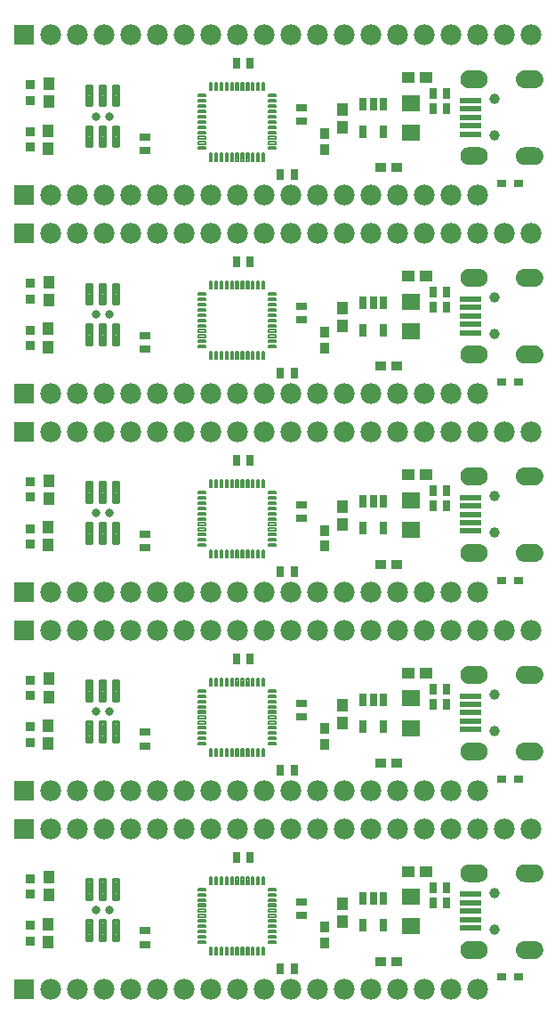
<source format=gts>
G75*
G70*
%OFA0B0*%
%FSLAX25Y25*%
%IPPOS*%
%LPD*%
%AMOC8*
5,1,8,0,0,1.08239X$1,22.5*
%
%ADD10R,0.03160X0.03940*%
%ADD13R,0.04420X0.03390*%
%ADD14C,0.00750*%
%ADD23R,0.03390X0.04420*%
%ADD25C,0.03200*%
%ADD26R,0.04730X0.04340*%
%ADD28R,0.03550X0.03550*%
%ADD32R,0.02570X0.05120*%
%ADD33C,0.00040*%
%ADD34C,0.03940*%
%ADD38R,0.03750X0.03160*%
%ADD39C,0.01450*%
%ADD45C,0.00730*%
%ADD48R,0.08270X0.02370*%
%ADD49R,0.07800X0.07800*%
%ADD50R,0.04340X0.04730*%
%ADD52R,0.06700X0.05910*%
%ADD54C,0.07800*%
%ADD56R,0.03940X0.03160*%
X0010000Y0010000D02*
G75*
%LPD*%
D26*
X0161050Y0061000D03*
X0167750Y0061000D03*
D52*
X0162000Y0051510D03*
X0162000Y0040490D03*
D56*
X0121230Y0044650D03*
X0121230Y0049770D03*
X0062600Y0038860D03*
X0062600Y0033740D03*
D38*
X0196040Y0021500D03*
X0202340Y0021500D03*
D32*
X0151740Y0040880D03*
X0144260Y0040880D03*
X0144260Y0051120D03*
X0148000Y0051120D03*
X0151740Y0051120D03*
D50*
X0136410Y0049110D03*
X0136410Y0042420D03*
X0026200Y0041250D03*
X0026200Y0034550D03*
X0026500Y0052150D03*
X0026500Y0058850D03*
D49*
X0017000Y0017000D03*
X0017000Y0077000D03*
D54*
X0027000Y0077000D03*
X0037000Y0077000D03*
X0047000Y0077000D03*
X0057000Y0077000D03*
X0067000Y0077000D03*
X0077000Y0077000D03*
X0087000Y0077000D03*
X0097000Y0077000D03*
X0107000Y0077000D03*
X0117000Y0077000D03*
X0127000Y0077000D03*
X0137000Y0077000D03*
X0147000Y0077000D03*
X0157000Y0077000D03*
X0167000Y0077000D03*
X0177000Y0077000D03*
X0187000Y0077000D03*
X0197000Y0077000D03*
X0207000Y0077000D03*
X0187000Y0017000D03*
X0177000Y0017000D03*
X0167000Y0017000D03*
X0157000Y0017000D03*
X0147000Y0017000D03*
X0137000Y0017000D03*
X0127000Y0017000D03*
X0117000Y0017000D03*
X0107000Y0017000D03*
X0097000Y0017000D03*
X0087000Y0017000D03*
X0077000Y0017000D03*
X0067000Y0017000D03*
X0057000Y0017000D03*
X0047000Y0017000D03*
X0037000Y0017000D03*
X0027000Y0017000D03*
D28*
X0019500Y0034950D03*
X0019500Y0040850D03*
X0019500Y0052550D03*
X0019500Y0058450D03*
D45*
X0082400Y0053970D02*
X0085220Y0053970D01*
X0082400Y0053970D02*
X0082400Y0054710D01*
X0085220Y0054710D01*
X0085220Y0053970D01*
X0085220Y0054690D02*
X0082400Y0054690D01*
X0082400Y0052000D02*
X0085220Y0052000D01*
X0082400Y0052000D02*
X0082400Y0052740D01*
X0085220Y0052740D01*
X0085220Y0052000D01*
X0085220Y0052720D02*
X0082400Y0052720D01*
X0082400Y0050040D02*
X0085220Y0050040D01*
X0082400Y0050040D02*
X0082400Y0050780D01*
X0085220Y0050780D01*
X0085220Y0050040D01*
X0085220Y0050760D02*
X0082400Y0050760D01*
X0082400Y0048070D02*
X0085220Y0048070D01*
X0082400Y0048070D02*
X0082400Y0048810D01*
X0085220Y0048810D01*
X0085220Y0048070D01*
X0085220Y0048790D02*
X0082400Y0048790D01*
X0082400Y0046100D02*
X0085220Y0046100D01*
X0082400Y0046100D02*
X0082400Y0046840D01*
X0085220Y0046840D01*
X0085220Y0046100D01*
X0085220Y0046820D02*
X0082400Y0046820D01*
X0082400Y0044130D02*
X0085220Y0044130D01*
X0082400Y0044130D02*
X0082400Y0044870D01*
X0085220Y0044870D01*
X0085220Y0044130D01*
X0085220Y0044850D02*
X0082400Y0044850D01*
X0082400Y0042160D02*
X0085220Y0042160D01*
X0082400Y0042160D02*
X0082400Y0042900D01*
X0085220Y0042900D01*
X0085220Y0042160D01*
X0085220Y0042880D02*
X0082400Y0042880D01*
X0082400Y0040190D02*
X0085220Y0040190D01*
X0082400Y0040190D02*
X0082400Y0040930D01*
X0085220Y0040930D01*
X0085220Y0040190D01*
X0085220Y0040910D02*
X0082400Y0040910D01*
X0082400Y0038220D02*
X0085220Y0038220D01*
X0082400Y0038220D02*
X0082400Y0038960D01*
X0085220Y0038960D01*
X0085220Y0038220D01*
X0085220Y0038940D02*
X0082400Y0038940D01*
X0082400Y0036260D02*
X0085220Y0036260D01*
X0082400Y0036260D02*
X0082400Y0037000D01*
X0085220Y0037000D01*
X0085220Y0036260D01*
X0085220Y0036980D02*
X0082400Y0036980D01*
X0082400Y0034290D02*
X0085220Y0034290D01*
X0082400Y0034290D02*
X0082400Y0035030D01*
X0085220Y0035030D01*
X0085220Y0034290D01*
X0085220Y0035010D02*
X0082400Y0035010D01*
X0108780Y0034290D02*
X0111600Y0034290D01*
X0108780Y0034290D02*
X0108780Y0035030D01*
X0111600Y0035030D01*
X0111600Y0034290D01*
X0111600Y0035010D02*
X0108780Y0035010D01*
X0108780Y0036260D02*
X0111600Y0036260D01*
X0108780Y0036260D02*
X0108780Y0037000D01*
X0111600Y0037000D01*
X0111600Y0036260D01*
X0111600Y0036980D02*
X0108780Y0036980D01*
X0108780Y0038220D02*
X0111600Y0038220D01*
X0108780Y0038220D02*
X0108780Y0038960D01*
X0111600Y0038960D01*
X0111600Y0038220D01*
X0111600Y0038940D02*
X0108780Y0038940D01*
X0108780Y0040190D02*
X0111600Y0040190D01*
X0108780Y0040190D02*
X0108780Y0040930D01*
X0111600Y0040930D01*
X0111600Y0040190D01*
X0111600Y0040910D02*
X0108780Y0040910D01*
X0108780Y0042160D02*
X0111600Y0042160D01*
X0108780Y0042160D02*
X0108780Y0042900D01*
X0111600Y0042900D01*
X0111600Y0042160D01*
X0111600Y0042880D02*
X0108780Y0042880D01*
X0108780Y0044130D02*
X0111600Y0044130D01*
X0108780Y0044130D02*
X0108780Y0044870D01*
X0111600Y0044870D01*
X0111600Y0044130D01*
X0111600Y0044850D02*
X0108780Y0044850D01*
X0108780Y0046100D02*
X0111600Y0046100D01*
X0108780Y0046100D02*
X0108780Y0046840D01*
X0111600Y0046840D01*
X0111600Y0046100D01*
X0111600Y0046820D02*
X0108780Y0046820D01*
X0108780Y0048070D02*
X0111600Y0048070D01*
X0108780Y0048070D02*
X0108780Y0048810D01*
X0111600Y0048810D01*
X0111600Y0048070D01*
X0111600Y0048790D02*
X0108780Y0048790D01*
X0108780Y0050040D02*
X0111600Y0050040D01*
X0108780Y0050040D02*
X0108780Y0050780D01*
X0111600Y0050780D01*
X0111600Y0050040D01*
X0111600Y0050760D02*
X0108780Y0050760D01*
X0108780Y0052000D02*
X0111600Y0052000D01*
X0108780Y0052000D02*
X0108780Y0052740D01*
X0111600Y0052740D01*
X0111600Y0052000D01*
X0111600Y0052720D02*
X0108780Y0052720D01*
X0108780Y0053970D02*
X0111600Y0053970D01*
X0108780Y0053970D02*
X0108780Y0054710D01*
X0111600Y0054710D01*
X0111600Y0053970D01*
X0111600Y0054690D02*
X0108780Y0054690D01*
D14*
X0107220Y0056290D02*
X0106460Y0056290D01*
X0106460Y0059090D01*
X0107220Y0059090D01*
X0107220Y0056290D01*
X0107220Y0057030D02*
X0106460Y0057030D01*
X0106460Y0057770D02*
X0107220Y0057770D01*
X0107220Y0058510D02*
X0106460Y0058510D01*
X0105250Y0056290D02*
X0104490Y0056290D01*
X0104490Y0059090D01*
X0105250Y0059090D01*
X0105250Y0056290D01*
X0105250Y0057030D02*
X0104490Y0057030D01*
X0104490Y0057770D02*
X0105250Y0057770D01*
X0105250Y0058510D02*
X0104490Y0058510D01*
X0103290Y0056290D02*
X0102530Y0056290D01*
X0102530Y0059090D01*
X0103290Y0059090D01*
X0103290Y0056290D01*
X0103290Y0057030D02*
X0102530Y0057030D01*
X0102530Y0057770D02*
X0103290Y0057770D01*
X0103290Y0058510D02*
X0102530Y0058510D01*
X0101320Y0056290D02*
X0100560Y0056290D01*
X0100560Y0059090D01*
X0101320Y0059090D01*
X0101320Y0056290D01*
X0101320Y0057030D02*
X0100560Y0057030D01*
X0100560Y0057770D02*
X0101320Y0057770D01*
X0101320Y0058510D02*
X0100560Y0058510D01*
X0099350Y0056290D02*
X0098590Y0056290D01*
X0098590Y0059090D01*
X0099350Y0059090D01*
X0099350Y0056290D01*
X0099350Y0057030D02*
X0098590Y0057030D01*
X0098590Y0057770D02*
X0099350Y0057770D01*
X0099350Y0058510D02*
X0098590Y0058510D01*
X0097380Y0056290D02*
X0096620Y0056290D01*
X0096620Y0059090D01*
X0097380Y0059090D01*
X0097380Y0056290D01*
X0097380Y0057030D02*
X0096620Y0057030D01*
X0096620Y0057770D02*
X0097380Y0057770D01*
X0097380Y0058510D02*
X0096620Y0058510D01*
X0095410Y0056290D02*
X0094650Y0056290D01*
X0094650Y0059090D01*
X0095410Y0059090D01*
X0095410Y0056290D01*
X0095410Y0057030D02*
X0094650Y0057030D01*
X0094650Y0057770D02*
X0095410Y0057770D01*
X0095410Y0058510D02*
X0094650Y0058510D01*
X0093440Y0056290D02*
X0092680Y0056290D01*
X0092680Y0059090D01*
X0093440Y0059090D01*
X0093440Y0056290D01*
X0093440Y0057030D02*
X0092680Y0057030D01*
X0092680Y0057770D02*
X0093440Y0057770D01*
X0093440Y0058510D02*
X0092680Y0058510D01*
X0091470Y0056290D02*
X0090710Y0056290D01*
X0090710Y0059090D01*
X0091470Y0059090D01*
X0091470Y0056290D01*
X0091470Y0057030D02*
X0090710Y0057030D01*
X0090710Y0057770D02*
X0091470Y0057770D01*
X0091470Y0058510D02*
X0090710Y0058510D01*
X0089510Y0056290D02*
X0088750Y0056290D01*
X0088750Y0059090D01*
X0089510Y0059090D01*
X0089510Y0056290D01*
X0089510Y0057030D02*
X0088750Y0057030D01*
X0088750Y0057770D02*
X0089510Y0057770D01*
X0089510Y0058510D02*
X0088750Y0058510D01*
X0087540Y0056290D02*
X0086780Y0056290D01*
X0086780Y0059090D01*
X0087540Y0059090D01*
X0087540Y0056290D01*
X0087540Y0057030D02*
X0086780Y0057030D01*
X0086780Y0057770D02*
X0087540Y0057770D01*
X0087540Y0058510D02*
X0086780Y0058510D01*
X0086780Y0029910D02*
X0087540Y0029910D01*
X0086780Y0029910D02*
X0086780Y0032710D01*
X0087540Y0032710D01*
X0087540Y0029910D01*
X0087540Y0030650D02*
X0086780Y0030650D01*
X0086780Y0031390D02*
X0087540Y0031390D01*
X0087540Y0032130D02*
X0086780Y0032130D01*
X0088750Y0029910D02*
X0089510Y0029910D01*
X0088750Y0029910D02*
X0088750Y0032710D01*
X0089510Y0032710D01*
X0089510Y0029910D01*
X0089510Y0030650D02*
X0088750Y0030650D01*
X0088750Y0031390D02*
X0089510Y0031390D01*
X0089510Y0032130D02*
X0088750Y0032130D01*
X0090710Y0029910D02*
X0091470Y0029910D01*
X0090710Y0029910D02*
X0090710Y0032710D01*
X0091470Y0032710D01*
X0091470Y0029910D01*
X0091470Y0030650D02*
X0090710Y0030650D01*
X0090710Y0031390D02*
X0091470Y0031390D01*
X0091470Y0032130D02*
X0090710Y0032130D01*
X0092680Y0029910D02*
X0093440Y0029910D01*
X0092680Y0029910D02*
X0092680Y0032710D01*
X0093440Y0032710D01*
X0093440Y0029910D01*
X0093440Y0030650D02*
X0092680Y0030650D01*
X0092680Y0031390D02*
X0093440Y0031390D01*
X0093440Y0032130D02*
X0092680Y0032130D01*
X0094650Y0029910D02*
X0095410Y0029910D01*
X0094650Y0029910D02*
X0094650Y0032710D01*
X0095410Y0032710D01*
X0095410Y0029910D01*
X0095410Y0030650D02*
X0094650Y0030650D01*
X0094650Y0031390D02*
X0095410Y0031390D01*
X0095410Y0032130D02*
X0094650Y0032130D01*
X0096620Y0029910D02*
X0097380Y0029910D01*
X0096620Y0029910D02*
X0096620Y0032710D01*
X0097380Y0032710D01*
X0097380Y0029910D01*
X0097380Y0030650D02*
X0096620Y0030650D01*
X0096620Y0031390D02*
X0097380Y0031390D01*
X0097380Y0032130D02*
X0096620Y0032130D01*
X0098590Y0029910D02*
X0099350Y0029910D01*
X0098590Y0029910D02*
X0098590Y0032710D01*
X0099350Y0032710D01*
X0099350Y0029910D01*
X0099350Y0030650D02*
X0098590Y0030650D01*
X0098590Y0031390D02*
X0099350Y0031390D01*
X0099350Y0032130D02*
X0098590Y0032130D01*
X0100560Y0029910D02*
X0101320Y0029910D01*
X0100560Y0029910D02*
X0100560Y0032710D01*
X0101320Y0032710D01*
X0101320Y0029910D01*
X0101320Y0030650D02*
X0100560Y0030650D01*
X0100560Y0031390D02*
X0101320Y0031390D01*
X0101320Y0032130D02*
X0100560Y0032130D01*
X0102530Y0029910D02*
X0103290Y0029910D01*
X0102530Y0029910D02*
X0102530Y0032710D01*
X0103290Y0032710D01*
X0103290Y0029910D01*
X0103290Y0030650D02*
X0102530Y0030650D01*
X0102530Y0031390D02*
X0103290Y0031390D01*
X0103290Y0032130D02*
X0102530Y0032130D01*
X0104490Y0029910D02*
X0105250Y0029910D01*
X0104490Y0029910D02*
X0104490Y0032710D01*
X0105250Y0032710D01*
X0105250Y0029910D01*
X0105250Y0030650D02*
X0104490Y0030650D01*
X0104490Y0031390D02*
X0105250Y0031390D01*
X0105250Y0032130D02*
X0104490Y0032130D01*
X0106460Y0029910D02*
X0107220Y0029910D01*
X0106460Y0029910D02*
X0106460Y0032710D01*
X0107220Y0032710D01*
X0107220Y0029910D01*
X0107220Y0030650D02*
X0106460Y0030650D01*
X0106460Y0031390D02*
X0107220Y0031390D01*
X0107220Y0032130D02*
X0106460Y0032130D01*
D10*
X0113240Y0024800D03*
X0118360Y0024800D03*
X0170440Y0049300D03*
X0175560Y0049300D03*
X0175560Y0055000D03*
X0170440Y0055000D03*
X0101970Y0066370D03*
X0096860Y0066370D03*
D48*
X0184600Y0052500D03*
X0184600Y0049350D03*
X0184600Y0046200D03*
X0184600Y0043050D03*
X0184600Y0039900D03*
D34*
X0193460Y0039310D03*
X0193460Y0053090D03*
D33*
X0189210Y0058020D02*
X0188640Y0057690D01*
X0188010Y0057490D01*
X0187360Y0057420D01*
X0183810Y0057420D01*
X0183160Y0057490D01*
X0182530Y0057690D01*
X0181960Y0058020D01*
X0181470Y0058460D01*
X0181080Y0059000D01*
X0180820Y0059600D01*
X0180680Y0060240D01*
X0180680Y0060900D01*
X0180820Y0061540D01*
X0181080Y0062140D01*
X0181470Y0062680D01*
X0181960Y0063120D01*
X0182530Y0063450D01*
X0183160Y0063650D01*
X0183810Y0063720D01*
X0187360Y0063720D01*
X0188010Y0063650D01*
X0188640Y0063450D01*
X0182530Y0063450D01*
X0182490Y0063420D02*
X0188680Y0063420D01*
X0188720Y0063400D02*
X0182450Y0063400D01*
X0182400Y0063370D02*
X0188760Y0063370D01*
X0188810Y0063350D02*
X0182360Y0063350D01*
X0182320Y0063320D02*
X0188850Y0063320D01*
X0188890Y0063300D02*
X0182280Y0063300D01*
X0182240Y0063280D02*
X0188930Y0063280D01*
X0188980Y0063250D02*
X0182190Y0063250D01*
X0182150Y0063230D02*
X0189020Y0063230D01*
X0189060Y0063200D02*
X0182110Y0063200D01*
X0182070Y0063180D02*
X0189100Y0063180D01*
X0189140Y0063150D02*
X0182020Y0063150D01*
X0181980Y0063130D02*
X0189190Y0063130D01*
X0189210Y0063120D02*
X0189700Y0062680D01*
X0190080Y0062140D01*
X0190350Y0061540D01*
X0190490Y0060900D01*
X0190490Y0060240D01*
X0190350Y0059600D01*
X0190080Y0059000D01*
X0189700Y0058460D01*
X0189210Y0058020D01*
X0189220Y0058040D02*
X0181950Y0058040D01*
X0181920Y0058060D02*
X0189250Y0058060D01*
X0189280Y0058080D02*
X0181890Y0058080D01*
X0181860Y0058110D02*
X0189300Y0058110D01*
X0189330Y0058130D02*
X0181840Y0058130D01*
X0181810Y0058160D02*
X0189360Y0058160D01*
X0189390Y0058180D02*
X0181780Y0058180D01*
X0181760Y0058210D02*
X0189410Y0058210D01*
X0189440Y0058230D02*
X0181730Y0058230D01*
X0181700Y0058260D02*
X0189470Y0058260D01*
X0189490Y0058280D02*
X0181670Y0058280D01*
X0181650Y0058300D02*
X0189520Y0058300D01*
X0189550Y0058330D02*
X0181620Y0058330D01*
X0181590Y0058350D02*
X0189570Y0058350D01*
X0189600Y0058380D02*
X0181570Y0058380D01*
X0181540Y0058400D02*
X0189630Y0058400D01*
X0189660Y0058430D02*
X0181510Y0058430D01*
X0181490Y0058450D02*
X0189680Y0058450D01*
X0189710Y0058470D02*
X0181460Y0058470D01*
X0181450Y0058500D02*
X0189720Y0058500D01*
X0189740Y0058520D02*
X0181430Y0058520D01*
X0181410Y0058550D02*
X0189760Y0058550D01*
X0189780Y0058570D02*
X0181390Y0058570D01*
X0181370Y0058600D02*
X0189790Y0058600D01*
X0189810Y0058620D02*
X0181360Y0058620D01*
X0181340Y0058650D02*
X0189830Y0058650D01*
X0189850Y0058670D02*
X0181320Y0058670D01*
X0181300Y0058690D02*
X0189860Y0058690D01*
X0189880Y0058720D02*
X0181290Y0058720D01*
X0181270Y0058740D02*
X0189900Y0058740D01*
X0189920Y0058770D02*
X0181250Y0058770D01*
X0181230Y0058790D02*
X0189940Y0058790D01*
X0189950Y0058820D02*
X0181220Y0058820D01*
X0181200Y0058840D02*
X0189970Y0058840D01*
X0189990Y0058860D02*
X0181180Y0058860D01*
X0181160Y0058890D02*
X0190010Y0058890D01*
X0190020Y0058910D02*
X0181140Y0058910D01*
X0181130Y0058940D02*
X0190040Y0058940D01*
X0190060Y0058960D02*
X0181110Y0058960D01*
X0181090Y0058990D02*
X0190080Y0058990D01*
X0190090Y0059010D02*
X0181080Y0059010D01*
X0181070Y0059040D02*
X0190100Y0059040D01*
X0190110Y0059060D02*
X0181060Y0059060D01*
X0181050Y0059080D02*
X0190120Y0059080D01*
X0190130Y0059110D02*
X0181030Y0059110D01*
X0181020Y0059130D02*
X0190140Y0059130D01*
X0190160Y0059160D02*
X0181010Y0059160D01*
X0181000Y0059180D02*
X0190170Y0059180D01*
X0190180Y0059210D02*
X0180990Y0059210D01*
X0180980Y0059230D02*
X0190190Y0059230D01*
X0190200Y0059250D02*
X0180970Y0059250D01*
X0180960Y0059280D02*
X0190210Y0059280D01*
X0190220Y0059300D02*
X0180950Y0059300D01*
X0180940Y0059330D02*
X0190230Y0059330D01*
X0190240Y0059350D02*
X0180930Y0059350D01*
X0180920Y0059380D02*
X0190250Y0059380D01*
X0190260Y0059400D02*
X0180900Y0059400D01*
X0180890Y0059430D02*
X0190280Y0059430D01*
X0190290Y0059450D02*
X0180880Y0059450D01*
X0180870Y0059470D02*
X0190300Y0059470D01*
X0190310Y0059500D02*
X0180860Y0059500D01*
X0180850Y0059520D02*
X0190320Y0059520D01*
X0190330Y0059550D02*
X0180840Y0059550D01*
X0180830Y0059570D02*
X0190340Y0059570D01*
X0190350Y0059600D02*
X0180820Y0059600D01*
X0180810Y0059620D02*
X0190360Y0059620D01*
X0190360Y0059640D02*
X0180810Y0059640D01*
X0180800Y0059670D02*
X0190370Y0059670D01*
X0190370Y0059690D02*
X0180800Y0059690D01*
X0180790Y0059720D02*
X0190380Y0059720D01*
X0190380Y0059740D02*
X0180790Y0059740D01*
X0180780Y0059770D02*
X0190390Y0059770D01*
X0190390Y0059790D02*
X0180780Y0059790D01*
X0180770Y0059820D02*
X0190400Y0059820D01*
X0190400Y0059840D02*
X0180770Y0059840D01*
X0180760Y0059860D02*
X0190410Y0059860D01*
X0190410Y0059890D02*
X0180760Y0059890D01*
X0180750Y0059910D02*
X0190420Y0059910D01*
X0190420Y0059940D02*
X0180740Y0059940D01*
X0180740Y0059960D02*
X0190430Y0059960D01*
X0190430Y0059990D02*
X0180730Y0059990D01*
X0180730Y0060010D02*
X0190440Y0060010D01*
X0190440Y0060030D02*
X0180720Y0060030D01*
X0180720Y0060060D02*
X0190450Y0060060D01*
X0190450Y0060080D02*
X0180710Y0060080D01*
X0180710Y0060110D02*
X0190460Y0060110D01*
X0190470Y0060130D02*
X0180700Y0060130D01*
X0180700Y0060160D02*
X0190470Y0060160D01*
X0190480Y0060180D02*
X0180690Y0060180D01*
X0180690Y0060210D02*
X0190480Y0060210D01*
X0190490Y0060230D02*
X0180680Y0060230D01*
X0180680Y0060250D02*
X0190490Y0060250D01*
X0190490Y0060280D02*
X0180680Y0060280D01*
X0180680Y0060300D02*
X0190490Y0060300D01*
X0190490Y0060330D02*
X0180680Y0060330D01*
X0180680Y0060350D02*
X0190490Y0060350D01*
X0190490Y0060380D02*
X0180680Y0060380D01*
X0180680Y0060400D02*
X0190490Y0060400D01*
X0190490Y0060420D02*
X0180680Y0060420D01*
X0180680Y0060450D02*
X0190490Y0060450D01*
X0190490Y0060470D02*
X0180680Y0060470D01*
X0180680Y0060500D02*
X0190490Y0060500D01*
X0190490Y0060520D02*
X0180680Y0060520D01*
X0180680Y0060550D02*
X0190490Y0060550D01*
X0190490Y0060570D02*
X0180680Y0060570D01*
X0180680Y0060600D02*
X0190490Y0060600D01*
X0190490Y0060620D02*
X0180680Y0060620D01*
X0180680Y0060640D02*
X0190490Y0060640D01*
X0190490Y0060670D02*
X0180680Y0060670D01*
X0180680Y0060690D02*
X0190490Y0060690D01*
X0190490Y0060720D02*
X0180680Y0060720D01*
X0180680Y0060740D02*
X0190490Y0060740D01*
X0190490Y0060770D02*
X0180680Y0060770D01*
X0180680Y0060790D02*
X0190490Y0060790D01*
X0190490Y0060810D02*
X0180680Y0060810D01*
X0180680Y0060840D02*
X0190490Y0060840D01*
X0190490Y0060860D02*
X0180680Y0060860D01*
X0180680Y0060890D02*
X0190490Y0060890D01*
X0190490Y0060910D02*
X0180680Y0060910D01*
X0180690Y0060940D02*
X0190480Y0060940D01*
X0190480Y0060960D02*
X0180690Y0060960D01*
X0180700Y0060990D02*
X0190470Y0060990D01*
X0190460Y0061010D02*
X0180700Y0061010D01*
X0180710Y0061030D02*
X0190460Y0061030D01*
X0190450Y0061060D02*
X0180710Y0061060D01*
X0180720Y0061080D02*
X0190450Y0061080D01*
X0190440Y0061110D02*
X0180720Y0061110D01*
X0180730Y0061130D02*
X0190440Y0061130D01*
X0190430Y0061160D02*
X0180730Y0061160D01*
X0180740Y0061180D02*
X0190430Y0061180D01*
X0190420Y0061200D02*
X0180750Y0061200D01*
X0180750Y0061230D02*
X0190420Y0061230D01*
X0190410Y0061250D02*
X0180760Y0061250D01*
X0180760Y0061280D02*
X0190410Y0061280D01*
X0190400Y0061300D02*
X0180770Y0061300D01*
X0180770Y0061330D02*
X0190400Y0061330D01*
X0190390Y0061350D02*
X0180780Y0061350D01*
X0180780Y0061380D02*
X0190390Y0061380D01*
X0190380Y0061400D02*
X0180790Y0061400D01*
X0180790Y0061420D02*
X0190380Y0061420D01*
X0190370Y0061450D02*
X0180800Y0061450D01*
X0180800Y0061470D02*
X0190370Y0061470D01*
X0190360Y0061500D02*
X0180810Y0061500D01*
X0180810Y0061520D02*
X0190360Y0061520D01*
X0190350Y0061550D02*
X0180820Y0061550D01*
X0180830Y0061570D02*
X0190340Y0061570D01*
X0190330Y0061590D02*
X0180840Y0061590D01*
X0180850Y0061620D02*
X0190320Y0061620D01*
X0190310Y0061640D02*
X0180860Y0061640D01*
X0180870Y0061670D02*
X0190300Y0061670D01*
X0190290Y0061690D02*
X0180880Y0061690D01*
X0180890Y0061720D02*
X0190270Y0061720D01*
X0190260Y0061740D02*
X0180910Y0061740D01*
X0180920Y0061770D02*
X0190250Y0061770D01*
X0190240Y0061790D02*
X0180930Y0061790D01*
X0180940Y0061810D02*
X0190230Y0061810D01*
X0190220Y0061840D02*
X0180950Y0061840D01*
X0180960Y0061860D02*
X0190210Y0061860D01*
X0190200Y0061890D02*
X0180970Y0061890D01*
X0180980Y0061910D02*
X0190190Y0061910D01*
X0190180Y0061940D02*
X0180990Y0061940D01*
X0181000Y0061960D02*
X0190170Y0061960D01*
X0190150Y0061980D02*
X0181010Y0061980D01*
X0181020Y0062010D02*
X0190140Y0062010D01*
X0190130Y0062030D02*
X0181040Y0062030D01*
X0181050Y0062060D02*
X0190120Y0062060D01*
X0190110Y0062080D02*
X0181060Y0062080D01*
X0181070Y0062110D02*
X0190100Y0062110D01*
X0190090Y0062130D02*
X0181080Y0062130D01*
X0181090Y0062160D02*
X0190080Y0062160D01*
X0190060Y0062180D02*
X0181110Y0062180D01*
X0181130Y0062200D02*
X0190040Y0062200D01*
X0190020Y0062230D02*
X0181150Y0062230D01*
X0181160Y0062250D02*
X0190010Y0062250D01*
X0189990Y0062280D02*
X0181180Y0062280D01*
X0181200Y0062300D02*
X0189970Y0062300D01*
X0189950Y0062330D02*
X0181220Y0062330D01*
X0181230Y0062350D02*
X0189930Y0062350D01*
X0189920Y0062370D02*
X0181250Y0062370D01*
X0181270Y0062400D02*
X0189900Y0062400D01*
X0189880Y0062420D02*
X0181290Y0062420D01*
X0181300Y0062450D02*
X0189860Y0062450D01*
X0189850Y0062470D02*
X0181320Y0062470D01*
X0181340Y0062500D02*
X0189830Y0062500D01*
X0189810Y0062520D02*
X0181360Y0062520D01*
X0181380Y0062550D02*
X0189790Y0062550D01*
X0189780Y0062570D02*
X0181390Y0062570D01*
X0181410Y0062590D02*
X0189760Y0062590D01*
X0189740Y0062620D02*
X0181430Y0062620D01*
X0181450Y0062640D02*
X0189720Y0062640D01*
X0189700Y0062670D02*
X0181460Y0062670D01*
X0181490Y0062690D02*
X0189680Y0062690D01*
X0189650Y0062720D02*
X0181510Y0062720D01*
X0181540Y0062740D02*
X0189630Y0062740D01*
X0189600Y0062760D02*
X0181570Y0062760D01*
X0181600Y0062790D02*
X0189570Y0062790D01*
X0189550Y0062810D02*
X0181620Y0062810D01*
X0181650Y0062840D02*
X0189520Y0062840D01*
X0189490Y0062860D02*
X0181680Y0062860D01*
X0181700Y0062890D02*
X0189460Y0062890D01*
X0189440Y0062910D02*
X0181730Y0062910D01*
X0181760Y0062930D02*
X0189410Y0062930D01*
X0189380Y0062960D02*
X0181780Y0062960D01*
X0181810Y0062980D02*
X0189360Y0062980D01*
X0189330Y0063010D02*
X0181840Y0063010D01*
X0181870Y0063030D02*
X0189300Y0063030D01*
X0189280Y0063060D02*
X0181890Y0063060D01*
X0181920Y0063080D02*
X0189250Y0063080D01*
X0189220Y0063110D02*
X0181950Y0063110D01*
X0182600Y0063470D02*
X0188560Y0063470D01*
X0188490Y0063500D02*
X0182680Y0063500D01*
X0182750Y0063520D02*
X0188410Y0063520D01*
X0188340Y0063540D02*
X0182830Y0063540D01*
X0182900Y0063570D02*
X0188260Y0063570D01*
X0188190Y0063590D02*
X0182980Y0063590D01*
X0183050Y0063620D02*
X0188110Y0063620D01*
X0188040Y0063640D02*
X0183130Y0063640D01*
X0183300Y0063670D02*
X0187870Y0063670D01*
X0187630Y0063690D02*
X0183540Y0063690D01*
X0183770Y0063710D02*
X0187400Y0063710D01*
X0188640Y0063450D02*
X0189210Y0063120D01*
X0201550Y0060900D02*
X0201550Y0060240D01*
X0201680Y0059600D01*
X0201950Y0059000D01*
X0202340Y0058460D01*
X0202830Y0058020D01*
X0203400Y0057690D01*
X0204020Y0057490D01*
X0204680Y0057420D01*
X0208220Y0057420D01*
X0208880Y0057490D01*
X0209500Y0057690D01*
X0210070Y0058020D01*
X0210560Y0058460D01*
X0210950Y0059000D01*
X0211220Y0059600D01*
X0211350Y0060240D01*
X0211350Y0060900D01*
X0211220Y0061540D01*
X0210950Y0062140D01*
X0210560Y0062680D01*
X0210070Y0063120D01*
X0209500Y0063450D01*
X0208880Y0063650D01*
X0208220Y0063720D01*
X0204680Y0063720D01*
X0204020Y0063650D01*
X0203400Y0063450D01*
X0202830Y0063120D01*
X0202340Y0062680D01*
X0201950Y0062140D01*
X0201680Y0061540D01*
X0201550Y0060900D01*
X0201550Y0060910D02*
X0211350Y0060910D01*
X0211350Y0060890D02*
X0201550Y0060890D01*
X0201550Y0060860D02*
X0211350Y0060860D01*
X0211350Y0060840D02*
X0201550Y0060840D01*
X0201550Y0060810D02*
X0211350Y0060810D01*
X0211350Y0060790D02*
X0201550Y0060790D01*
X0201550Y0060770D02*
X0211350Y0060770D01*
X0211350Y0060740D02*
X0201550Y0060740D01*
X0201550Y0060720D02*
X0211350Y0060720D01*
X0211350Y0060690D02*
X0201550Y0060690D01*
X0201550Y0060670D02*
X0211350Y0060670D01*
X0211350Y0060640D02*
X0201550Y0060640D01*
X0201550Y0060620D02*
X0211350Y0060620D01*
X0211350Y0060600D02*
X0201550Y0060600D01*
X0201550Y0060570D02*
X0211350Y0060570D01*
X0211350Y0060550D02*
X0201550Y0060550D01*
X0201550Y0060520D02*
X0211350Y0060520D01*
X0211350Y0060500D02*
X0201550Y0060500D01*
X0201550Y0060470D02*
X0211350Y0060470D01*
X0211350Y0060450D02*
X0201550Y0060450D01*
X0201550Y0060420D02*
X0211350Y0060420D01*
X0211350Y0060400D02*
X0201550Y0060400D01*
X0201550Y0060380D02*
X0211350Y0060380D01*
X0211350Y0060350D02*
X0201550Y0060350D01*
X0201550Y0060330D02*
X0211350Y0060330D01*
X0211350Y0060300D02*
X0201550Y0060300D01*
X0201550Y0060280D02*
X0211350Y0060280D01*
X0211350Y0060250D02*
X0201550Y0060250D01*
X0201550Y0060230D02*
X0211350Y0060230D01*
X0211350Y0060210D02*
X0201550Y0060210D01*
X0201560Y0060180D02*
X0211340Y0060180D01*
X0211340Y0060160D02*
X0201560Y0060160D01*
X0201570Y0060130D02*
X0211330Y0060130D01*
X0211330Y0060110D02*
X0201570Y0060110D01*
X0201580Y0060080D02*
X0211320Y0060080D01*
X0211320Y0060060D02*
X0201590Y0060060D01*
X0201590Y0060030D02*
X0211310Y0060030D01*
X0211310Y0060010D02*
X0201600Y0060010D01*
X0201600Y0059990D02*
X0211300Y0059990D01*
X0211300Y0059960D02*
X0201610Y0059960D01*
X0201610Y0059940D02*
X0211290Y0059940D01*
X0211280Y0059910D02*
X0201620Y0059910D01*
X0201620Y0059890D02*
X0211280Y0059890D01*
X0211270Y0059860D02*
X0201630Y0059860D01*
X0201630Y0059840D02*
X0211270Y0059840D01*
X0211260Y0059820D02*
X0201640Y0059820D01*
X0201640Y0059790D02*
X0211260Y0059790D01*
X0211250Y0059770D02*
X0201650Y0059770D01*
X0201650Y0059740D02*
X0211250Y0059740D01*
X0211240Y0059720D02*
X0201660Y0059720D01*
X0201660Y0059690D02*
X0211240Y0059690D01*
X0211230Y0059670D02*
X0201670Y0059670D01*
X0201670Y0059640D02*
X0211230Y0059640D01*
X0211220Y0059620D02*
X0201680Y0059620D01*
X0201680Y0059600D02*
X0211220Y0059600D01*
X0211210Y0059570D02*
X0201690Y0059570D01*
X0201710Y0059550D02*
X0211200Y0059550D01*
X0211180Y0059520D02*
X0201720Y0059520D01*
X0201730Y0059500D02*
X0211170Y0059500D01*
X0211160Y0059470D02*
X0201740Y0059470D01*
X0201750Y0059450D02*
X0211150Y0059450D01*
X0211140Y0059430D02*
X0201760Y0059430D01*
X0201770Y0059400D02*
X0211130Y0059400D01*
X0211120Y0059380D02*
X0201780Y0059380D01*
X0201790Y0059350D02*
X0211110Y0059350D01*
X0211100Y0059330D02*
X0201800Y0059330D01*
X0201810Y0059300D02*
X0211090Y0059300D01*
X0211080Y0059280D02*
X0201820Y0059280D01*
X0201840Y0059250D02*
X0211070Y0059250D01*
X0211050Y0059230D02*
X0201850Y0059230D01*
X0201860Y0059210D02*
X0211040Y0059210D01*
X0211030Y0059180D02*
X0201870Y0059180D01*
X0201880Y0059160D02*
X0211020Y0059160D01*
X0211010Y0059130D02*
X0201890Y0059130D01*
X0201900Y0059110D02*
X0211000Y0059110D01*
X0210990Y0059080D02*
X0201910Y0059080D01*
X0201920Y0059060D02*
X0210980Y0059060D01*
X0210970Y0059040D02*
X0201930Y0059040D01*
X0201940Y0059010D02*
X0210960Y0059010D01*
X0210940Y0058990D02*
X0201960Y0058990D01*
X0201980Y0058960D02*
X0210930Y0058960D01*
X0210910Y0058940D02*
X0201990Y0058940D01*
X0202010Y0058910D02*
X0210890Y0058910D01*
X0210870Y0058890D02*
X0202030Y0058890D01*
X0202050Y0058860D02*
X0210850Y0058860D01*
X0210840Y0058840D02*
X0202060Y0058840D01*
X0202080Y0058820D02*
X0210820Y0058820D01*
X0210800Y0058790D02*
X0202100Y0058790D01*
X0202120Y0058770D02*
X0210780Y0058770D01*
X0210770Y0058740D02*
X0202130Y0058740D01*
X0202150Y0058720D02*
X0210750Y0058720D01*
X0210730Y0058690D02*
X0202170Y0058690D01*
X0202190Y0058670D02*
X0210710Y0058670D01*
X0210700Y0058650D02*
X0202210Y0058650D01*
X0202220Y0058620D02*
X0210680Y0058620D01*
X0210660Y0058600D02*
X0202240Y0058600D01*
X0202260Y0058570D02*
X0210640Y0058570D01*
X0210620Y0058550D02*
X0202280Y0058550D01*
X0202290Y0058520D02*
X0210610Y0058520D01*
X0210590Y0058500D02*
X0202310Y0058500D01*
X0202330Y0058470D02*
X0210570Y0058470D01*
X0210550Y0058450D02*
X0202350Y0058450D01*
X0202380Y0058430D02*
X0210520Y0058430D01*
X0210500Y0058400D02*
X0202410Y0058400D01*
X0202430Y0058380D02*
X0210470Y0058380D01*
X0210440Y0058350D02*
X0202460Y0058350D01*
X0202490Y0058330D02*
X0210410Y0058330D01*
X0210390Y0058300D02*
X0202510Y0058300D01*
X0202540Y0058280D02*
X0210360Y0058280D01*
X0210330Y0058260D02*
X0202570Y0058260D01*
X0202600Y0058230D02*
X0210310Y0058230D01*
X0210280Y0058210D02*
X0202620Y0058210D01*
X0202650Y0058180D02*
X0210250Y0058180D01*
X0210220Y0058160D02*
X0202680Y0058160D01*
X0202700Y0058130D02*
X0210200Y0058130D01*
X0210170Y0058110D02*
X0202730Y0058110D01*
X0202760Y0058080D02*
X0210140Y0058080D01*
X0210120Y0058060D02*
X0202780Y0058060D01*
X0202810Y0058040D02*
X0210090Y0058040D01*
X0210060Y0058010D02*
X0202850Y0058010D01*
X0202890Y0057990D02*
X0210010Y0057990D01*
X0209970Y0057960D02*
X0202930Y0057960D01*
X0202970Y0057940D02*
X0209930Y0057940D01*
X0209890Y0057910D02*
X0203010Y0057910D01*
X0203060Y0057890D02*
X0209840Y0057890D01*
X0209800Y0057870D02*
X0203100Y0057870D01*
X0203140Y0057840D02*
X0209760Y0057840D01*
X0209720Y0057820D02*
X0203180Y0057820D01*
X0203230Y0057790D02*
X0209680Y0057790D01*
X0209630Y0057770D02*
X0203270Y0057770D01*
X0203310Y0057740D02*
X0209590Y0057740D01*
X0209550Y0057720D02*
X0203350Y0057720D01*
X0203390Y0057690D02*
X0209510Y0057690D01*
X0209430Y0057670D02*
X0203470Y0057670D01*
X0203540Y0057650D02*
X0209360Y0057650D01*
X0209280Y0057620D02*
X0203620Y0057620D01*
X0203690Y0057600D02*
X0209210Y0057600D01*
X0209130Y0057570D02*
X0203770Y0057570D01*
X0203840Y0057550D02*
X0209060Y0057550D01*
X0208980Y0057520D02*
X0203920Y0057520D01*
X0203990Y0057500D02*
X0208910Y0057500D01*
X0208750Y0057480D02*
X0204150Y0057480D01*
X0204390Y0057450D02*
X0208510Y0057450D01*
X0208280Y0057430D02*
X0204620Y0057430D01*
X0201550Y0060940D02*
X0211350Y0060940D01*
X0211340Y0060960D02*
X0201560Y0060960D01*
X0201560Y0060990D02*
X0211340Y0060990D01*
X0211330Y0061010D02*
X0201570Y0061010D01*
X0201570Y0061030D02*
X0211330Y0061030D01*
X0211320Y0061060D02*
X0201580Y0061060D01*
X0201590Y0061080D02*
X0211320Y0061080D01*
X0211310Y0061110D02*
X0201590Y0061110D01*
X0201600Y0061130D02*
X0211310Y0061130D01*
X0211300Y0061160D02*
X0201600Y0061160D01*
X0201610Y0061180D02*
X0211290Y0061180D01*
X0211290Y0061200D02*
X0201610Y0061200D01*
X0201620Y0061230D02*
X0211280Y0061230D01*
X0211280Y0061250D02*
X0201620Y0061250D01*
X0201630Y0061280D02*
X0211270Y0061280D01*
X0211270Y0061300D02*
X0201630Y0061300D01*
X0201640Y0061330D02*
X0211260Y0061330D01*
X0211260Y0061350D02*
X0201640Y0061350D01*
X0201650Y0061380D02*
X0211250Y0061380D01*
X0211250Y0061400D02*
X0201650Y0061400D01*
X0201660Y0061420D02*
X0211240Y0061420D01*
X0211240Y0061450D02*
X0201660Y0061450D01*
X0201670Y0061470D02*
X0211230Y0061470D01*
X0211230Y0061500D02*
X0201670Y0061500D01*
X0201680Y0061520D02*
X0211220Y0061520D01*
X0211220Y0061550D02*
X0201680Y0061550D01*
X0201700Y0061570D02*
X0211210Y0061570D01*
X0211190Y0061590D02*
X0201710Y0061590D01*
X0201720Y0061620D02*
X0211180Y0061620D01*
X0211170Y0061640D02*
X0201730Y0061640D01*
X0201740Y0061670D02*
X0211160Y0061670D01*
X0211150Y0061690D02*
X0201750Y0061690D01*
X0201760Y0061720D02*
X0211140Y0061720D01*
X0211130Y0061740D02*
X0201770Y0061740D01*
X0201780Y0061770D02*
X0211120Y0061770D01*
X0211110Y0061790D02*
X0201790Y0061790D01*
X0201800Y0061810D02*
X0211100Y0061810D01*
X0211090Y0061840D02*
X0201810Y0061840D01*
X0201830Y0061860D02*
X0211080Y0061860D01*
X0211060Y0061890D02*
X0201840Y0061890D01*
X0201850Y0061910D02*
X0211050Y0061910D01*
X0211040Y0061940D02*
X0201860Y0061940D01*
X0201870Y0061960D02*
X0211030Y0061960D01*
X0211020Y0061980D02*
X0201880Y0061980D01*
X0201890Y0062010D02*
X0211010Y0062010D01*
X0211000Y0062030D02*
X0201900Y0062030D01*
X0201910Y0062060D02*
X0210990Y0062060D01*
X0210980Y0062080D02*
X0201920Y0062080D01*
X0201930Y0062110D02*
X0210970Y0062110D01*
X0210960Y0062130D02*
X0201940Y0062130D01*
X0201960Y0062160D02*
X0210940Y0062160D01*
X0210920Y0062180D02*
X0201980Y0062180D01*
X0201990Y0062200D02*
X0210910Y0062200D01*
X0210890Y0062230D02*
X0202010Y0062230D01*
X0202030Y0062250D02*
X0210870Y0062250D01*
X0210850Y0062280D02*
X0202050Y0062280D01*
X0202060Y0062300D02*
X0210840Y0062300D01*
X0210820Y0062330D02*
X0202080Y0062330D01*
X0202100Y0062350D02*
X0210800Y0062350D01*
X0210780Y0062370D02*
X0202120Y0062370D01*
X0202140Y0062400D02*
X0210770Y0062400D01*
X0210750Y0062420D02*
X0202150Y0062420D01*
X0202170Y0062450D02*
X0210730Y0062450D01*
X0210710Y0062470D02*
X0202190Y0062470D01*
X0202210Y0062500D02*
X0210690Y0062500D01*
X0210680Y0062520D02*
X0202220Y0062520D01*
X0202240Y0062550D02*
X0210660Y0062550D01*
X0210640Y0062570D02*
X0202260Y0062570D01*
X0202280Y0062590D02*
X0210620Y0062590D01*
X0210610Y0062620D02*
X0202290Y0062620D01*
X0202310Y0062640D02*
X0210590Y0062640D01*
X0210570Y0062670D02*
X0202330Y0062670D01*
X0202350Y0062690D02*
X0210550Y0062690D01*
X0210520Y0062720D02*
X0202380Y0062720D01*
X0202410Y0062740D02*
X0210490Y0062740D01*
X0210470Y0062760D02*
X0202430Y0062760D01*
X0202460Y0062790D02*
X0210440Y0062790D01*
X0210410Y0062810D02*
X0202490Y0062810D01*
X0202520Y0062840D02*
X0210390Y0062840D01*
X0210360Y0062860D02*
X0202540Y0062860D01*
X0202570Y0062890D02*
X0210330Y0062890D01*
X0210300Y0062910D02*
X0202600Y0062910D01*
X0202620Y0062930D02*
X0210280Y0062930D01*
X0210250Y0062960D02*
X0202650Y0062960D01*
X0202680Y0062980D02*
X0210220Y0062980D01*
X0210200Y0063010D02*
X0202710Y0063010D01*
X0202730Y0063030D02*
X0210170Y0063030D01*
X0210140Y0063060D02*
X0202760Y0063060D01*
X0202790Y0063080D02*
X0210110Y0063080D01*
X0210090Y0063110D02*
X0202810Y0063110D01*
X0202850Y0063130D02*
X0210050Y0063130D01*
X0210010Y0063150D02*
X0202890Y0063150D01*
X0202930Y0063180D02*
X0209970Y0063180D01*
X0209930Y0063200D02*
X0202970Y0063200D01*
X0203020Y0063230D02*
X0209880Y0063230D01*
X0209840Y0063250D02*
X0203060Y0063250D01*
X0203100Y0063280D02*
X0209800Y0063280D01*
X0209760Y0063300D02*
X0203140Y0063300D01*
X0203190Y0063320D02*
X0209720Y0063320D01*
X0209670Y0063350D02*
X0203230Y0063350D01*
X0203270Y0063370D02*
X0209630Y0063370D01*
X0209590Y0063400D02*
X0203310Y0063400D01*
X0203350Y0063420D02*
X0209550Y0063420D01*
X0209500Y0063450D02*
X0203400Y0063450D01*
X0203470Y0063470D02*
X0209430Y0063470D01*
X0209350Y0063500D02*
X0203550Y0063500D01*
X0203620Y0063520D02*
X0209280Y0063520D01*
X0209200Y0063540D02*
X0203700Y0063540D01*
X0203770Y0063570D02*
X0209130Y0063570D01*
X0209050Y0063590D02*
X0203850Y0063590D01*
X0203920Y0063620D02*
X0208980Y0063620D01*
X0208900Y0063640D02*
X0204000Y0063640D01*
X0204170Y0063670D02*
X0208730Y0063670D01*
X0208500Y0063690D02*
X0204400Y0063690D01*
X0204630Y0063710D02*
X0208270Y0063710D01*
X0189190Y0058010D02*
X0181980Y0058010D01*
X0182020Y0057990D02*
X0189150Y0057990D01*
X0189100Y0057960D02*
X0182060Y0057960D01*
X0182110Y0057940D02*
X0189060Y0057940D01*
X0189020Y0057910D02*
X0182150Y0057910D01*
X0182190Y0057890D02*
X0188980Y0057890D01*
X0188940Y0057870D02*
X0182230Y0057870D01*
X0182270Y0057840D02*
X0188890Y0057840D01*
X0188850Y0057820D02*
X0182320Y0057820D01*
X0182360Y0057790D02*
X0188810Y0057790D01*
X0188770Y0057770D02*
X0182400Y0057770D01*
X0182440Y0057740D02*
X0188730Y0057740D01*
X0188680Y0057720D02*
X0182490Y0057720D01*
X0182530Y0057690D02*
X0188640Y0057690D01*
X0188570Y0057670D02*
X0182600Y0057670D01*
X0182680Y0057650D02*
X0188490Y0057650D01*
X0188420Y0057620D02*
X0182750Y0057620D01*
X0182830Y0057600D02*
X0188340Y0057600D01*
X0188270Y0057570D02*
X0182900Y0057570D01*
X0182980Y0057550D02*
X0188190Y0057550D01*
X0188120Y0057520D02*
X0183050Y0057520D01*
X0183130Y0057500D02*
X0188040Y0057500D01*
X0187880Y0057480D02*
X0183290Y0057480D01*
X0183520Y0057450D02*
X0187650Y0057450D01*
X0187420Y0057430D02*
X0183750Y0057430D01*
X0183810Y0034980D02*
X0187360Y0034980D01*
X0188010Y0034910D01*
X0188640Y0034710D01*
X0189210Y0034380D01*
X0189700Y0033940D01*
X0190080Y0033400D01*
X0190350Y0032800D01*
X0190490Y0032160D01*
X0190490Y0031500D01*
X0190350Y0030860D01*
X0180820Y0030860D01*
X0180680Y0031500D01*
X0180680Y0032160D01*
X0180820Y0032800D01*
X0181080Y0033400D01*
X0190090Y0033400D01*
X0190070Y0033420D02*
X0181100Y0033420D01*
X0181080Y0033400D02*
X0181470Y0033940D01*
X0181960Y0034380D01*
X0182530Y0034710D01*
X0183160Y0034910D01*
X0183810Y0034980D01*
X0183580Y0034960D02*
X0187590Y0034960D01*
X0187820Y0034930D02*
X0183350Y0034930D01*
X0183140Y0034910D02*
X0188020Y0034910D01*
X0188100Y0034880D02*
X0183070Y0034880D01*
X0182990Y0034860D02*
X0188170Y0034860D01*
X0188250Y0034830D02*
X0182920Y0034830D01*
X0182840Y0034810D02*
X0188320Y0034810D01*
X0188400Y0034780D02*
X0182770Y0034780D01*
X0182690Y0034760D02*
X0188470Y0034760D01*
X0188550Y0034740D02*
X0182620Y0034740D01*
X0182540Y0034710D02*
X0188620Y0034710D01*
X0188670Y0034690D02*
X0182500Y0034690D01*
X0182450Y0034660D02*
X0188710Y0034660D01*
X0188760Y0034640D02*
X0182410Y0034640D01*
X0182370Y0034610D02*
X0188800Y0034610D01*
X0188840Y0034590D02*
X0182330Y0034590D01*
X0182290Y0034570D02*
X0188880Y0034570D01*
X0188920Y0034540D02*
X0182240Y0034540D01*
X0182200Y0034520D02*
X0188970Y0034520D01*
X0189010Y0034490D02*
X0182160Y0034490D01*
X0182120Y0034470D02*
X0189050Y0034470D01*
X0189090Y0034440D02*
X0182070Y0034440D01*
X0182030Y0034420D02*
X0189140Y0034420D01*
X0189180Y0034390D02*
X0181990Y0034390D01*
X0181950Y0034370D02*
X0189220Y0034370D01*
X0189240Y0034350D02*
X0181930Y0034350D01*
X0181900Y0034320D02*
X0189270Y0034320D01*
X0189300Y0034300D02*
X0181870Y0034300D01*
X0181840Y0034270D02*
X0189320Y0034270D01*
X0189350Y0034250D02*
X0181820Y0034250D01*
X0181790Y0034220D02*
X0189380Y0034220D01*
X0189410Y0034200D02*
X0181760Y0034200D01*
X0181740Y0034180D02*
X0189430Y0034180D01*
X0189460Y0034150D02*
X0181710Y0034150D01*
X0181680Y0034130D02*
X0189490Y0034130D01*
X0189510Y0034100D02*
X0181660Y0034100D01*
X0181630Y0034080D02*
X0189540Y0034080D01*
X0189570Y0034050D02*
X0181600Y0034050D01*
X0181570Y0034030D02*
X0189590Y0034030D01*
X0189620Y0034000D02*
X0181550Y0034000D01*
X0181520Y0033980D02*
X0189650Y0033980D01*
X0189680Y0033960D02*
X0181490Y0033960D01*
X0181470Y0033930D02*
X0189700Y0033930D01*
X0189720Y0033910D02*
X0181450Y0033910D01*
X0181430Y0033880D02*
X0189740Y0033880D01*
X0189750Y0033860D02*
X0181410Y0033860D01*
X0181400Y0033830D02*
X0189770Y0033830D01*
X0189790Y0033810D02*
X0181380Y0033810D01*
X0181360Y0033790D02*
X0189810Y0033790D01*
X0189820Y0033760D02*
X0181340Y0033760D01*
X0181330Y0033740D02*
X0189840Y0033740D01*
X0189860Y0033710D02*
X0181310Y0033710D01*
X0181290Y0033690D02*
X0189880Y0033690D01*
X0189900Y0033660D02*
X0181270Y0033660D01*
X0181260Y0033640D02*
X0189910Y0033640D01*
X0189930Y0033610D02*
X0181240Y0033610D01*
X0181220Y0033590D02*
X0189950Y0033590D01*
X0189970Y0033570D02*
X0181200Y0033570D01*
X0181180Y0033540D02*
X0189980Y0033540D01*
X0190000Y0033520D02*
X0181170Y0033520D01*
X0181150Y0033490D02*
X0190020Y0033490D01*
X0190040Y0033470D02*
X0181130Y0033470D01*
X0181110Y0033440D02*
X0190050Y0033440D01*
X0190100Y0033370D02*
X0181070Y0033370D01*
X0181060Y0033350D02*
X0190110Y0033350D01*
X0190120Y0033320D02*
X0181050Y0033320D01*
X0181040Y0033300D02*
X0190130Y0033300D01*
X0190140Y0033270D02*
X0181030Y0033270D01*
X0181020Y0033250D02*
X0190150Y0033250D01*
X0190160Y0033220D02*
X0181000Y0033220D01*
X0180990Y0033200D02*
X0190170Y0033200D01*
X0190190Y0033180D02*
X0180980Y0033180D01*
X0180970Y0033150D02*
X0190200Y0033150D01*
X0190210Y0033130D02*
X0180960Y0033130D01*
X0180950Y0033100D02*
X0190220Y0033100D01*
X0190230Y0033080D02*
X0180940Y0033080D01*
X0180930Y0033050D02*
X0190240Y0033050D01*
X0190250Y0033030D02*
X0180920Y0033030D01*
X0180910Y0033010D02*
X0190260Y0033010D01*
X0190270Y0032980D02*
X0180900Y0032980D01*
X0180890Y0032960D02*
X0190280Y0032960D01*
X0190290Y0032930D02*
X0180870Y0032930D01*
X0180860Y0032910D02*
X0190300Y0032910D01*
X0190320Y0032880D02*
X0180850Y0032880D01*
X0180840Y0032860D02*
X0190330Y0032860D01*
X0190340Y0032830D02*
X0180830Y0032830D01*
X0180820Y0032810D02*
X0190350Y0032810D01*
X0190350Y0032790D02*
X0180810Y0032790D01*
X0180810Y0032760D02*
X0190360Y0032760D01*
X0190370Y0032740D02*
X0180800Y0032740D01*
X0180800Y0032710D02*
X0190370Y0032710D01*
X0190380Y0032690D02*
X0180790Y0032690D01*
X0180790Y0032660D02*
X0190380Y0032660D01*
X0190390Y0032640D02*
X0180780Y0032640D01*
X0180780Y0032620D02*
X0190390Y0032620D01*
X0190400Y0032590D02*
X0180770Y0032590D01*
X0180770Y0032570D02*
X0190400Y0032570D01*
X0190410Y0032540D02*
X0180760Y0032540D01*
X0180760Y0032520D02*
X0190410Y0032520D01*
X0190420Y0032490D02*
X0180750Y0032490D01*
X0180750Y0032470D02*
X0190420Y0032470D01*
X0190430Y0032440D02*
X0180740Y0032440D01*
X0180740Y0032420D02*
X0190430Y0032420D01*
X0190440Y0032400D02*
X0180730Y0032400D01*
X0180730Y0032370D02*
X0190440Y0032370D01*
X0190450Y0032350D02*
X0180720Y0032350D01*
X0180720Y0032320D02*
X0190450Y0032320D01*
X0190460Y0032300D02*
X0180710Y0032300D01*
X0180700Y0032270D02*
X0190460Y0032270D01*
X0190470Y0032250D02*
X0180700Y0032250D01*
X0180690Y0032230D02*
X0190470Y0032230D01*
X0190480Y0032200D02*
X0180690Y0032200D01*
X0180680Y0032180D02*
X0190480Y0032180D01*
X0190490Y0032150D02*
X0180680Y0032150D01*
X0180680Y0032130D02*
X0190490Y0032130D01*
X0190490Y0032100D02*
X0180680Y0032100D01*
X0180680Y0032080D02*
X0190490Y0032080D01*
X0190490Y0032050D02*
X0180680Y0032050D01*
X0180680Y0032030D02*
X0190490Y0032030D01*
X0190490Y0032010D02*
X0180680Y0032010D01*
X0180680Y0031980D02*
X0190490Y0031980D01*
X0190490Y0031960D02*
X0180680Y0031960D01*
X0180680Y0031930D02*
X0190490Y0031930D01*
X0190490Y0031910D02*
X0180680Y0031910D01*
X0180680Y0031880D02*
X0190490Y0031880D01*
X0190490Y0031860D02*
X0180680Y0031860D01*
X0180680Y0031840D02*
X0190490Y0031840D01*
X0190490Y0031810D02*
X0180680Y0031810D01*
X0180680Y0031790D02*
X0190490Y0031790D01*
X0190490Y0031760D02*
X0180680Y0031760D01*
X0180680Y0031740D02*
X0190490Y0031740D01*
X0190490Y0031710D02*
X0180680Y0031710D01*
X0180680Y0031690D02*
X0190490Y0031690D01*
X0190490Y0031670D02*
X0180680Y0031670D01*
X0180680Y0031640D02*
X0190490Y0031640D01*
X0190490Y0031620D02*
X0180680Y0031620D01*
X0180680Y0031590D02*
X0190490Y0031590D01*
X0190490Y0031570D02*
X0180680Y0031570D01*
X0180680Y0031540D02*
X0190490Y0031540D01*
X0190490Y0031520D02*
X0180680Y0031520D01*
X0180680Y0031490D02*
X0190490Y0031490D01*
X0190480Y0031470D02*
X0180690Y0031470D01*
X0180690Y0031450D02*
X0190480Y0031450D01*
X0190470Y0031420D02*
X0180700Y0031420D01*
X0180700Y0031400D02*
X0190470Y0031400D01*
X0190460Y0031370D02*
X0180710Y0031370D01*
X0180710Y0031350D02*
X0190460Y0031350D01*
X0190450Y0031320D02*
X0180720Y0031320D01*
X0180720Y0031300D02*
X0190450Y0031300D01*
X0190440Y0031280D02*
X0180730Y0031280D01*
X0180730Y0031250D02*
X0190440Y0031250D01*
X0190430Y0031230D02*
X0180740Y0031230D01*
X0180740Y0031200D02*
X0190420Y0031200D01*
X0190420Y0031180D02*
X0180750Y0031180D01*
X0180750Y0031150D02*
X0190410Y0031150D01*
X0190410Y0031130D02*
X0180760Y0031130D01*
X0180760Y0031100D02*
X0190400Y0031100D01*
X0190400Y0031080D02*
X0180770Y0031080D01*
X0180770Y0031060D02*
X0190390Y0031060D01*
X0190390Y0031030D02*
X0180780Y0031030D01*
X0180790Y0031010D02*
X0190380Y0031010D01*
X0190380Y0030980D02*
X0180790Y0030980D01*
X0180800Y0030960D02*
X0190370Y0030960D01*
X0190370Y0030930D02*
X0180800Y0030930D01*
X0180810Y0030910D02*
X0190360Y0030910D01*
X0190360Y0030890D02*
X0180810Y0030890D01*
X0180820Y0030860D02*
X0181080Y0030260D01*
X0181470Y0029720D01*
X0181960Y0029280D01*
X0182530Y0028950D01*
X0183160Y0028750D01*
X0183810Y0028680D01*
X0187360Y0028680D01*
X0188010Y0028750D01*
X0188640Y0028950D01*
X0189210Y0029280D01*
X0189700Y0029720D01*
X0190080Y0030260D01*
X0190350Y0030860D01*
X0190340Y0030840D02*
X0180830Y0030840D01*
X0180840Y0030810D02*
X0190330Y0030810D01*
X0190320Y0030790D02*
X0180850Y0030790D01*
X0180860Y0030760D02*
X0190310Y0030760D01*
X0190300Y0030740D02*
X0180870Y0030740D01*
X0180880Y0030710D02*
X0190290Y0030710D01*
X0190280Y0030690D02*
X0180890Y0030690D01*
X0180900Y0030670D02*
X0190270Y0030670D01*
X0190260Y0030640D02*
X0180910Y0030640D01*
X0180920Y0030620D02*
X0190240Y0030620D01*
X0190230Y0030590D02*
X0180930Y0030590D01*
X0180950Y0030570D02*
X0190220Y0030570D01*
X0190210Y0030540D02*
X0180960Y0030540D01*
X0180970Y0030520D02*
X0190200Y0030520D01*
X0190190Y0030500D02*
X0180980Y0030500D01*
X0180990Y0030470D02*
X0190180Y0030470D01*
X0190170Y0030450D02*
X0181000Y0030450D01*
X0181010Y0030420D02*
X0190160Y0030420D01*
X0190150Y0030400D02*
X0181020Y0030400D01*
X0181030Y0030370D02*
X0190140Y0030370D01*
X0190130Y0030350D02*
X0181040Y0030350D01*
X0181050Y0030320D02*
X0190110Y0030320D01*
X0190100Y0030300D02*
X0181060Y0030300D01*
X0181080Y0030280D02*
X0190090Y0030280D01*
X0190080Y0030250D02*
X0181090Y0030250D01*
X0181110Y0030230D02*
X0190060Y0030230D01*
X0190050Y0030200D02*
X0181120Y0030200D01*
X0181140Y0030180D02*
X0190030Y0030180D01*
X0190010Y0030150D02*
X0181160Y0030150D01*
X0181180Y0030130D02*
X0189990Y0030130D01*
X0189970Y0030110D02*
X0181190Y0030110D01*
X0181210Y0030080D02*
X0189960Y0030080D01*
X0189940Y0030060D02*
X0181230Y0030060D01*
X0181250Y0030030D02*
X0189920Y0030030D01*
X0189900Y0030010D02*
X0181260Y0030010D01*
X0181280Y0029980D02*
X0189890Y0029980D01*
X0189870Y0029960D02*
X0181300Y0029960D01*
X0181320Y0029930D02*
X0189850Y0029930D01*
X0189830Y0029910D02*
X0181340Y0029910D01*
X0181350Y0029890D02*
X0189820Y0029890D01*
X0189800Y0029860D02*
X0181370Y0029860D01*
X0181390Y0029840D02*
X0189780Y0029840D01*
X0189760Y0029810D02*
X0181410Y0029810D01*
X0181420Y0029790D02*
X0189740Y0029790D01*
X0189730Y0029760D02*
X0181440Y0029760D01*
X0181460Y0029740D02*
X0189710Y0029740D01*
X0189690Y0029720D02*
X0181480Y0029720D01*
X0181510Y0029690D02*
X0189660Y0029690D01*
X0189630Y0029670D02*
X0181530Y0029670D01*
X0181560Y0029640D02*
X0189610Y0029640D01*
X0189580Y0029620D02*
X0181590Y0029620D01*
X0181620Y0029590D02*
X0189550Y0029590D01*
X0189530Y0029570D02*
X0181640Y0029570D01*
X0181670Y0029540D02*
X0189500Y0029540D01*
X0189470Y0029520D02*
X0181700Y0029520D01*
X0181720Y0029500D02*
X0189440Y0029500D01*
X0189420Y0029470D02*
X0181750Y0029470D01*
X0181780Y0029450D02*
X0189390Y0029450D01*
X0189360Y0029420D02*
X0181800Y0029420D01*
X0181830Y0029400D02*
X0189340Y0029400D01*
X0189310Y0029370D02*
X0181860Y0029370D01*
X0181890Y0029350D02*
X0189280Y0029350D01*
X0189260Y0029330D02*
X0181910Y0029330D01*
X0181940Y0029300D02*
X0189230Y0029300D01*
X0189200Y0029280D02*
X0181970Y0029280D01*
X0182010Y0029250D02*
X0189160Y0029250D01*
X0189110Y0029230D02*
X0182050Y0029230D01*
X0182100Y0029200D02*
X0189070Y0029200D01*
X0189030Y0029180D02*
X0182140Y0029180D01*
X0182180Y0029150D02*
X0188990Y0029150D01*
X0188940Y0029130D02*
X0182220Y0029130D01*
X0182270Y0029110D02*
X0188900Y0029110D01*
X0188860Y0029080D02*
X0182310Y0029080D01*
X0182350Y0029060D02*
X0188820Y0029060D01*
X0188780Y0029030D02*
X0182390Y0029030D01*
X0182430Y0029010D02*
X0188730Y0029010D01*
X0188690Y0028980D02*
X0182480Y0028980D01*
X0182520Y0028960D02*
X0188650Y0028960D01*
X0188580Y0028940D02*
X0182580Y0028940D01*
X0182660Y0028910D02*
X0188510Y0028910D01*
X0188430Y0028890D02*
X0182730Y0028890D01*
X0182810Y0028860D02*
X0188360Y0028860D01*
X0188280Y0028840D02*
X0182880Y0028840D01*
X0182960Y0028810D02*
X0188210Y0028810D01*
X0188130Y0028790D02*
X0183030Y0028790D01*
X0183110Y0028760D02*
X0188060Y0028760D01*
X0187930Y0028740D02*
X0183240Y0028740D01*
X0183470Y0028720D02*
X0187690Y0028720D01*
X0187460Y0028690D02*
X0183710Y0028690D01*
X0201550Y0031500D02*
X0201680Y0030860D01*
X0211220Y0030860D01*
X0210950Y0030260D01*
X0210560Y0029720D01*
X0210070Y0029280D01*
X0209500Y0028950D01*
X0208880Y0028750D01*
X0208220Y0028680D01*
X0204680Y0028680D01*
X0204020Y0028750D01*
X0203400Y0028950D01*
X0202830Y0029280D01*
X0202340Y0029720D01*
X0201950Y0030260D01*
X0201680Y0030860D01*
X0201680Y0030890D02*
X0211220Y0030890D01*
X0211230Y0030910D02*
X0201670Y0030910D01*
X0201670Y0030930D02*
X0211230Y0030930D01*
X0211240Y0030960D02*
X0201660Y0030960D01*
X0201660Y0030980D02*
X0211240Y0030980D01*
X0211250Y0031010D02*
X0201650Y0031010D01*
X0201650Y0031030D02*
X0211250Y0031030D01*
X0211260Y0031060D02*
X0201640Y0031060D01*
X0201640Y0031080D02*
X0211260Y0031080D01*
X0211270Y0031100D02*
X0201630Y0031100D01*
X0201630Y0031130D02*
X0211280Y0031130D01*
X0211280Y0031150D02*
X0201620Y0031150D01*
X0201620Y0031180D02*
X0211290Y0031180D01*
X0211290Y0031200D02*
X0201610Y0031200D01*
X0201600Y0031230D02*
X0211300Y0031230D01*
X0211300Y0031250D02*
X0201600Y0031250D01*
X0201590Y0031280D02*
X0211310Y0031280D01*
X0211310Y0031300D02*
X0201590Y0031300D01*
X0201580Y0031320D02*
X0211320Y0031320D01*
X0211320Y0031350D02*
X0201580Y0031350D01*
X0201570Y0031370D02*
X0211330Y0031370D01*
X0211330Y0031400D02*
X0201570Y0031400D01*
X0201560Y0031420D02*
X0211340Y0031420D01*
X0211340Y0031450D02*
X0201560Y0031450D01*
X0201550Y0031470D02*
X0211350Y0031470D01*
X0211350Y0031490D02*
X0201550Y0031490D01*
X0201550Y0031500D02*
X0201550Y0032160D01*
X0201680Y0032800D01*
X0201950Y0033400D01*
X0202340Y0033940D01*
X0202830Y0034380D01*
X0203400Y0034710D01*
X0204020Y0034910D01*
X0204680Y0034980D01*
X0208220Y0034980D01*
X0208880Y0034910D01*
X0209500Y0034710D01*
X0210070Y0034380D01*
X0210560Y0033940D01*
X0210950Y0033400D01*
X0211220Y0032800D01*
X0211350Y0032160D01*
X0211350Y0031500D01*
X0211220Y0030860D01*
X0211210Y0030840D02*
X0201690Y0030840D01*
X0201700Y0030810D02*
X0211200Y0030810D01*
X0211190Y0030790D02*
X0201710Y0030790D01*
X0201720Y0030760D02*
X0211180Y0030760D01*
X0211170Y0030740D02*
X0201740Y0030740D01*
X0201750Y0030710D02*
X0211150Y0030710D01*
X0211140Y0030690D02*
X0201760Y0030690D01*
X0201770Y0030670D02*
X0211130Y0030670D01*
X0211120Y0030640D02*
X0201780Y0030640D01*
X0201790Y0030620D02*
X0211110Y0030620D01*
X0211100Y0030590D02*
X0201800Y0030590D01*
X0201810Y0030570D02*
X0211090Y0030570D01*
X0211080Y0030540D02*
X0201820Y0030540D01*
X0201830Y0030520D02*
X0211070Y0030520D01*
X0211060Y0030500D02*
X0201840Y0030500D01*
X0201860Y0030470D02*
X0211050Y0030470D01*
X0211030Y0030450D02*
X0201870Y0030450D01*
X0201880Y0030420D02*
X0211020Y0030420D01*
X0211010Y0030400D02*
X0201890Y0030400D01*
X0201900Y0030370D02*
X0211000Y0030370D01*
X0210990Y0030350D02*
X0201910Y0030350D01*
X0201920Y0030320D02*
X0210980Y0030320D01*
X0210970Y0030300D02*
X0201930Y0030300D01*
X0201940Y0030280D02*
X0210960Y0030280D01*
X0210950Y0030250D02*
X0201950Y0030250D01*
X0201970Y0030230D02*
X0210930Y0030230D01*
X0210910Y0030200D02*
X0201990Y0030200D01*
X0202010Y0030180D02*
X0210890Y0030180D01*
X0210880Y0030150D02*
X0202020Y0030150D01*
X0202040Y0030130D02*
X0210860Y0030130D01*
X0210840Y0030110D02*
X0202060Y0030110D01*
X0202080Y0030080D02*
X0210820Y0030080D01*
X0210810Y0030060D02*
X0202100Y0030060D01*
X0202110Y0030030D02*
X0210790Y0030030D01*
X0210770Y0030010D02*
X0202130Y0030010D01*
X0202150Y0029980D02*
X0210750Y0029980D01*
X0210730Y0029960D02*
X0202170Y0029960D01*
X0202180Y0029930D02*
X0210720Y0029930D01*
X0210700Y0029910D02*
X0202200Y0029910D01*
X0202220Y0029890D02*
X0210680Y0029890D01*
X0210660Y0029860D02*
X0202240Y0029860D01*
X0202250Y0029840D02*
X0210650Y0029840D01*
X0210630Y0029810D02*
X0202270Y0029810D01*
X0202290Y0029790D02*
X0210610Y0029790D01*
X0210590Y0029760D02*
X0202310Y0029760D01*
X0202330Y0029740D02*
X0210580Y0029740D01*
X0210550Y0029720D02*
X0202350Y0029720D01*
X0202370Y0029690D02*
X0210530Y0029690D01*
X0210500Y0029670D02*
X0202400Y0029670D01*
X0202430Y0029640D02*
X0210470Y0029640D01*
X0210450Y0029620D02*
X0202450Y0029620D01*
X0202480Y0029590D02*
X0210420Y0029590D01*
X0210390Y0029570D02*
X0202510Y0029570D01*
X0202540Y0029540D02*
X0210370Y0029540D01*
X0210340Y0029520D02*
X0202560Y0029520D01*
X0202590Y0029500D02*
X0210310Y0029500D01*
X0210280Y0029470D02*
X0202620Y0029470D01*
X0202640Y0029450D02*
X0210260Y0029450D01*
X0210230Y0029420D02*
X0202670Y0029420D01*
X0202700Y0029400D02*
X0210200Y0029400D01*
X0210180Y0029370D02*
X0202730Y0029370D01*
X0202750Y0029350D02*
X0210150Y0029350D01*
X0210120Y0029330D02*
X0202780Y0029330D01*
X0202810Y0029300D02*
X0210090Y0029300D01*
X0210060Y0029280D02*
X0202840Y0029280D01*
X0202880Y0029250D02*
X0210020Y0029250D01*
X0209980Y0029230D02*
X0202920Y0029230D01*
X0202960Y0029200D02*
X0209940Y0029200D01*
X0209900Y0029180D02*
X0203010Y0029180D01*
X0203050Y0029150D02*
X0209850Y0029150D01*
X0209810Y0029130D02*
X0203090Y0029130D01*
X0203130Y0029110D02*
X0209770Y0029110D01*
X0209730Y0029080D02*
X0203170Y0029080D01*
X0203220Y0029060D02*
X0209680Y0029060D01*
X0209640Y0029030D02*
X0203260Y0029030D01*
X0203300Y0029010D02*
X0209600Y0029010D01*
X0209560Y0028980D02*
X0203340Y0028980D01*
X0203390Y0028960D02*
X0209520Y0028960D01*
X0209450Y0028940D02*
X0203450Y0028940D01*
X0203530Y0028910D02*
X0209370Y0028910D01*
X0209300Y0028890D02*
X0203600Y0028890D01*
X0203680Y0028860D02*
X0209220Y0028860D01*
X0209150Y0028840D02*
X0203750Y0028840D01*
X0203830Y0028810D02*
X0209070Y0028810D01*
X0209000Y0028790D02*
X0203900Y0028790D01*
X0203980Y0028760D02*
X0208920Y0028760D01*
X0208790Y0028740D02*
X0204110Y0028740D01*
X0204340Y0028720D02*
X0208560Y0028720D01*
X0208330Y0028690D02*
X0204570Y0028690D01*
X0201550Y0031520D02*
X0211350Y0031520D01*
X0211350Y0031540D02*
X0201550Y0031540D01*
X0201550Y0031570D02*
X0211350Y0031570D01*
X0211350Y0031590D02*
X0201550Y0031590D01*
X0201550Y0031620D02*
X0211350Y0031620D01*
X0211350Y0031640D02*
X0201550Y0031640D01*
X0201550Y0031670D02*
X0211350Y0031670D01*
X0211350Y0031690D02*
X0201550Y0031690D01*
X0201550Y0031710D02*
X0211350Y0031710D01*
X0211350Y0031740D02*
X0201550Y0031740D01*
X0201550Y0031760D02*
X0211350Y0031760D01*
X0211350Y0031790D02*
X0201550Y0031790D01*
X0201550Y0031810D02*
X0211350Y0031810D01*
X0211350Y0031840D02*
X0201550Y0031840D01*
X0201550Y0031860D02*
X0211350Y0031860D01*
X0211350Y0031880D02*
X0201550Y0031880D01*
X0201550Y0031910D02*
X0211350Y0031910D01*
X0211350Y0031930D02*
X0201550Y0031930D01*
X0201550Y0031960D02*
X0211350Y0031960D01*
X0211350Y0031980D02*
X0201550Y0031980D01*
X0201550Y0032010D02*
X0211350Y0032010D01*
X0211350Y0032030D02*
X0201550Y0032030D01*
X0201550Y0032050D02*
X0211350Y0032050D01*
X0211350Y0032080D02*
X0201550Y0032080D01*
X0201550Y0032100D02*
X0211350Y0032100D01*
X0211350Y0032130D02*
X0201550Y0032130D01*
X0201550Y0032150D02*
X0211350Y0032150D01*
X0211350Y0032180D02*
X0201550Y0032180D01*
X0201560Y0032200D02*
X0211350Y0032200D01*
X0211340Y0032230D02*
X0201560Y0032230D01*
X0201570Y0032250D02*
X0211340Y0032250D01*
X0211330Y0032270D02*
X0201570Y0032270D01*
X0201580Y0032300D02*
X0211320Y0032300D01*
X0211320Y0032320D02*
X0201580Y0032320D01*
X0201590Y0032350D02*
X0211310Y0032350D01*
X0211310Y0032370D02*
X0201590Y0032370D01*
X0201600Y0032400D02*
X0211300Y0032400D01*
X0211300Y0032420D02*
X0201600Y0032420D01*
X0201610Y0032440D02*
X0211290Y0032440D01*
X0211290Y0032470D02*
X0201610Y0032470D01*
X0201620Y0032490D02*
X0211280Y0032490D01*
X0211280Y0032520D02*
X0201620Y0032520D01*
X0201630Y0032540D02*
X0211270Y0032540D01*
X0211270Y0032570D02*
X0201630Y0032570D01*
X0201640Y0032590D02*
X0211260Y0032590D01*
X0211260Y0032620D02*
X0201640Y0032620D01*
X0201650Y0032640D02*
X0211250Y0032640D01*
X0211250Y0032660D02*
X0201650Y0032660D01*
X0201660Y0032690D02*
X0211240Y0032690D01*
X0211240Y0032710D02*
X0201660Y0032710D01*
X0201670Y0032740D02*
X0211230Y0032740D01*
X0211230Y0032760D02*
X0201670Y0032760D01*
X0201680Y0032790D02*
X0211220Y0032790D01*
X0211210Y0032810D02*
X0201690Y0032810D01*
X0201700Y0032830D02*
X0211200Y0032830D01*
X0211190Y0032860D02*
X0201710Y0032860D01*
X0201720Y0032880D02*
X0211180Y0032880D01*
X0211170Y0032910D02*
X0201730Y0032910D01*
X0201740Y0032930D02*
X0211160Y0032930D01*
X0211150Y0032960D02*
X0201750Y0032960D01*
X0201760Y0032980D02*
X0211140Y0032980D01*
X0211130Y0033010D02*
X0201770Y0033010D01*
X0201780Y0033030D02*
X0211120Y0033030D01*
X0211110Y0033050D02*
X0201800Y0033050D01*
X0201810Y0033080D02*
X0211090Y0033080D01*
X0211080Y0033100D02*
X0201820Y0033100D01*
X0201830Y0033130D02*
X0211070Y0033130D01*
X0211060Y0033150D02*
X0201840Y0033150D01*
X0201850Y0033180D02*
X0211050Y0033180D01*
X0211040Y0033200D02*
X0201860Y0033200D01*
X0201870Y0033220D02*
X0211030Y0033220D01*
X0211020Y0033250D02*
X0201880Y0033250D01*
X0201890Y0033270D02*
X0211010Y0033270D01*
X0211000Y0033300D02*
X0201900Y0033300D01*
X0201910Y0033320D02*
X0210990Y0033320D01*
X0210980Y0033350D02*
X0201930Y0033350D01*
X0201940Y0033370D02*
X0210960Y0033370D01*
X0210950Y0033400D02*
X0201950Y0033400D01*
X0201960Y0033420D02*
X0210940Y0033420D01*
X0210920Y0033440D02*
X0201980Y0033440D01*
X0202000Y0033470D02*
X0210900Y0033470D01*
X0210890Y0033490D02*
X0202020Y0033490D01*
X0202030Y0033520D02*
X0210870Y0033520D01*
X0210850Y0033540D02*
X0202050Y0033540D01*
X0202070Y0033570D02*
X0210830Y0033570D01*
X0210810Y0033590D02*
X0202090Y0033590D01*
X0202100Y0033610D02*
X0210800Y0033610D01*
X0210780Y0033640D02*
X0202120Y0033640D01*
X0202140Y0033660D02*
X0210760Y0033660D01*
X0210740Y0033690D02*
X0202160Y0033690D01*
X0202170Y0033710D02*
X0210730Y0033710D01*
X0210710Y0033740D02*
X0202190Y0033740D01*
X0202210Y0033760D02*
X0210690Y0033760D01*
X0210670Y0033790D02*
X0202230Y0033790D01*
X0202250Y0033810D02*
X0210660Y0033810D01*
X0210640Y0033830D02*
X0202260Y0033830D01*
X0202280Y0033860D02*
X0210620Y0033860D01*
X0210600Y0033880D02*
X0202300Y0033880D01*
X0202320Y0033910D02*
X0210580Y0033910D01*
X0210570Y0033930D02*
X0202330Y0033930D01*
X0202360Y0033960D02*
X0210540Y0033960D01*
X0210510Y0033980D02*
X0202390Y0033980D01*
X0202410Y0034000D02*
X0210490Y0034000D01*
X0210460Y0034030D02*
X0202440Y0034030D01*
X0202470Y0034050D02*
X0210430Y0034050D01*
X0210410Y0034080D02*
X0202490Y0034080D01*
X0202520Y0034100D02*
X0210380Y0034100D01*
X0210350Y0034130D02*
X0202550Y0034130D01*
X0202580Y0034150D02*
X0210330Y0034150D01*
X0210300Y0034180D02*
X0202600Y0034180D01*
X0202630Y0034200D02*
X0210270Y0034200D01*
X0210240Y0034220D02*
X0202660Y0034220D01*
X0202680Y0034250D02*
X0210220Y0034250D01*
X0210190Y0034270D02*
X0202710Y0034270D01*
X0202740Y0034300D02*
X0210160Y0034300D01*
X0210140Y0034320D02*
X0202760Y0034320D01*
X0202790Y0034350D02*
X0210110Y0034350D01*
X0210080Y0034370D02*
X0202820Y0034370D01*
X0202860Y0034390D02*
X0210040Y0034390D01*
X0210000Y0034420D02*
X0202900Y0034420D01*
X0202940Y0034440D02*
X0209960Y0034440D01*
X0209920Y0034470D02*
X0202980Y0034470D01*
X0203030Y0034490D02*
X0209880Y0034490D01*
X0209830Y0034520D02*
X0203070Y0034520D01*
X0203110Y0034540D02*
X0209790Y0034540D01*
X0209750Y0034570D02*
X0203150Y0034570D01*
X0203190Y0034590D02*
X0209710Y0034590D01*
X0209660Y0034610D02*
X0203240Y0034610D01*
X0203280Y0034640D02*
X0209620Y0034640D01*
X0209580Y0034660D02*
X0203320Y0034660D01*
X0203360Y0034690D02*
X0209540Y0034690D01*
X0209490Y0034710D02*
X0203410Y0034710D01*
X0203490Y0034740D02*
X0209410Y0034740D01*
X0209340Y0034760D02*
X0203560Y0034760D01*
X0203640Y0034780D02*
X0209260Y0034780D01*
X0209190Y0034810D02*
X0203710Y0034810D01*
X0203790Y0034830D02*
X0209110Y0034830D01*
X0209040Y0034860D02*
X0203860Y0034860D01*
X0203940Y0034880D02*
X0208960Y0034880D01*
X0208890Y0034910D02*
X0204010Y0034910D01*
X0204220Y0034930D02*
X0208680Y0034930D01*
X0208450Y0034960D02*
X0204450Y0034960D01*
D13*
X0156790Y0027400D03*
X0150810Y0027400D03*
D23*
X0129800Y0034210D03*
X0129800Y0040190D03*
D39*
X0050970Y0042580D02*
X0050970Y0035320D01*
X0050970Y0042580D02*
X0052430Y0042580D01*
X0052430Y0035320D01*
X0050970Y0035320D01*
X0050970Y0036760D02*
X0052430Y0036760D01*
X0052430Y0038200D02*
X0050970Y0038200D01*
X0050970Y0039640D02*
X0052430Y0039640D01*
X0052430Y0041080D02*
X0050970Y0041080D01*
X0050970Y0042520D02*
X0052430Y0042520D01*
X0045970Y0042580D02*
X0045970Y0035320D01*
X0045970Y0042580D02*
X0047430Y0042580D01*
X0047430Y0035320D01*
X0045970Y0035320D01*
X0045970Y0036760D02*
X0047430Y0036760D01*
X0047430Y0038200D02*
X0045970Y0038200D01*
X0045970Y0039640D02*
X0047430Y0039640D01*
X0047430Y0041080D02*
X0045970Y0041080D01*
X0045970Y0042520D02*
X0047430Y0042520D01*
X0040970Y0042580D02*
X0040970Y0035320D01*
X0040970Y0042580D02*
X0042430Y0042580D01*
X0042430Y0035320D01*
X0040970Y0035320D01*
X0040970Y0036760D02*
X0042430Y0036760D01*
X0042430Y0038200D02*
X0040970Y0038200D01*
X0040970Y0039640D02*
X0042430Y0039640D01*
X0042430Y0041080D02*
X0040970Y0041080D01*
X0040970Y0042520D02*
X0042430Y0042520D01*
X0040970Y0050620D02*
X0040970Y0057880D01*
X0042430Y0057880D01*
X0042430Y0050620D01*
X0040970Y0050620D01*
X0040970Y0052060D02*
X0042430Y0052060D01*
X0042430Y0053500D02*
X0040970Y0053500D01*
X0040970Y0054940D02*
X0042430Y0054940D01*
X0042430Y0056380D02*
X0040970Y0056380D01*
X0040970Y0057820D02*
X0042430Y0057820D01*
X0045970Y0057880D02*
X0045970Y0050620D01*
X0045970Y0057880D02*
X0047430Y0057880D01*
X0047430Y0050620D01*
X0045970Y0050620D01*
X0045970Y0052060D02*
X0047430Y0052060D01*
X0047430Y0053500D02*
X0045970Y0053500D01*
X0045970Y0054940D02*
X0047430Y0054940D01*
X0047430Y0056380D02*
X0045970Y0056380D01*
X0045970Y0057820D02*
X0047430Y0057820D01*
X0050970Y0057880D02*
X0050970Y0050620D01*
X0050970Y0057880D02*
X0052430Y0057880D01*
X0052430Y0050620D01*
X0050970Y0050620D01*
X0050970Y0052060D02*
X0052430Y0052060D01*
X0052430Y0053500D02*
X0050970Y0053500D01*
X0050970Y0054940D02*
X0052430Y0054940D01*
X0052430Y0056380D02*
X0050970Y0056380D01*
X0050970Y0057820D02*
X0052430Y0057820D01*
D25*
X0049200Y0046600D03*
X0044200Y0046600D03*
X0010000Y0084300D02*
G75*
%LPD*%
D26*
X0161050Y0135300D03*
X0167750Y0135300D03*
D52*
X0162000Y0125810D03*
X0162000Y0114790D03*
D56*
X0121230Y0118950D03*
X0121230Y0124070D03*
X0062600Y0113160D03*
X0062600Y0108040D03*
D38*
X0196040Y0095800D03*
X0202340Y0095800D03*
D32*
X0151740Y0115180D03*
X0144260Y0115180D03*
X0144260Y0125420D03*
X0148000Y0125420D03*
X0151740Y0125420D03*
D50*
X0136410Y0123410D03*
X0136410Y0116720D03*
X0026200Y0115550D03*
X0026200Y0108850D03*
X0026500Y0126450D03*
X0026500Y0133150D03*
D49*
X0017000Y0091300D03*
X0017000Y0151300D03*
D54*
X0027000Y0151300D03*
X0037000Y0151300D03*
X0047000Y0151300D03*
X0057000Y0151300D03*
X0067000Y0151300D03*
X0077000Y0151300D03*
X0087000Y0151300D03*
X0097000Y0151300D03*
X0107000Y0151300D03*
X0117000Y0151300D03*
X0127000Y0151300D03*
X0137000Y0151300D03*
X0147000Y0151300D03*
X0157000Y0151300D03*
X0167000Y0151300D03*
X0177000Y0151300D03*
X0187000Y0151300D03*
X0197000Y0151300D03*
X0207000Y0151300D03*
X0187000Y0091300D03*
X0177000Y0091300D03*
X0167000Y0091300D03*
X0157000Y0091300D03*
X0147000Y0091300D03*
X0137000Y0091300D03*
X0127000Y0091300D03*
X0117000Y0091300D03*
X0107000Y0091300D03*
X0097000Y0091300D03*
X0087000Y0091300D03*
X0077000Y0091300D03*
X0067000Y0091300D03*
X0057000Y0091300D03*
X0047000Y0091300D03*
X0037000Y0091300D03*
X0027000Y0091300D03*
D28*
X0019500Y0109250D03*
X0019500Y0115150D03*
X0019500Y0126850D03*
X0019500Y0132750D03*
D45*
X0082400Y0128270D02*
X0085220Y0128270D01*
X0082400Y0128270D02*
X0082400Y0129010D01*
X0085220Y0129010D01*
X0085220Y0128270D01*
X0085220Y0128990D02*
X0082400Y0128990D01*
X0082400Y0126300D02*
X0085220Y0126300D01*
X0082400Y0126300D02*
X0082400Y0127040D01*
X0085220Y0127040D01*
X0085220Y0126300D01*
X0085220Y0127020D02*
X0082400Y0127020D01*
X0082400Y0124340D02*
X0085220Y0124340D01*
X0082400Y0124340D02*
X0082400Y0125080D01*
X0085220Y0125080D01*
X0085220Y0124340D01*
X0085220Y0125060D02*
X0082400Y0125060D01*
X0082400Y0122370D02*
X0085220Y0122370D01*
X0082400Y0122370D02*
X0082400Y0123110D01*
X0085220Y0123110D01*
X0085220Y0122370D01*
X0085220Y0123090D02*
X0082400Y0123090D01*
X0082400Y0120400D02*
X0085220Y0120400D01*
X0082400Y0120400D02*
X0082400Y0121140D01*
X0085220Y0121140D01*
X0085220Y0120400D01*
X0085220Y0121120D02*
X0082400Y0121120D01*
X0082400Y0118430D02*
X0085220Y0118430D01*
X0082400Y0118430D02*
X0082400Y0119170D01*
X0085220Y0119170D01*
X0085220Y0118430D01*
X0085220Y0119150D02*
X0082400Y0119150D01*
X0082400Y0116460D02*
X0085220Y0116460D01*
X0082400Y0116460D02*
X0082400Y0117200D01*
X0085220Y0117200D01*
X0085220Y0116460D01*
X0085220Y0117180D02*
X0082400Y0117180D01*
X0082400Y0114490D02*
X0085220Y0114490D01*
X0082400Y0114490D02*
X0082400Y0115230D01*
X0085220Y0115230D01*
X0085220Y0114490D01*
X0085220Y0115210D02*
X0082400Y0115210D01*
X0082400Y0112520D02*
X0085220Y0112520D01*
X0082400Y0112520D02*
X0082400Y0113260D01*
X0085220Y0113260D01*
X0085220Y0112520D01*
X0085220Y0113240D02*
X0082400Y0113240D01*
X0082400Y0110560D02*
X0085220Y0110560D01*
X0082400Y0110560D02*
X0082400Y0111300D01*
X0085220Y0111300D01*
X0085220Y0110560D01*
X0085220Y0111280D02*
X0082400Y0111280D01*
X0082400Y0108590D02*
X0085220Y0108590D01*
X0082400Y0108590D02*
X0082400Y0109330D01*
X0085220Y0109330D01*
X0085220Y0108590D01*
X0085220Y0109310D02*
X0082400Y0109310D01*
X0108780Y0108590D02*
X0111600Y0108590D01*
X0108780Y0108590D02*
X0108780Y0109330D01*
X0111600Y0109330D01*
X0111600Y0108590D01*
X0111600Y0109310D02*
X0108780Y0109310D01*
X0108780Y0110560D02*
X0111600Y0110560D01*
X0108780Y0110560D02*
X0108780Y0111300D01*
X0111600Y0111300D01*
X0111600Y0110560D01*
X0111600Y0111280D02*
X0108780Y0111280D01*
X0108780Y0112520D02*
X0111600Y0112520D01*
X0108780Y0112520D02*
X0108780Y0113260D01*
X0111600Y0113260D01*
X0111600Y0112520D01*
X0111600Y0113240D02*
X0108780Y0113240D01*
X0108780Y0114490D02*
X0111600Y0114490D01*
X0108780Y0114490D02*
X0108780Y0115230D01*
X0111600Y0115230D01*
X0111600Y0114490D01*
X0111600Y0115210D02*
X0108780Y0115210D01*
X0108780Y0116460D02*
X0111600Y0116460D01*
X0108780Y0116460D02*
X0108780Y0117200D01*
X0111600Y0117200D01*
X0111600Y0116460D01*
X0111600Y0117180D02*
X0108780Y0117180D01*
X0108780Y0118430D02*
X0111600Y0118430D01*
X0108780Y0118430D02*
X0108780Y0119170D01*
X0111600Y0119170D01*
X0111600Y0118430D01*
X0111600Y0119150D02*
X0108780Y0119150D01*
X0108780Y0120400D02*
X0111600Y0120400D01*
X0108780Y0120400D02*
X0108780Y0121140D01*
X0111600Y0121140D01*
X0111600Y0120400D01*
X0111600Y0121120D02*
X0108780Y0121120D01*
X0108780Y0122370D02*
X0111600Y0122370D01*
X0108780Y0122370D02*
X0108780Y0123110D01*
X0111600Y0123110D01*
X0111600Y0122370D01*
X0111600Y0123090D02*
X0108780Y0123090D01*
X0108780Y0124340D02*
X0111600Y0124340D01*
X0108780Y0124340D02*
X0108780Y0125080D01*
X0111600Y0125080D01*
X0111600Y0124340D01*
X0111600Y0125060D02*
X0108780Y0125060D01*
X0108780Y0126300D02*
X0111600Y0126300D01*
X0108780Y0126300D02*
X0108780Y0127040D01*
X0111600Y0127040D01*
X0111600Y0126300D01*
X0111600Y0127020D02*
X0108780Y0127020D01*
X0108780Y0128270D02*
X0111600Y0128270D01*
X0108780Y0128270D02*
X0108780Y0129010D01*
X0111600Y0129010D01*
X0111600Y0128270D01*
X0111600Y0128990D02*
X0108780Y0128990D01*
D14*
X0107220Y0130590D02*
X0106460Y0130590D01*
X0106460Y0133390D01*
X0107220Y0133390D01*
X0107220Y0130590D01*
X0107220Y0131330D02*
X0106460Y0131330D01*
X0106460Y0132070D02*
X0107220Y0132070D01*
X0107220Y0132810D02*
X0106460Y0132810D01*
X0105250Y0130590D02*
X0104490Y0130590D01*
X0104490Y0133390D01*
X0105250Y0133390D01*
X0105250Y0130590D01*
X0105250Y0131330D02*
X0104490Y0131330D01*
X0104490Y0132070D02*
X0105250Y0132070D01*
X0105250Y0132810D02*
X0104490Y0132810D01*
X0103290Y0130590D02*
X0102530Y0130590D01*
X0102530Y0133390D01*
X0103290Y0133390D01*
X0103290Y0130590D01*
X0103290Y0131330D02*
X0102530Y0131330D01*
X0102530Y0132070D02*
X0103290Y0132070D01*
X0103290Y0132810D02*
X0102530Y0132810D01*
X0101320Y0130590D02*
X0100560Y0130590D01*
X0100560Y0133390D01*
X0101320Y0133390D01*
X0101320Y0130590D01*
X0101320Y0131330D02*
X0100560Y0131330D01*
X0100560Y0132070D02*
X0101320Y0132070D01*
X0101320Y0132810D02*
X0100560Y0132810D01*
X0099350Y0130590D02*
X0098590Y0130590D01*
X0098590Y0133390D01*
X0099350Y0133390D01*
X0099350Y0130590D01*
X0099350Y0131330D02*
X0098590Y0131330D01*
X0098590Y0132070D02*
X0099350Y0132070D01*
X0099350Y0132810D02*
X0098590Y0132810D01*
X0097380Y0130590D02*
X0096620Y0130590D01*
X0096620Y0133390D01*
X0097380Y0133390D01*
X0097380Y0130590D01*
X0097380Y0131330D02*
X0096620Y0131330D01*
X0096620Y0132070D02*
X0097380Y0132070D01*
X0097380Y0132810D02*
X0096620Y0132810D01*
X0095410Y0130590D02*
X0094650Y0130590D01*
X0094650Y0133390D01*
X0095410Y0133390D01*
X0095410Y0130590D01*
X0095410Y0131330D02*
X0094650Y0131330D01*
X0094650Y0132070D02*
X0095410Y0132070D01*
X0095410Y0132810D02*
X0094650Y0132810D01*
X0093440Y0130590D02*
X0092680Y0130590D01*
X0092680Y0133390D01*
X0093440Y0133390D01*
X0093440Y0130590D01*
X0093440Y0131330D02*
X0092680Y0131330D01*
X0092680Y0132070D02*
X0093440Y0132070D01*
X0093440Y0132810D02*
X0092680Y0132810D01*
X0091470Y0130590D02*
X0090710Y0130590D01*
X0090710Y0133390D01*
X0091470Y0133390D01*
X0091470Y0130590D01*
X0091470Y0131330D02*
X0090710Y0131330D01*
X0090710Y0132070D02*
X0091470Y0132070D01*
X0091470Y0132810D02*
X0090710Y0132810D01*
X0089510Y0130590D02*
X0088750Y0130590D01*
X0088750Y0133390D01*
X0089510Y0133390D01*
X0089510Y0130590D01*
X0089510Y0131330D02*
X0088750Y0131330D01*
X0088750Y0132070D02*
X0089510Y0132070D01*
X0089510Y0132810D02*
X0088750Y0132810D01*
X0087540Y0130590D02*
X0086780Y0130590D01*
X0086780Y0133390D01*
X0087540Y0133390D01*
X0087540Y0130590D01*
X0087540Y0131330D02*
X0086780Y0131330D01*
X0086780Y0132070D02*
X0087540Y0132070D01*
X0087540Y0132810D02*
X0086780Y0132810D01*
X0086780Y0104210D02*
X0087540Y0104210D01*
X0086780Y0104210D02*
X0086780Y0107010D01*
X0087540Y0107010D01*
X0087540Y0104210D01*
X0087540Y0104950D02*
X0086780Y0104950D01*
X0086780Y0105690D02*
X0087540Y0105690D01*
X0087540Y0106430D02*
X0086780Y0106430D01*
X0088750Y0104210D02*
X0089510Y0104210D01*
X0088750Y0104210D02*
X0088750Y0107010D01*
X0089510Y0107010D01*
X0089510Y0104210D01*
X0089510Y0104950D02*
X0088750Y0104950D01*
X0088750Y0105690D02*
X0089510Y0105690D01*
X0089510Y0106430D02*
X0088750Y0106430D01*
X0090710Y0104210D02*
X0091470Y0104210D01*
X0090710Y0104210D02*
X0090710Y0107010D01*
X0091470Y0107010D01*
X0091470Y0104210D01*
X0091470Y0104950D02*
X0090710Y0104950D01*
X0090710Y0105690D02*
X0091470Y0105690D01*
X0091470Y0106430D02*
X0090710Y0106430D01*
X0092680Y0104210D02*
X0093440Y0104210D01*
X0092680Y0104210D02*
X0092680Y0107010D01*
X0093440Y0107010D01*
X0093440Y0104210D01*
X0093440Y0104950D02*
X0092680Y0104950D01*
X0092680Y0105690D02*
X0093440Y0105690D01*
X0093440Y0106430D02*
X0092680Y0106430D01*
X0094650Y0104210D02*
X0095410Y0104210D01*
X0094650Y0104210D02*
X0094650Y0107010D01*
X0095410Y0107010D01*
X0095410Y0104210D01*
X0095410Y0104950D02*
X0094650Y0104950D01*
X0094650Y0105690D02*
X0095410Y0105690D01*
X0095410Y0106430D02*
X0094650Y0106430D01*
X0096620Y0104210D02*
X0097380Y0104210D01*
X0096620Y0104210D02*
X0096620Y0107010D01*
X0097380Y0107010D01*
X0097380Y0104210D01*
X0097380Y0104950D02*
X0096620Y0104950D01*
X0096620Y0105690D02*
X0097380Y0105690D01*
X0097380Y0106430D02*
X0096620Y0106430D01*
X0098590Y0104210D02*
X0099350Y0104210D01*
X0098590Y0104210D02*
X0098590Y0107010D01*
X0099350Y0107010D01*
X0099350Y0104210D01*
X0099350Y0104950D02*
X0098590Y0104950D01*
X0098590Y0105690D02*
X0099350Y0105690D01*
X0099350Y0106430D02*
X0098590Y0106430D01*
X0100560Y0104210D02*
X0101320Y0104210D01*
X0100560Y0104210D02*
X0100560Y0107010D01*
X0101320Y0107010D01*
X0101320Y0104210D01*
X0101320Y0104950D02*
X0100560Y0104950D01*
X0100560Y0105690D02*
X0101320Y0105690D01*
X0101320Y0106430D02*
X0100560Y0106430D01*
X0102530Y0104210D02*
X0103290Y0104210D01*
X0102530Y0104210D02*
X0102530Y0107010D01*
X0103290Y0107010D01*
X0103290Y0104210D01*
X0103290Y0104950D02*
X0102530Y0104950D01*
X0102530Y0105690D02*
X0103290Y0105690D01*
X0103290Y0106430D02*
X0102530Y0106430D01*
X0104490Y0104210D02*
X0105250Y0104210D01*
X0104490Y0104210D02*
X0104490Y0107010D01*
X0105250Y0107010D01*
X0105250Y0104210D01*
X0105250Y0104950D02*
X0104490Y0104950D01*
X0104490Y0105690D02*
X0105250Y0105690D01*
X0105250Y0106430D02*
X0104490Y0106430D01*
X0106460Y0104210D02*
X0107220Y0104210D01*
X0106460Y0104210D02*
X0106460Y0107010D01*
X0107220Y0107010D01*
X0107220Y0104210D01*
X0107220Y0104950D02*
X0106460Y0104950D01*
X0106460Y0105690D02*
X0107220Y0105690D01*
X0107220Y0106430D02*
X0106460Y0106430D01*
D10*
X0113240Y0099100D03*
X0118360Y0099100D03*
X0170440Y0123600D03*
X0175560Y0123600D03*
X0175560Y0129300D03*
X0170440Y0129300D03*
X0101970Y0140670D03*
X0096860Y0140670D03*
D48*
X0184600Y0126800D03*
X0184600Y0123650D03*
X0184600Y0120500D03*
X0184600Y0117350D03*
X0184600Y0114200D03*
D34*
X0193460Y0113610D03*
X0193460Y0127390D03*
D33*
X0189210Y0132320D02*
X0188640Y0131990D01*
X0188010Y0131790D01*
X0187360Y0131720D01*
X0183810Y0131720D01*
X0183160Y0131790D01*
X0182530Y0131990D01*
X0181960Y0132320D01*
X0181470Y0132760D01*
X0181080Y0133300D01*
X0180820Y0133900D01*
X0180680Y0134540D01*
X0180680Y0135200D01*
X0180820Y0135840D01*
X0181080Y0136440D01*
X0181470Y0136980D01*
X0181960Y0137420D01*
X0182530Y0137750D01*
X0183160Y0137950D01*
X0183810Y0138020D01*
X0187360Y0138020D01*
X0188010Y0137950D01*
X0188640Y0137750D01*
X0182530Y0137750D01*
X0182490Y0137720D02*
X0188680Y0137720D01*
X0188720Y0137700D02*
X0182450Y0137700D01*
X0182400Y0137670D02*
X0188760Y0137670D01*
X0188810Y0137650D02*
X0182360Y0137650D01*
X0182320Y0137620D02*
X0188850Y0137620D01*
X0188890Y0137600D02*
X0182280Y0137600D01*
X0182240Y0137580D02*
X0188930Y0137580D01*
X0188980Y0137550D02*
X0182190Y0137550D01*
X0182150Y0137530D02*
X0189020Y0137530D01*
X0189060Y0137500D02*
X0182110Y0137500D01*
X0182070Y0137480D02*
X0189100Y0137480D01*
X0189140Y0137450D02*
X0182020Y0137450D01*
X0181980Y0137430D02*
X0189190Y0137430D01*
X0189210Y0137420D02*
X0189700Y0136980D01*
X0190080Y0136440D01*
X0190350Y0135840D01*
X0190490Y0135200D01*
X0190490Y0134540D01*
X0190350Y0133900D01*
X0190080Y0133300D01*
X0189700Y0132760D01*
X0189210Y0132320D01*
X0189220Y0132340D02*
X0181950Y0132340D01*
X0181920Y0132360D02*
X0189250Y0132360D01*
X0189280Y0132380D02*
X0181890Y0132380D01*
X0181860Y0132410D02*
X0189300Y0132410D01*
X0189330Y0132430D02*
X0181840Y0132430D01*
X0181810Y0132460D02*
X0189360Y0132460D01*
X0189390Y0132480D02*
X0181780Y0132480D01*
X0181760Y0132510D02*
X0189410Y0132510D01*
X0189440Y0132530D02*
X0181730Y0132530D01*
X0181700Y0132560D02*
X0189470Y0132560D01*
X0189490Y0132580D02*
X0181670Y0132580D01*
X0181650Y0132600D02*
X0189520Y0132600D01*
X0189550Y0132630D02*
X0181620Y0132630D01*
X0181590Y0132650D02*
X0189570Y0132650D01*
X0189600Y0132680D02*
X0181570Y0132680D01*
X0181540Y0132700D02*
X0189630Y0132700D01*
X0189660Y0132730D02*
X0181510Y0132730D01*
X0181490Y0132750D02*
X0189680Y0132750D01*
X0189710Y0132770D02*
X0181460Y0132770D01*
X0181450Y0132800D02*
X0189720Y0132800D01*
X0189740Y0132820D02*
X0181430Y0132820D01*
X0181410Y0132850D02*
X0189760Y0132850D01*
X0189780Y0132870D02*
X0181390Y0132870D01*
X0181370Y0132900D02*
X0189790Y0132900D01*
X0189810Y0132920D02*
X0181360Y0132920D01*
X0181340Y0132950D02*
X0189830Y0132950D01*
X0189850Y0132970D02*
X0181320Y0132970D01*
X0181300Y0132990D02*
X0189860Y0132990D01*
X0189880Y0133020D02*
X0181290Y0133020D01*
X0181270Y0133040D02*
X0189900Y0133040D01*
X0189920Y0133070D02*
X0181250Y0133070D01*
X0181230Y0133090D02*
X0189940Y0133090D01*
X0189950Y0133120D02*
X0181220Y0133120D01*
X0181200Y0133140D02*
X0189970Y0133140D01*
X0189990Y0133160D02*
X0181180Y0133160D01*
X0181160Y0133190D02*
X0190010Y0133190D01*
X0190020Y0133210D02*
X0181140Y0133210D01*
X0181130Y0133240D02*
X0190040Y0133240D01*
X0190060Y0133260D02*
X0181110Y0133260D01*
X0181090Y0133290D02*
X0190080Y0133290D01*
X0190090Y0133310D02*
X0181080Y0133310D01*
X0181070Y0133340D02*
X0190100Y0133340D01*
X0190110Y0133360D02*
X0181060Y0133360D01*
X0181050Y0133380D02*
X0190120Y0133380D01*
X0190130Y0133410D02*
X0181030Y0133410D01*
X0181020Y0133430D02*
X0190140Y0133430D01*
X0190160Y0133460D02*
X0181010Y0133460D01*
X0181000Y0133480D02*
X0190170Y0133480D01*
X0190180Y0133510D02*
X0180990Y0133510D01*
X0180980Y0133530D02*
X0190190Y0133530D01*
X0190200Y0133550D02*
X0180970Y0133550D01*
X0180960Y0133580D02*
X0190210Y0133580D01*
X0190220Y0133600D02*
X0180950Y0133600D01*
X0180940Y0133630D02*
X0190230Y0133630D01*
X0190240Y0133650D02*
X0180930Y0133650D01*
X0180920Y0133680D02*
X0190250Y0133680D01*
X0190260Y0133700D02*
X0180900Y0133700D01*
X0180890Y0133730D02*
X0190280Y0133730D01*
X0190290Y0133750D02*
X0180880Y0133750D01*
X0180870Y0133770D02*
X0190300Y0133770D01*
X0190310Y0133800D02*
X0180860Y0133800D01*
X0180850Y0133820D02*
X0190320Y0133820D01*
X0190330Y0133850D02*
X0180840Y0133850D01*
X0180830Y0133870D02*
X0190340Y0133870D01*
X0190350Y0133900D02*
X0180820Y0133900D01*
X0180810Y0133920D02*
X0190360Y0133920D01*
X0190360Y0133940D02*
X0180810Y0133940D01*
X0180800Y0133970D02*
X0190370Y0133970D01*
X0190370Y0133990D02*
X0180800Y0133990D01*
X0180790Y0134020D02*
X0190380Y0134020D01*
X0190380Y0134040D02*
X0180790Y0134040D01*
X0180780Y0134070D02*
X0190390Y0134070D01*
X0190390Y0134090D02*
X0180780Y0134090D01*
X0180770Y0134120D02*
X0190400Y0134120D01*
X0190400Y0134140D02*
X0180770Y0134140D01*
X0180760Y0134160D02*
X0190410Y0134160D01*
X0190410Y0134190D02*
X0180760Y0134190D01*
X0180750Y0134210D02*
X0190420Y0134210D01*
X0190420Y0134240D02*
X0180740Y0134240D01*
X0180740Y0134260D02*
X0190430Y0134260D01*
X0190430Y0134290D02*
X0180730Y0134290D01*
X0180730Y0134310D02*
X0190440Y0134310D01*
X0190440Y0134330D02*
X0180720Y0134330D01*
X0180720Y0134360D02*
X0190450Y0134360D01*
X0190450Y0134380D02*
X0180710Y0134380D01*
X0180710Y0134410D02*
X0190460Y0134410D01*
X0190470Y0134430D02*
X0180700Y0134430D01*
X0180700Y0134460D02*
X0190470Y0134460D01*
X0190480Y0134480D02*
X0180690Y0134480D01*
X0180690Y0134510D02*
X0190480Y0134510D01*
X0190490Y0134530D02*
X0180680Y0134530D01*
X0180680Y0134550D02*
X0190490Y0134550D01*
X0190490Y0134580D02*
X0180680Y0134580D01*
X0180680Y0134600D02*
X0190490Y0134600D01*
X0190490Y0134630D02*
X0180680Y0134630D01*
X0180680Y0134650D02*
X0190490Y0134650D01*
X0190490Y0134680D02*
X0180680Y0134680D01*
X0180680Y0134700D02*
X0190490Y0134700D01*
X0190490Y0134720D02*
X0180680Y0134720D01*
X0180680Y0134750D02*
X0190490Y0134750D01*
X0190490Y0134770D02*
X0180680Y0134770D01*
X0180680Y0134800D02*
X0190490Y0134800D01*
X0190490Y0134820D02*
X0180680Y0134820D01*
X0180680Y0134850D02*
X0190490Y0134850D01*
X0190490Y0134870D02*
X0180680Y0134870D01*
X0180680Y0134900D02*
X0190490Y0134900D01*
X0190490Y0134920D02*
X0180680Y0134920D01*
X0180680Y0134940D02*
X0190490Y0134940D01*
X0190490Y0134970D02*
X0180680Y0134970D01*
X0180680Y0134990D02*
X0190490Y0134990D01*
X0190490Y0135020D02*
X0180680Y0135020D01*
X0180680Y0135040D02*
X0190490Y0135040D01*
X0190490Y0135070D02*
X0180680Y0135070D01*
X0180680Y0135090D02*
X0190490Y0135090D01*
X0190490Y0135110D02*
X0180680Y0135110D01*
X0180680Y0135140D02*
X0190490Y0135140D01*
X0190490Y0135160D02*
X0180680Y0135160D01*
X0180680Y0135190D02*
X0190490Y0135190D01*
X0190490Y0135210D02*
X0180680Y0135210D01*
X0180690Y0135240D02*
X0190480Y0135240D01*
X0190480Y0135260D02*
X0180690Y0135260D01*
X0180700Y0135290D02*
X0190470Y0135290D01*
X0190460Y0135310D02*
X0180700Y0135310D01*
X0180710Y0135330D02*
X0190460Y0135330D01*
X0190450Y0135360D02*
X0180710Y0135360D01*
X0180720Y0135380D02*
X0190450Y0135380D01*
X0190440Y0135410D02*
X0180720Y0135410D01*
X0180730Y0135430D02*
X0190440Y0135430D01*
X0190430Y0135460D02*
X0180730Y0135460D01*
X0180740Y0135480D02*
X0190430Y0135480D01*
X0190420Y0135500D02*
X0180750Y0135500D01*
X0180750Y0135530D02*
X0190420Y0135530D01*
X0190410Y0135550D02*
X0180760Y0135550D01*
X0180760Y0135580D02*
X0190410Y0135580D01*
X0190400Y0135600D02*
X0180770Y0135600D01*
X0180770Y0135630D02*
X0190400Y0135630D01*
X0190390Y0135650D02*
X0180780Y0135650D01*
X0180780Y0135680D02*
X0190390Y0135680D01*
X0190380Y0135700D02*
X0180790Y0135700D01*
X0180790Y0135720D02*
X0190380Y0135720D01*
X0190370Y0135750D02*
X0180800Y0135750D01*
X0180800Y0135770D02*
X0190370Y0135770D01*
X0190360Y0135800D02*
X0180810Y0135800D01*
X0180810Y0135820D02*
X0190360Y0135820D01*
X0190350Y0135850D02*
X0180820Y0135850D01*
X0180830Y0135870D02*
X0190340Y0135870D01*
X0190330Y0135890D02*
X0180840Y0135890D01*
X0180850Y0135920D02*
X0190320Y0135920D01*
X0190310Y0135940D02*
X0180860Y0135940D01*
X0180870Y0135970D02*
X0190300Y0135970D01*
X0190290Y0135990D02*
X0180880Y0135990D01*
X0180890Y0136020D02*
X0190270Y0136020D01*
X0190260Y0136040D02*
X0180910Y0136040D01*
X0180920Y0136070D02*
X0190250Y0136070D01*
X0190240Y0136090D02*
X0180930Y0136090D01*
X0180940Y0136110D02*
X0190230Y0136110D01*
X0190220Y0136140D02*
X0180950Y0136140D01*
X0180960Y0136160D02*
X0190210Y0136160D01*
X0190200Y0136190D02*
X0180970Y0136190D01*
X0180980Y0136210D02*
X0190190Y0136210D01*
X0190180Y0136240D02*
X0180990Y0136240D01*
X0181000Y0136260D02*
X0190170Y0136260D01*
X0190150Y0136280D02*
X0181010Y0136280D01*
X0181020Y0136310D02*
X0190140Y0136310D01*
X0190130Y0136330D02*
X0181040Y0136330D01*
X0181050Y0136360D02*
X0190120Y0136360D01*
X0190110Y0136380D02*
X0181060Y0136380D01*
X0181070Y0136410D02*
X0190100Y0136410D01*
X0190090Y0136430D02*
X0181080Y0136430D01*
X0181090Y0136460D02*
X0190080Y0136460D01*
X0190060Y0136480D02*
X0181110Y0136480D01*
X0181130Y0136500D02*
X0190040Y0136500D01*
X0190020Y0136530D02*
X0181150Y0136530D01*
X0181160Y0136550D02*
X0190010Y0136550D01*
X0189990Y0136580D02*
X0181180Y0136580D01*
X0181200Y0136600D02*
X0189970Y0136600D01*
X0189950Y0136630D02*
X0181220Y0136630D01*
X0181230Y0136650D02*
X0189930Y0136650D01*
X0189920Y0136670D02*
X0181250Y0136670D01*
X0181270Y0136700D02*
X0189900Y0136700D01*
X0189880Y0136720D02*
X0181290Y0136720D01*
X0181300Y0136750D02*
X0189860Y0136750D01*
X0189850Y0136770D02*
X0181320Y0136770D01*
X0181340Y0136800D02*
X0189830Y0136800D01*
X0189810Y0136820D02*
X0181360Y0136820D01*
X0181380Y0136850D02*
X0189790Y0136850D01*
X0189780Y0136870D02*
X0181390Y0136870D01*
X0181410Y0136890D02*
X0189760Y0136890D01*
X0189740Y0136920D02*
X0181430Y0136920D01*
X0181450Y0136940D02*
X0189720Y0136940D01*
X0189700Y0136970D02*
X0181460Y0136970D01*
X0181490Y0136990D02*
X0189680Y0136990D01*
X0189650Y0137020D02*
X0181510Y0137020D01*
X0181540Y0137040D02*
X0189630Y0137040D01*
X0189600Y0137060D02*
X0181570Y0137060D01*
X0181600Y0137090D02*
X0189570Y0137090D01*
X0189550Y0137110D02*
X0181620Y0137110D01*
X0181650Y0137140D02*
X0189520Y0137140D01*
X0189490Y0137160D02*
X0181680Y0137160D01*
X0181700Y0137190D02*
X0189460Y0137190D01*
X0189440Y0137210D02*
X0181730Y0137210D01*
X0181760Y0137230D02*
X0189410Y0137230D01*
X0189380Y0137260D02*
X0181780Y0137260D01*
X0181810Y0137280D02*
X0189360Y0137280D01*
X0189330Y0137310D02*
X0181840Y0137310D01*
X0181870Y0137330D02*
X0189300Y0137330D01*
X0189280Y0137360D02*
X0181890Y0137360D01*
X0181920Y0137380D02*
X0189250Y0137380D01*
X0189220Y0137410D02*
X0181950Y0137410D01*
X0182600Y0137770D02*
X0188560Y0137770D01*
X0188490Y0137800D02*
X0182680Y0137800D01*
X0182750Y0137820D02*
X0188410Y0137820D01*
X0188340Y0137840D02*
X0182830Y0137840D01*
X0182900Y0137870D02*
X0188260Y0137870D01*
X0188190Y0137890D02*
X0182980Y0137890D01*
X0183050Y0137920D02*
X0188110Y0137920D01*
X0188040Y0137940D02*
X0183130Y0137940D01*
X0183300Y0137970D02*
X0187870Y0137970D01*
X0187630Y0137990D02*
X0183540Y0137990D01*
X0183770Y0138010D02*
X0187400Y0138010D01*
X0188640Y0137750D02*
X0189210Y0137420D01*
X0201550Y0135200D02*
X0201550Y0134540D01*
X0201680Y0133900D01*
X0201950Y0133300D01*
X0202340Y0132760D01*
X0202830Y0132320D01*
X0203400Y0131990D01*
X0204020Y0131790D01*
X0204680Y0131720D01*
X0208220Y0131720D01*
X0208880Y0131790D01*
X0209500Y0131990D01*
X0210070Y0132320D01*
X0210560Y0132760D01*
X0210950Y0133300D01*
X0211220Y0133900D01*
X0211350Y0134540D01*
X0211350Y0135200D01*
X0211220Y0135840D01*
X0210950Y0136440D01*
X0210560Y0136980D01*
X0210070Y0137420D01*
X0209500Y0137750D01*
X0208880Y0137950D01*
X0208220Y0138020D01*
X0204680Y0138020D01*
X0204020Y0137950D01*
X0203400Y0137750D01*
X0202830Y0137420D01*
X0202340Y0136980D01*
X0201950Y0136440D01*
X0201680Y0135840D01*
X0201550Y0135200D01*
X0201550Y0135210D02*
X0211350Y0135210D01*
X0211350Y0135190D02*
X0201550Y0135190D01*
X0201550Y0135160D02*
X0211350Y0135160D01*
X0211350Y0135140D02*
X0201550Y0135140D01*
X0201550Y0135110D02*
X0211350Y0135110D01*
X0211350Y0135090D02*
X0201550Y0135090D01*
X0201550Y0135070D02*
X0211350Y0135070D01*
X0211350Y0135040D02*
X0201550Y0135040D01*
X0201550Y0135020D02*
X0211350Y0135020D01*
X0211350Y0134990D02*
X0201550Y0134990D01*
X0201550Y0134970D02*
X0211350Y0134970D01*
X0211350Y0134940D02*
X0201550Y0134940D01*
X0201550Y0134920D02*
X0211350Y0134920D01*
X0211350Y0134900D02*
X0201550Y0134900D01*
X0201550Y0134870D02*
X0211350Y0134870D01*
X0211350Y0134850D02*
X0201550Y0134850D01*
X0201550Y0134820D02*
X0211350Y0134820D01*
X0211350Y0134800D02*
X0201550Y0134800D01*
X0201550Y0134770D02*
X0211350Y0134770D01*
X0211350Y0134750D02*
X0201550Y0134750D01*
X0201550Y0134720D02*
X0211350Y0134720D01*
X0211350Y0134700D02*
X0201550Y0134700D01*
X0201550Y0134680D02*
X0211350Y0134680D01*
X0211350Y0134650D02*
X0201550Y0134650D01*
X0201550Y0134630D02*
X0211350Y0134630D01*
X0211350Y0134600D02*
X0201550Y0134600D01*
X0201550Y0134580D02*
X0211350Y0134580D01*
X0211350Y0134550D02*
X0201550Y0134550D01*
X0201550Y0134530D02*
X0211350Y0134530D01*
X0211350Y0134510D02*
X0201550Y0134510D01*
X0201560Y0134480D02*
X0211340Y0134480D01*
X0211340Y0134460D02*
X0201560Y0134460D01*
X0201570Y0134430D02*
X0211330Y0134430D01*
X0211330Y0134410D02*
X0201570Y0134410D01*
X0201580Y0134380D02*
X0211320Y0134380D01*
X0211320Y0134360D02*
X0201590Y0134360D01*
X0201590Y0134330D02*
X0211310Y0134330D01*
X0211310Y0134310D02*
X0201600Y0134310D01*
X0201600Y0134290D02*
X0211300Y0134290D01*
X0211300Y0134260D02*
X0201610Y0134260D01*
X0201610Y0134240D02*
X0211290Y0134240D01*
X0211280Y0134210D02*
X0201620Y0134210D01*
X0201620Y0134190D02*
X0211280Y0134190D01*
X0211270Y0134160D02*
X0201630Y0134160D01*
X0201630Y0134140D02*
X0211270Y0134140D01*
X0211260Y0134120D02*
X0201640Y0134120D01*
X0201640Y0134090D02*
X0211260Y0134090D01*
X0211250Y0134070D02*
X0201650Y0134070D01*
X0201650Y0134040D02*
X0211250Y0134040D01*
X0211240Y0134020D02*
X0201660Y0134020D01*
X0201660Y0133990D02*
X0211240Y0133990D01*
X0211230Y0133970D02*
X0201670Y0133970D01*
X0201670Y0133940D02*
X0211230Y0133940D01*
X0211220Y0133920D02*
X0201680Y0133920D01*
X0201680Y0133900D02*
X0211220Y0133900D01*
X0211210Y0133870D02*
X0201690Y0133870D01*
X0201710Y0133850D02*
X0211200Y0133850D01*
X0211180Y0133820D02*
X0201720Y0133820D01*
X0201730Y0133800D02*
X0211170Y0133800D01*
X0211160Y0133770D02*
X0201740Y0133770D01*
X0201750Y0133750D02*
X0211150Y0133750D01*
X0211140Y0133730D02*
X0201760Y0133730D01*
X0201770Y0133700D02*
X0211130Y0133700D01*
X0211120Y0133680D02*
X0201780Y0133680D01*
X0201790Y0133650D02*
X0211110Y0133650D01*
X0211100Y0133630D02*
X0201800Y0133630D01*
X0201810Y0133600D02*
X0211090Y0133600D01*
X0211080Y0133580D02*
X0201820Y0133580D01*
X0201840Y0133550D02*
X0211070Y0133550D01*
X0211050Y0133530D02*
X0201850Y0133530D01*
X0201860Y0133510D02*
X0211040Y0133510D01*
X0211030Y0133480D02*
X0201870Y0133480D01*
X0201880Y0133460D02*
X0211020Y0133460D01*
X0211010Y0133430D02*
X0201890Y0133430D01*
X0201900Y0133410D02*
X0211000Y0133410D01*
X0210990Y0133380D02*
X0201910Y0133380D01*
X0201920Y0133360D02*
X0210980Y0133360D01*
X0210970Y0133340D02*
X0201930Y0133340D01*
X0201940Y0133310D02*
X0210960Y0133310D01*
X0210940Y0133290D02*
X0201960Y0133290D01*
X0201980Y0133260D02*
X0210930Y0133260D01*
X0210910Y0133240D02*
X0201990Y0133240D01*
X0202010Y0133210D02*
X0210890Y0133210D01*
X0210870Y0133190D02*
X0202030Y0133190D01*
X0202050Y0133160D02*
X0210850Y0133160D01*
X0210840Y0133140D02*
X0202060Y0133140D01*
X0202080Y0133120D02*
X0210820Y0133120D01*
X0210800Y0133090D02*
X0202100Y0133090D01*
X0202120Y0133070D02*
X0210780Y0133070D01*
X0210770Y0133040D02*
X0202130Y0133040D01*
X0202150Y0133020D02*
X0210750Y0133020D01*
X0210730Y0132990D02*
X0202170Y0132990D01*
X0202190Y0132970D02*
X0210710Y0132970D01*
X0210700Y0132950D02*
X0202210Y0132950D01*
X0202220Y0132920D02*
X0210680Y0132920D01*
X0210660Y0132900D02*
X0202240Y0132900D01*
X0202260Y0132870D02*
X0210640Y0132870D01*
X0210620Y0132850D02*
X0202280Y0132850D01*
X0202290Y0132820D02*
X0210610Y0132820D01*
X0210590Y0132800D02*
X0202310Y0132800D01*
X0202330Y0132770D02*
X0210570Y0132770D01*
X0210550Y0132750D02*
X0202350Y0132750D01*
X0202380Y0132730D02*
X0210520Y0132730D01*
X0210500Y0132700D02*
X0202410Y0132700D01*
X0202430Y0132680D02*
X0210470Y0132680D01*
X0210440Y0132650D02*
X0202460Y0132650D01*
X0202490Y0132630D02*
X0210410Y0132630D01*
X0210390Y0132600D02*
X0202510Y0132600D01*
X0202540Y0132580D02*
X0210360Y0132580D01*
X0210330Y0132560D02*
X0202570Y0132560D01*
X0202600Y0132530D02*
X0210310Y0132530D01*
X0210280Y0132510D02*
X0202620Y0132510D01*
X0202650Y0132480D02*
X0210250Y0132480D01*
X0210220Y0132460D02*
X0202680Y0132460D01*
X0202700Y0132430D02*
X0210200Y0132430D01*
X0210170Y0132410D02*
X0202730Y0132410D01*
X0202760Y0132380D02*
X0210140Y0132380D01*
X0210120Y0132360D02*
X0202780Y0132360D01*
X0202810Y0132340D02*
X0210090Y0132340D01*
X0210060Y0132310D02*
X0202850Y0132310D01*
X0202890Y0132290D02*
X0210010Y0132290D01*
X0209970Y0132260D02*
X0202930Y0132260D01*
X0202970Y0132240D02*
X0209930Y0132240D01*
X0209890Y0132210D02*
X0203010Y0132210D01*
X0203060Y0132190D02*
X0209840Y0132190D01*
X0209800Y0132170D02*
X0203100Y0132170D01*
X0203140Y0132140D02*
X0209760Y0132140D01*
X0209720Y0132120D02*
X0203180Y0132120D01*
X0203230Y0132090D02*
X0209680Y0132090D01*
X0209630Y0132070D02*
X0203270Y0132070D01*
X0203310Y0132040D02*
X0209590Y0132040D01*
X0209550Y0132020D02*
X0203350Y0132020D01*
X0203390Y0131990D02*
X0209510Y0131990D01*
X0209430Y0131970D02*
X0203470Y0131970D01*
X0203540Y0131950D02*
X0209360Y0131950D01*
X0209280Y0131920D02*
X0203620Y0131920D01*
X0203690Y0131900D02*
X0209210Y0131900D01*
X0209130Y0131870D02*
X0203770Y0131870D01*
X0203840Y0131850D02*
X0209060Y0131850D01*
X0208980Y0131820D02*
X0203920Y0131820D01*
X0203990Y0131800D02*
X0208910Y0131800D01*
X0208750Y0131780D02*
X0204150Y0131780D01*
X0204390Y0131750D02*
X0208510Y0131750D01*
X0208280Y0131730D02*
X0204620Y0131730D01*
X0201550Y0135240D02*
X0211350Y0135240D01*
X0211340Y0135260D02*
X0201560Y0135260D01*
X0201560Y0135290D02*
X0211340Y0135290D01*
X0211330Y0135310D02*
X0201570Y0135310D01*
X0201570Y0135330D02*
X0211330Y0135330D01*
X0211320Y0135360D02*
X0201580Y0135360D01*
X0201590Y0135380D02*
X0211320Y0135380D01*
X0211310Y0135410D02*
X0201590Y0135410D01*
X0201600Y0135430D02*
X0211310Y0135430D01*
X0211300Y0135460D02*
X0201600Y0135460D01*
X0201610Y0135480D02*
X0211290Y0135480D01*
X0211290Y0135500D02*
X0201610Y0135500D01*
X0201620Y0135530D02*
X0211280Y0135530D01*
X0211280Y0135550D02*
X0201620Y0135550D01*
X0201630Y0135580D02*
X0211270Y0135580D01*
X0211270Y0135600D02*
X0201630Y0135600D01*
X0201640Y0135630D02*
X0211260Y0135630D01*
X0211260Y0135650D02*
X0201640Y0135650D01*
X0201650Y0135680D02*
X0211250Y0135680D01*
X0211250Y0135700D02*
X0201650Y0135700D01*
X0201660Y0135720D02*
X0211240Y0135720D01*
X0211240Y0135750D02*
X0201660Y0135750D01*
X0201670Y0135770D02*
X0211230Y0135770D01*
X0211230Y0135800D02*
X0201670Y0135800D01*
X0201680Y0135820D02*
X0211220Y0135820D01*
X0211220Y0135850D02*
X0201680Y0135850D01*
X0201700Y0135870D02*
X0211210Y0135870D01*
X0211190Y0135890D02*
X0201710Y0135890D01*
X0201720Y0135920D02*
X0211180Y0135920D01*
X0211170Y0135940D02*
X0201730Y0135940D01*
X0201740Y0135970D02*
X0211160Y0135970D01*
X0211150Y0135990D02*
X0201750Y0135990D01*
X0201760Y0136020D02*
X0211140Y0136020D01*
X0211130Y0136040D02*
X0201770Y0136040D01*
X0201780Y0136070D02*
X0211120Y0136070D01*
X0211110Y0136090D02*
X0201790Y0136090D01*
X0201800Y0136110D02*
X0211100Y0136110D01*
X0211090Y0136140D02*
X0201810Y0136140D01*
X0201830Y0136160D02*
X0211080Y0136160D01*
X0211060Y0136190D02*
X0201840Y0136190D01*
X0201850Y0136210D02*
X0211050Y0136210D01*
X0211040Y0136240D02*
X0201860Y0136240D01*
X0201870Y0136260D02*
X0211030Y0136260D01*
X0211020Y0136280D02*
X0201880Y0136280D01*
X0201890Y0136310D02*
X0211010Y0136310D01*
X0211000Y0136330D02*
X0201900Y0136330D01*
X0201910Y0136360D02*
X0210990Y0136360D01*
X0210980Y0136380D02*
X0201920Y0136380D01*
X0201930Y0136410D02*
X0210970Y0136410D01*
X0210960Y0136430D02*
X0201940Y0136430D01*
X0201960Y0136460D02*
X0210940Y0136460D01*
X0210920Y0136480D02*
X0201980Y0136480D01*
X0201990Y0136500D02*
X0210910Y0136500D01*
X0210890Y0136530D02*
X0202010Y0136530D01*
X0202030Y0136550D02*
X0210870Y0136550D01*
X0210850Y0136580D02*
X0202050Y0136580D01*
X0202060Y0136600D02*
X0210840Y0136600D01*
X0210820Y0136630D02*
X0202080Y0136630D01*
X0202100Y0136650D02*
X0210800Y0136650D01*
X0210780Y0136670D02*
X0202120Y0136670D01*
X0202140Y0136700D02*
X0210770Y0136700D01*
X0210750Y0136720D02*
X0202150Y0136720D01*
X0202170Y0136750D02*
X0210730Y0136750D01*
X0210710Y0136770D02*
X0202190Y0136770D01*
X0202210Y0136800D02*
X0210690Y0136800D01*
X0210680Y0136820D02*
X0202220Y0136820D01*
X0202240Y0136850D02*
X0210660Y0136850D01*
X0210640Y0136870D02*
X0202260Y0136870D01*
X0202280Y0136890D02*
X0210620Y0136890D01*
X0210610Y0136920D02*
X0202290Y0136920D01*
X0202310Y0136940D02*
X0210590Y0136940D01*
X0210570Y0136970D02*
X0202330Y0136970D01*
X0202350Y0136990D02*
X0210550Y0136990D01*
X0210520Y0137020D02*
X0202380Y0137020D01*
X0202410Y0137040D02*
X0210490Y0137040D01*
X0210470Y0137060D02*
X0202430Y0137060D01*
X0202460Y0137090D02*
X0210440Y0137090D01*
X0210410Y0137110D02*
X0202490Y0137110D01*
X0202520Y0137140D02*
X0210390Y0137140D01*
X0210360Y0137160D02*
X0202540Y0137160D01*
X0202570Y0137190D02*
X0210330Y0137190D01*
X0210300Y0137210D02*
X0202600Y0137210D01*
X0202620Y0137230D02*
X0210280Y0137230D01*
X0210250Y0137260D02*
X0202650Y0137260D01*
X0202680Y0137280D02*
X0210220Y0137280D01*
X0210200Y0137310D02*
X0202710Y0137310D01*
X0202730Y0137330D02*
X0210170Y0137330D01*
X0210140Y0137360D02*
X0202760Y0137360D01*
X0202790Y0137380D02*
X0210110Y0137380D01*
X0210090Y0137410D02*
X0202810Y0137410D01*
X0202850Y0137430D02*
X0210050Y0137430D01*
X0210010Y0137450D02*
X0202890Y0137450D01*
X0202930Y0137480D02*
X0209970Y0137480D01*
X0209930Y0137500D02*
X0202970Y0137500D01*
X0203020Y0137530D02*
X0209880Y0137530D01*
X0209840Y0137550D02*
X0203060Y0137550D01*
X0203100Y0137580D02*
X0209800Y0137580D01*
X0209760Y0137600D02*
X0203140Y0137600D01*
X0203190Y0137620D02*
X0209720Y0137620D01*
X0209670Y0137650D02*
X0203230Y0137650D01*
X0203270Y0137670D02*
X0209630Y0137670D01*
X0209590Y0137700D02*
X0203310Y0137700D01*
X0203350Y0137720D02*
X0209550Y0137720D01*
X0209500Y0137750D02*
X0203400Y0137750D01*
X0203470Y0137770D02*
X0209430Y0137770D01*
X0209350Y0137800D02*
X0203550Y0137800D01*
X0203620Y0137820D02*
X0209280Y0137820D01*
X0209200Y0137840D02*
X0203700Y0137840D01*
X0203770Y0137870D02*
X0209130Y0137870D01*
X0209050Y0137890D02*
X0203850Y0137890D01*
X0203920Y0137920D02*
X0208980Y0137920D01*
X0208900Y0137940D02*
X0204000Y0137940D01*
X0204170Y0137970D02*
X0208730Y0137970D01*
X0208500Y0137990D02*
X0204400Y0137990D01*
X0204630Y0138010D02*
X0208270Y0138010D01*
X0189190Y0132310D02*
X0181980Y0132310D01*
X0182020Y0132290D02*
X0189150Y0132290D01*
X0189100Y0132260D02*
X0182060Y0132260D01*
X0182110Y0132240D02*
X0189060Y0132240D01*
X0189020Y0132210D02*
X0182150Y0132210D01*
X0182190Y0132190D02*
X0188980Y0132190D01*
X0188940Y0132170D02*
X0182230Y0132170D01*
X0182270Y0132140D02*
X0188890Y0132140D01*
X0188850Y0132120D02*
X0182320Y0132120D01*
X0182360Y0132090D02*
X0188810Y0132090D01*
X0188770Y0132070D02*
X0182400Y0132070D01*
X0182440Y0132040D02*
X0188730Y0132040D01*
X0188680Y0132020D02*
X0182490Y0132020D01*
X0182530Y0131990D02*
X0188640Y0131990D01*
X0188570Y0131970D02*
X0182600Y0131970D01*
X0182680Y0131950D02*
X0188490Y0131950D01*
X0188420Y0131920D02*
X0182750Y0131920D01*
X0182830Y0131900D02*
X0188340Y0131900D01*
X0188270Y0131870D02*
X0182900Y0131870D01*
X0182980Y0131850D02*
X0188190Y0131850D01*
X0188120Y0131820D02*
X0183050Y0131820D01*
X0183130Y0131800D02*
X0188040Y0131800D01*
X0187880Y0131780D02*
X0183290Y0131780D01*
X0183520Y0131750D02*
X0187650Y0131750D01*
X0187420Y0131730D02*
X0183750Y0131730D01*
X0183810Y0109280D02*
X0187360Y0109280D01*
X0188010Y0109210D01*
X0188640Y0109010D01*
X0189210Y0108680D01*
X0189700Y0108240D01*
X0190080Y0107700D01*
X0190350Y0107100D01*
X0190490Y0106460D01*
X0190490Y0105800D01*
X0190350Y0105160D01*
X0180820Y0105160D01*
X0180680Y0105800D01*
X0180680Y0106460D01*
X0180820Y0107100D01*
X0181080Y0107700D01*
X0190090Y0107700D01*
X0190070Y0107720D02*
X0181100Y0107720D01*
X0181080Y0107700D02*
X0181470Y0108240D01*
X0181960Y0108680D01*
X0182530Y0109010D01*
X0183160Y0109210D01*
X0183810Y0109280D01*
X0183580Y0109260D02*
X0187590Y0109260D01*
X0187820Y0109230D02*
X0183350Y0109230D01*
X0183140Y0109210D02*
X0188020Y0109210D01*
X0188100Y0109180D02*
X0183070Y0109180D01*
X0182990Y0109160D02*
X0188170Y0109160D01*
X0188250Y0109130D02*
X0182920Y0109130D01*
X0182840Y0109110D02*
X0188320Y0109110D01*
X0188400Y0109080D02*
X0182770Y0109080D01*
X0182690Y0109060D02*
X0188470Y0109060D01*
X0188550Y0109040D02*
X0182620Y0109040D01*
X0182540Y0109010D02*
X0188620Y0109010D01*
X0188670Y0108990D02*
X0182500Y0108990D01*
X0182450Y0108960D02*
X0188710Y0108960D01*
X0188760Y0108940D02*
X0182410Y0108940D01*
X0182370Y0108910D02*
X0188800Y0108910D01*
X0188840Y0108890D02*
X0182330Y0108890D01*
X0182290Y0108870D02*
X0188880Y0108870D01*
X0188920Y0108840D02*
X0182240Y0108840D01*
X0182200Y0108820D02*
X0188970Y0108820D01*
X0189010Y0108790D02*
X0182160Y0108790D01*
X0182120Y0108770D02*
X0189050Y0108770D01*
X0189090Y0108740D02*
X0182070Y0108740D01*
X0182030Y0108720D02*
X0189140Y0108720D01*
X0189180Y0108690D02*
X0181990Y0108690D01*
X0181950Y0108670D02*
X0189220Y0108670D01*
X0189240Y0108650D02*
X0181930Y0108650D01*
X0181900Y0108620D02*
X0189270Y0108620D01*
X0189300Y0108600D02*
X0181870Y0108600D01*
X0181840Y0108570D02*
X0189320Y0108570D01*
X0189350Y0108550D02*
X0181820Y0108550D01*
X0181790Y0108520D02*
X0189380Y0108520D01*
X0189410Y0108500D02*
X0181760Y0108500D01*
X0181740Y0108480D02*
X0189430Y0108480D01*
X0189460Y0108450D02*
X0181710Y0108450D01*
X0181680Y0108430D02*
X0189490Y0108430D01*
X0189510Y0108400D02*
X0181660Y0108400D01*
X0181630Y0108380D02*
X0189540Y0108380D01*
X0189570Y0108350D02*
X0181600Y0108350D01*
X0181570Y0108330D02*
X0189590Y0108330D01*
X0189620Y0108300D02*
X0181550Y0108300D01*
X0181520Y0108280D02*
X0189650Y0108280D01*
X0189680Y0108260D02*
X0181490Y0108260D01*
X0181470Y0108230D02*
X0189700Y0108230D01*
X0189720Y0108210D02*
X0181450Y0108210D01*
X0181430Y0108180D02*
X0189740Y0108180D01*
X0189750Y0108160D02*
X0181410Y0108160D01*
X0181400Y0108130D02*
X0189770Y0108130D01*
X0189790Y0108110D02*
X0181380Y0108110D01*
X0181360Y0108090D02*
X0189810Y0108090D01*
X0189820Y0108060D02*
X0181340Y0108060D01*
X0181330Y0108040D02*
X0189840Y0108040D01*
X0189860Y0108010D02*
X0181310Y0108010D01*
X0181290Y0107990D02*
X0189880Y0107990D01*
X0189900Y0107960D02*
X0181270Y0107960D01*
X0181260Y0107940D02*
X0189910Y0107940D01*
X0189930Y0107910D02*
X0181240Y0107910D01*
X0181220Y0107890D02*
X0189950Y0107890D01*
X0189970Y0107870D02*
X0181200Y0107870D01*
X0181180Y0107840D02*
X0189980Y0107840D01*
X0190000Y0107820D02*
X0181170Y0107820D01*
X0181150Y0107790D02*
X0190020Y0107790D01*
X0190040Y0107770D02*
X0181130Y0107770D01*
X0181110Y0107740D02*
X0190050Y0107740D01*
X0190100Y0107670D02*
X0181070Y0107670D01*
X0181060Y0107650D02*
X0190110Y0107650D01*
X0190120Y0107620D02*
X0181050Y0107620D01*
X0181040Y0107600D02*
X0190130Y0107600D01*
X0190140Y0107570D02*
X0181030Y0107570D01*
X0181020Y0107550D02*
X0190150Y0107550D01*
X0190160Y0107520D02*
X0181000Y0107520D01*
X0180990Y0107500D02*
X0190170Y0107500D01*
X0190190Y0107480D02*
X0180980Y0107480D01*
X0180970Y0107450D02*
X0190200Y0107450D01*
X0190210Y0107430D02*
X0180960Y0107430D01*
X0180950Y0107400D02*
X0190220Y0107400D01*
X0190230Y0107380D02*
X0180940Y0107380D01*
X0180930Y0107350D02*
X0190240Y0107350D01*
X0190250Y0107330D02*
X0180920Y0107330D01*
X0180910Y0107310D02*
X0190260Y0107310D01*
X0190270Y0107280D02*
X0180900Y0107280D01*
X0180890Y0107260D02*
X0190280Y0107260D01*
X0190290Y0107230D02*
X0180870Y0107230D01*
X0180860Y0107210D02*
X0190300Y0107210D01*
X0190320Y0107180D02*
X0180850Y0107180D01*
X0180840Y0107160D02*
X0190330Y0107160D01*
X0190340Y0107130D02*
X0180830Y0107130D01*
X0180820Y0107110D02*
X0190350Y0107110D01*
X0190350Y0107090D02*
X0180810Y0107090D01*
X0180810Y0107060D02*
X0190360Y0107060D01*
X0190370Y0107040D02*
X0180800Y0107040D01*
X0180800Y0107010D02*
X0190370Y0107010D01*
X0190380Y0106990D02*
X0180790Y0106990D01*
X0180790Y0106960D02*
X0190380Y0106960D01*
X0190390Y0106940D02*
X0180780Y0106940D01*
X0180780Y0106920D02*
X0190390Y0106920D01*
X0190400Y0106890D02*
X0180770Y0106890D01*
X0180770Y0106870D02*
X0190400Y0106870D01*
X0190410Y0106840D02*
X0180760Y0106840D01*
X0180760Y0106820D02*
X0190410Y0106820D01*
X0190420Y0106790D02*
X0180750Y0106790D01*
X0180750Y0106770D02*
X0190420Y0106770D01*
X0190430Y0106740D02*
X0180740Y0106740D01*
X0180740Y0106720D02*
X0190430Y0106720D01*
X0190440Y0106700D02*
X0180730Y0106700D01*
X0180730Y0106670D02*
X0190440Y0106670D01*
X0190450Y0106650D02*
X0180720Y0106650D01*
X0180720Y0106620D02*
X0190450Y0106620D01*
X0190460Y0106600D02*
X0180710Y0106600D01*
X0180700Y0106570D02*
X0190460Y0106570D01*
X0190470Y0106550D02*
X0180700Y0106550D01*
X0180690Y0106530D02*
X0190470Y0106530D01*
X0190480Y0106500D02*
X0180690Y0106500D01*
X0180680Y0106480D02*
X0190480Y0106480D01*
X0190490Y0106450D02*
X0180680Y0106450D01*
X0180680Y0106430D02*
X0190490Y0106430D01*
X0190490Y0106400D02*
X0180680Y0106400D01*
X0180680Y0106380D02*
X0190490Y0106380D01*
X0190490Y0106350D02*
X0180680Y0106350D01*
X0180680Y0106330D02*
X0190490Y0106330D01*
X0190490Y0106310D02*
X0180680Y0106310D01*
X0180680Y0106280D02*
X0190490Y0106280D01*
X0190490Y0106260D02*
X0180680Y0106260D01*
X0180680Y0106230D02*
X0190490Y0106230D01*
X0190490Y0106210D02*
X0180680Y0106210D01*
X0180680Y0106180D02*
X0190490Y0106180D01*
X0190490Y0106160D02*
X0180680Y0106160D01*
X0180680Y0106140D02*
X0190490Y0106140D01*
X0190490Y0106110D02*
X0180680Y0106110D01*
X0180680Y0106090D02*
X0190490Y0106090D01*
X0190490Y0106060D02*
X0180680Y0106060D01*
X0180680Y0106040D02*
X0190490Y0106040D01*
X0190490Y0106010D02*
X0180680Y0106010D01*
X0180680Y0105990D02*
X0190490Y0105990D01*
X0190490Y0105970D02*
X0180680Y0105970D01*
X0180680Y0105940D02*
X0190490Y0105940D01*
X0190490Y0105920D02*
X0180680Y0105920D01*
X0180680Y0105890D02*
X0190490Y0105890D01*
X0190490Y0105870D02*
X0180680Y0105870D01*
X0180680Y0105840D02*
X0190490Y0105840D01*
X0190490Y0105820D02*
X0180680Y0105820D01*
X0180680Y0105790D02*
X0190490Y0105790D01*
X0190480Y0105770D02*
X0180690Y0105770D01*
X0180690Y0105750D02*
X0190480Y0105750D01*
X0190470Y0105720D02*
X0180700Y0105720D01*
X0180700Y0105700D02*
X0190470Y0105700D01*
X0190460Y0105670D02*
X0180710Y0105670D01*
X0180710Y0105650D02*
X0190460Y0105650D01*
X0190450Y0105620D02*
X0180720Y0105620D01*
X0180720Y0105600D02*
X0190450Y0105600D01*
X0190440Y0105580D02*
X0180730Y0105580D01*
X0180730Y0105550D02*
X0190440Y0105550D01*
X0190430Y0105530D02*
X0180740Y0105530D01*
X0180740Y0105500D02*
X0190420Y0105500D01*
X0190420Y0105480D02*
X0180750Y0105480D01*
X0180750Y0105450D02*
X0190410Y0105450D01*
X0190410Y0105430D02*
X0180760Y0105430D01*
X0180760Y0105400D02*
X0190400Y0105400D01*
X0190400Y0105380D02*
X0180770Y0105380D01*
X0180770Y0105360D02*
X0190390Y0105360D01*
X0190390Y0105330D02*
X0180780Y0105330D01*
X0180790Y0105310D02*
X0190380Y0105310D01*
X0190380Y0105280D02*
X0180790Y0105280D01*
X0180800Y0105260D02*
X0190370Y0105260D01*
X0190370Y0105230D02*
X0180800Y0105230D01*
X0180810Y0105210D02*
X0190360Y0105210D01*
X0190360Y0105190D02*
X0180810Y0105190D01*
X0180820Y0105160D02*
X0181080Y0104560D01*
X0181470Y0104020D01*
X0181960Y0103580D01*
X0182530Y0103250D01*
X0183160Y0103050D01*
X0183810Y0102980D01*
X0187360Y0102980D01*
X0188010Y0103050D01*
X0188640Y0103250D01*
X0189210Y0103580D01*
X0189700Y0104020D01*
X0190080Y0104560D01*
X0190350Y0105160D01*
X0190340Y0105140D02*
X0180830Y0105140D01*
X0180840Y0105110D02*
X0190330Y0105110D01*
X0190320Y0105090D02*
X0180850Y0105090D01*
X0180860Y0105060D02*
X0190310Y0105060D01*
X0190300Y0105040D02*
X0180870Y0105040D01*
X0180880Y0105010D02*
X0190290Y0105010D01*
X0190280Y0104990D02*
X0180890Y0104990D01*
X0180900Y0104970D02*
X0190270Y0104970D01*
X0190260Y0104940D02*
X0180910Y0104940D01*
X0180920Y0104920D02*
X0190240Y0104920D01*
X0190230Y0104890D02*
X0180930Y0104890D01*
X0180950Y0104870D02*
X0190220Y0104870D01*
X0190210Y0104840D02*
X0180960Y0104840D01*
X0180970Y0104820D02*
X0190200Y0104820D01*
X0190190Y0104800D02*
X0180980Y0104800D01*
X0180990Y0104770D02*
X0190180Y0104770D01*
X0190170Y0104750D02*
X0181000Y0104750D01*
X0181010Y0104720D02*
X0190160Y0104720D01*
X0190150Y0104700D02*
X0181020Y0104700D01*
X0181030Y0104670D02*
X0190140Y0104670D01*
X0190130Y0104650D02*
X0181040Y0104650D01*
X0181050Y0104620D02*
X0190110Y0104620D01*
X0190100Y0104600D02*
X0181060Y0104600D01*
X0181080Y0104580D02*
X0190090Y0104580D01*
X0190080Y0104550D02*
X0181090Y0104550D01*
X0181110Y0104530D02*
X0190060Y0104530D01*
X0190050Y0104500D02*
X0181120Y0104500D01*
X0181140Y0104480D02*
X0190030Y0104480D01*
X0190010Y0104450D02*
X0181160Y0104450D01*
X0181180Y0104430D02*
X0189990Y0104430D01*
X0189970Y0104410D02*
X0181190Y0104410D01*
X0181210Y0104380D02*
X0189960Y0104380D01*
X0189940Y0104360D02*
X0181230Y0104360D01*
X0181250Y0104330D02*
X0189920Y0104330D01*
X0189900Y0104310D02*
X0181260Y0104310D01*
X0181280Y0104280D02*
X0189890Y0104280D01*
X0189870Y0104260D02*
X0181300Y0104260D01*
X0181320Y0104230D02*
X0189850Y0104230D01*
X0189830Y0104210D02*
X0181340Y0104210D01*
X0181350Y0104190D02*
X0189820Y0104190D01*
X0189800Y0104160D02*
X0181370Y0104160D01*
X0181390Y0104140D02*
X0189780Y0104140D01*
X0189760Y0104110D02*
X0181410Y0104110D01*
X0181420Y0104090D02*
X0189740Y0104090D01*
X0189730Y0104060D02*
X0181440Y0104060D01*
X0181460Y0104040D02*
X0189710Y0104040D01*
X0189690Y0104020D02*
X0181480Y0104020D01*
X0181510Y0103990D02*
X0189660Y0103990D01*
X0189630Y0103970D02*
X0181530Y0103970D01*
X0181560Y0103940D02*
X0189610Y0103940D01*
X0189580Y0103920D02*
X0181590Y0103920D01*
X0181620Y0103890D02*
X0189550Y0103890D01*
X0189530Y0103870D02*
X0181640Y0103870D01*
X0181670Y0103840D02*
X0189500Y0103840D01*
X0189470Y0103820D02*
X0181700Y0103820D01*
X0181720Y0103800D02*
X0189440Y0103800D01*
X0189420Y0103770D02*
X0181750Y0103770D01*
X0181780Y0103750D02*
X0189390Y0103750D01*
X0189360Y0103720D02*
X0181800Y0103720D01*
X0181830Y0103700D02*
X0189340Y0103700D01*
X0189310Y0103670D02*
X0181860Y0103670D01*
X0181890Y0103650D02*
X0189280Y0103650D01*
X0189260Y0103630D02*
X0181910Y0103630D01*
X0181940Y0103600D02*
X0189230Y0103600D01*
X0189200Y0103580D02*
X0181970Y0103580D01*
X0182010Y0103550D02*
X0189160Y0103550D01*
X0189110Y0103530D02*
X0182050Y0103530D01*
X0182100Y0103500D02*
X0189070Y0103500D01*
X0189030Y0103480D02*
X0182140Y0103480D01*
X0182180Y0103450D02*
X0188990Y0103450D01*
X0188940Y0103430D02*
X0182220Y0103430D01*
X0182270Y0103410D02*
X0188900Y0103410D01*
X0188860Y0103380D02*
X0182310Y0103380D01*
X0182350Y0103360D02*
X0188820Y0103360D01*
X0188780Y0103330D02*
X0182390Y0103330D01*
X0182430Y0103310D02*
X0188730Y0103310D01*
X0188690Y0103280D02*
X0182480Y0103280D01*
X0182520Y0103260D02*
X0188650Y0103260D01*
X0188580Y0103240D02*
X0182580Y0103240D01*
X0182660Y0103210D02*
X0188510Y0103210D01*
X0188430Y0103190D02*
X0182730Y0103190D01*
X0182810Y0103160D02*
X0188360Y0103160D01*
X0188280Y0103140D02*
X0182880Y0103140D01*
X0182960Y0103110D02*
X0188210Y0103110D01*
X0188130Y0103090D02*
X0183030Y0103090D01*
X0183110Y0103060D02*
X0188060Y0103060D01*
X0187930Y0103040D02*
X0183240Y0103040D01*
X0183470Y0103020D02*
X0187690Y0103020D01*
X0187460Y0102990D02*
X0183710Y0102990D01*
X0201550Y0105800D02*
X0201680Y0105160D01*
X0211220Y0105160D01*
X0210950Y0104560D01*
X0210560Y0104020D01*
X0210070Y0103580D01*
X0209500Y0103250D01*
X0208880Y0103050D01*
X0208220Y0102980D01*
X0204680Y0102980D01*
X0204020Y0103050D01*
X0203400Y0103250D01*
X0202830Y0103580D01*
X0202340Y0104020D01*
X0201950Y0104560D01*
X0201680Y0105160D01*
X0201680Y0105190D02*
X0211220Y0105190D01*
X0211230Y0105210D02*
X0201670Y0105210D01*
X0201670Y0105230D02*
X0211230Y0105230D01*
X0211240Y0105260D02*
X0201660Y0105260D01*
X0201660Y0105280D02*
X0211240Y0105280D01*
X0211250Y0105310D02*
X0201650Y0105310D01*
X0201650Y0105330D02*
X0211250Y0105330D01*
X0211260Y0105360D02*
X0201640Y0105360D01*
X0201640Y0105380D02*
X0211260Y0105380D01*
X0211270Y0105400D02*
X0201630Y0105400D01*
X0201630Y0105430D02*
X0211280Y0105430D01*
X0211280Y0105450D02*
X0201620Y0105450D01*
X0201620Y0105480D02*
X0211290Y0105480D01*
X0211290Y0105500D02*
X0201610Y0105500D01*
X0201600Y0105530D02*
X0211300Y0105530D01*
X0211300Y0105550D02*
X0201600Y0105550D01*
X0201590Y0105580D02*
X0211310Y0105580D01*
X0211310Y0105600D02*
X0201590Y0105600D01*
X0201580Y0105620D02*
X0211320Y0105620D01*
X0211320Y0105650D02*
X0201580Y0105650D01*
X0201570Y0105670D02*
X0211330Y0105670D01*
X0211330Y0105700D02*
X0201570Y0105700D01*
X0201560Y0105720D02*
X0211340Y0105720D01*
X0211340Y0105750D02*
X0201560Y0105750D01*
X0201550Y0105770D02*
X0211350Y0105770D01*
X0211350Y0105790D02*
X0201550Y0105790D01*
X0201550Y0105800D02*
X0201550Y0106460D01*
X0201680Y0107100D01*
X0201950Y0107700D01*
X0202340Y0108240D01*
X0202830Y0108680D01*
X0203400Y0109010D01*
X0204020Y0109210D01*
X0204680Y0109280D01*
X0208220Y0109280D01*
X0208880Y0109210D01*
X0209500Y0109010D01*
X0210070Y0108680D01*
X0210560Y0108240D01*
X0210950Y0107700D01*
X0211220Y0107100D01*
X0211350Y0106460D01*
X0211350Y0105800D01*
X0211220Y0105160D01*
X0211210Y0105140D02*
X0201690Y0105140D01*
X0201700Y0105110D02*
X0211200Y0105110D01*
X0211190Y0105090D02*
X0201710Y0105090D01*
X0201720Y0105060D02*
X0211180Y0105060D01*
X0211170Y0105040D02*
X0201740Y0105040D01*
X0201750Y0105010D02*
X0211150Y0105010D01*
X0211140Y0104990D02*
X0201760Y0104990D01*
X0201770Y0104970D02*
X0211130Y0104970D01*
X0211120Y0104940D02*
X0201780Y0104940D01*
X0201790Y0104920D02*
X0211110Y0104920D01*
X0211100Y0104890D02*
X0201800Y0104890D01*
X0201810Y0104870D02*
X0211090Y0104870D01*
X0211080Y0104840D02*
X0201820Y0104840D01*
X0201830Y0104820D02*
X0211070Y0104820D01*
X0211060Y0104800D02*
X0201840Y0104800D01*
X0201860Y0104770D02*
X0211050Y0104770D01*
X0211030Y0104750D02*
X0201870Y0104750D01*
X0201880Y0104720D02*
X0211020Y0104720D01*
X0211010Y0104700D02*
X0201890Y0104700D01*
X0201900Y0104670D02*
X0211000Y0104670D01*
X0210990Y0104650D02*
X0201910Y0104650D01*
X0201920Y0104620D02*
X0210980Y0104620D01*
X0210970Y0104600D02*
X0201930Y0104600D01*
X0201940Y0104580D02*
X0210960Y0104580D01*
X0210950Y0104550D02*
X0201950Y0104550D01*
X0201970Y0104530D02*
X0210930Y0104530D01*
X0210910Y0104500D02*
X0201990Y0104500D01*
X0202010Y0104480D02*
X0210890Y0104480D01*
X0210880Y0104450D02*
X0202020Y0104450D01*
X0202040Y0104430D02*
X0210860Y0104430D01*
X0210840Y0104410D02*
X0202060Y0104410D01*
X0202080Y0104380D02*
X0210820Y0104380D01*
X0210810Y0104360D02*
X0202100Y0104360D01*
X0202110Y0104330D02*
X0210790Y0104330D01*
X0210770Y0104310D02*
X0202130Y0104310D01*
X0202150Y0104280D02*
X0210750Y0104280D01*
X0210730Y0104260D02*
X0202170Y0104260D01*
X0202180Y0104230D02*
X0210720Y0104230D01*
X0210700Y0104210D02*
X0202200Y0104210D01*
X0202220Y0104190D02*
X0210680Y0104190D01*
X0210660Y0104160D02*
X0202240Y0104160D01*
X0202250Y0104140D02*
X0210650Y0104140D01*
X0210630Y0104110D02*
X0202270Y0104110D01*
X0202290Y0104090D02*
X0210610Y0104090D01*
X0210590Y0104060D02*
X0202310Y0104060D01*
X0202330Y0104040D02*
X0210580Y0104040D01*
X0210550Y0104020D02*
X0202350Y0104020D01*
X0202370Y0103990D02*
X0210530Y0103990D01*
X0210500Y0103970D02*
X0202400Y0103970D01*
X0202430Y0103940D02*
X0210470Y0103940D01*
X0210450Y0103920D02*
X0202450Y0103920D01*
X0202480Y0103890D02*
X0210420Y0103890D01*
X0210390Y0103870D02*
X0202510Y0103870D01*
X0202540Y0103840D02*
X0210370Y0103840D01*
X0210340Y0103820D02*
X0202560Y0103820D01*
X0202590Y0103800D02*
X0210310Y0103800D01*
X0210280Y0103770D02*
X0202620Y0103770D01*
X0202640Y0103750D02*
X0210260Y0103750D01*
X0210230Y0103720D02*
X0202670Y0103720D01*
X0202700Y0103700D02*
X0210200Y0103700D01*
X0210180Y0103670D02*
X0202730Y0103670D01*
X0202750Y0103650D02*
X0210150Y0103650D01*
X0210120Y0103630D02*
X0202780Y0103630D01*
X0202810Y0103600D02*
X0210090Y0103600D01*
X0210060Y0103580D02*
X0202840Y0103580D01*
X0202880Y0103550D02*
X0210020Y0103550D01*
X0209980Y0103530D02*
X0202920Y0103530D01*
X0202960Y0103500D02*
X0209940Y0103500D01*
X0209900Y0103480D02*
X0203010Y0103480D01*
X0203050Y0103450D02*
X0209850Y0103450D01*
X0209810Y0103430D02*
X0203090Y0103430D01*
X0203130Y0103410D02*
X0209770Y0103410D01*
X0209730Y0103380D02*
X0203170Y0103380D01*
X0203220Y0103360D02*
X0209680Y0103360D01*
X0209640Y0103330D02*
X0203260Y0103330D01*
X0203300Y0103310D02*
X0209600Y0103310D01*
X0209560Y0103280D02*
X0203340Y0103280D01*
X0203390Y0103260D02*
X0209520Y0103260D01*
X0209450Y0103240D02*
X0203450Y0103240D01*
X0203530Y0103210D02*
X0209370Y0103210D01*
X0209300Y0103190D02*
X0203600Y0103190D01*
X0203680Y0103160D02*
X0209220Y0103160D01*
X0209150Y0103140D02*
X0203750Y0103140D01*
X0203830Y0103110D02*
X0209070Y0103110D01*
X0209000Y0103090D02*
X0203900Y0103090D01*
X0203980Y0103060D02*
X0208920Y0103060D01*
X0208790Y0103040D02*
X0204110Y0103040D01*
X0204340Y0103020D02*
X0208560Y0103020D01*
X0208330Y0102990D02*
X0204570Y0102990D01*
X0201550Y0105820D02*
X0211350Y0105820D01*
X0211350Y0105840D02*
X0201550Y0105840D01*
X0201550Y0105870D02*
X0211350Y0105870D01*
X0211350Y0105890D02*
X0201550Y0105890D01*
X0201550Y0105920D02*
X0211350Y0105920D01*
X0211350Y0105940D02*
X0201550Y0105940D01*
X0201550Y0105970D02*
X0211350Y0105970D01*
X0211350Y0105990D02*
X0201550Y0105990D01*
X0201550Y0106010D02*
X0211350Y0106010D01*
X0211350Y0106040D02*
X0201550Y0106040D01*
X0201550Y0106060D02*
X0211350Y0106060D01*
X0211350Y0106090D02*
X0201550Y0106090D01*
X0201550Y0106110D02*
X0211350Y0106110D01*
X0211350Y0106140D02*
X0201550Y0106140D01*
X0201550Y0106160D02*
X0211350Y0106160D01*
X0211350Y0106180D02*
X0201550Y0106180D01*
X0201550Y0106210D02*
X0211350Y0106210D01*
X0211350Y0106230D02*
X0201550Y0106230D01*
X0201550Y0106260D02*
X0211350Y0106260D01*
X0211350Y0106280D02*
X0201550Y0106280D01*
X0201550Y0106310D02*
X0211350Y0106310D01*
X0211350Y0106330D02*
X0201550Y0106330D01*
X0201550Y0106350D02*
X0211350Y0106350D01*
X0211350Y0106380D02*
X0201550Y0106380D01*
X0201550Y0106400D02*
X0211350Y0106400D01*
X0211350Y0106430D02*
X0201550Y0106430D01*
X0201550Y0106450D02*
X0211350Y0106450D01*
X0211350Y0106480D02*
X0201550Y0106480D01*
X0201560Y0106500D02*
X0211350Y0106500D01*
X0211340Y0106530D02*
X0201560Y0106530D01*
X0201570Y0106550D02*
X0211340Y0106550D01*
X0211330Y0106570D02*
X0201570Y0106570D01*
X0201580Y0106600D02*
X0211320Y0106600D01*
X0211320Y0106620D02*
X0201580Y0106620D01*
X0201590Y0106650D02*
X0211310Y0106650D01*
X0211310Y0106670D02*
X0201590Y0106670D01*
X0201600Y0106700D02*
X0211300Y0106700D01*
X0211300Y0106720D02*
X0201600Y0106720D01*
X0201610Y0106740D02*
X0211290Y0106740D01*
X0211290Y0106770D02*
X0201610Y0106770D01*
X0201620Y0106790D02*
X0211280Y0106790D01*
X0211280Y0106820D02*
X0201620Y0106820D01*
X0201630Y0106840D02*
X0211270Y0106840D01*
X0211270Y0106870D02*
X0201630Y0106870D01*
X0201640Y0106890D02*
X0211260Y0106890D01*
X0211260Y0106920D02*
X0201640Y0106920D01*
X0201650Y0106940D02*
X0211250Y0106940D01*
X0211250Y0106960D02*
X0201650Y0106960D01*
X0201660Y0106990D02*
X0211240Y0106990D01*
X0211240Y0107010D02*
X0201660Y0107010D01*
X0201670Y0107040D02*
X0211230Y0107040D01*
X0211230Y0107060D02*
X0201670Y0107060D01*
X0201680Y0107090D02*
X0211220Y0107090D01*
X0211210Y0107110D02*
X0201690Y0107110D01*
X0201700Y0107130D02*
X0211200Y0107130D01*
X0211190Y0107160D02*
X0201710Y0107160D01*
X0201720Y0107180D02*
X0211180Y0107180D01*
X0211170Y0107210D02*
X0201730Y0107210D01*
X0201740Y0107230D02*
X0211160Y0107230D01*
X0211150Y0107260D02*
X0201750Y0107260D01*
X0201760Y0107280D02*
X0211140Y0107280D01*
X0211130Y0107310D02*
X0201770Y0107310D01*
X0201780Y0107330D02*
X0211120Y0107330D01*
X0211110Y0107350D02*
X0201800Y0107350D01*
X0201810Y0107380D02*
X0211090Y0107380D01*
X0211080Y0107400D02*
X0201820Y0107400D01*
X0201830Y0107430D02*
X0211070Y0107430D01*
X0211060Y0107450D02*
X0201840Y0107450D01*
X0201850Y0107480D02*
X0211050Y0107480D01*
X0211040Y0107500D02*
X0201860Y0107500D01*
X0201870Y0107520D02*
X0211030Y0107520D01*
X0211020Y0107550D02*
X0201880Y0107550D01*
X0201890Y0107570D02*
X0211010Y0107570D01*
X0211000Y0107600D02*
X0201900Y0107600D01*
X0201910Y0107620D02*
X0210990Y0107620D01*
X0210980Y0107650D02*
X0201930Y0107650D01*
X0201940Y0107670D02*
X0210960Y0107670D01*
X0210950Y0107700D02*
X0201950Y0107700D01*
X0201960Y0107720D02*
X0210940Y0107720D01*
X0210920Y0107740D02*
X0201980Y0107740D01*
X0202000Y0107770D02*
X0210900Y0107770D01*
X0210890Y0107790D02*
X0202020Y0107790D01*
X0202030Y0107820D02*
X0210870Y0107820D01*
X0210850Y0107840D02*
X0202050Y0107840D01*
X0202070Y0107870D02*
X0210830Y0107870D01*
X0210810Y0107890D02*
X0202090Y0107890D01*
X0202100Y0107910D02*
X0210800Y0107910D01*
X0210780Y0107940D02*
X0202120Y0107940D01*
X0202140Y0107960D02*
X0210760Y0107960D01*
X0210740Y0107990D02*
X0202160Y0107990D01*
X0202170Y0108010D02*
X0210730Y0108010D01*
X0210710Y0108040D02*
X0202190Y0108040D01*
X0202210Y0108060D02*
X0210690Y0108060D01*
X0210670Y0108090D02*
X0202230Y0108090D01*
X0202250Y0108110D02*
X0210660Y0108110D01*
X0210640Y0108130D02*
X0202260Y0108130D01*
X0202280Y0108160D02*
X0210620Y0108160D01*
X0210600Y0108180D02*
X0202300Y0108180D01*
X0202320Y0108210D02*
X0210580Y0108210D01*
X0210570Y0108230D02*
X0202330Y0108230D01*
X0202360Y0108260D02*
X0210540Y0108260D01*
X0210510Y0108280D02*
X0202390Y0108280D01*
X0202410Y0108300D02*
X0210490Y0108300D01*
X0210460Y0108330D02*
X0202440Y0108330D01*
X0202470Y0108350D02*
X0210430Y0108350D01*
X0210410Y0108380D02*
X0202490Y0108380D01*
X0202520Y0108400D02*
X0210380Y0108400D01*
X0210350Y0108430D02*
X0202550Y0108430D01*
X0202580Y0108450D02*
X0210330Y0108450D01*
X0210300Y0108480D02*
X0202600Y0108480D01*
X0202630Y0108500D02*
X0210270Y0108500D01*
X0210240Y0108520D02*
X0202660Y0108520D01*
X0202680Y0108550D02*
X0210220Y0108550D01*
X0210190Y0108570D02*
X0202710Y0108570D01*
X0202740Y0108600D02*
X0210160Y0108600D01*
X0210140Y0108620D02*
X0202760Y0108620D01*
X0202790Y0108650D02*
X0210110Y0108650D01*
X0210080Y0108670D02*
X0202820Y0108670D01*
X0202860Y0108690D02*
X0210040Y0108690D01*
X0210000Y0108720D02*
X0202900Y0108720D01*
X0202940Y0108740D02*
X0209960Y0108740D01*
X0209920Y0108770D02*
X0202980Y0108770D01*
X0203030Y0108790D02*
X0209880Y0108790D01*
X0209830Y0108820D02*
X0203070Y0108820D01*
X0203110Y0108840D02*
X0209790Y0108840D01*
X0209750Y0108870D02*
X0203150Y0108870D01*
X0203190Y0108890D02*
X0209710Y0108890D01*
X0209660Y0108910D02*
X0203240Y0108910D01*
X0203280Y0108940D02*
X0209620Y0108940D01*
X0209580Y0108960D02*
X0203320Y0108960D01*
X0203360Y0108990D02*
X0209540Y0108990D01*
X0209490Y0109010D02*
X0203410Y0109010D01*
X0203490Y0109040D02*
X0209410Y0109040D01*
X0209340Y0109060D02*
X0203560Y0109060D01*
X0203640Y0109080D02*
X0209260Y0109080D01*
X0209190Y0109110D02*
X0203710Y0109110D01*
X0203790Y0109130D02*
X0209110Y0109130D01*
X0209040Y0109160D02*
X0203860Y0109160D01*
X0203940Y0109180D02*
X0208960Y0109180D01*
X0208890Y0109210D02*
X0204010Y0109210D01*
X0204220Y0109230D02*
X0208680Y0109230D01*
X0208450Y0109260D02*
X0204450Y0109260D01*
D13*
X0156790Y0101700D03*
X0150810Y0101700D03*
D23*
X0129800Y0108510D03*
X0129800Y0114490D03*
D39*
X0050970Y0116880D02*
X0050970Y0109620D01*
X0050970Y0116880D02*
X0052430Y0116880D01*
X0052430Y0109620D01*
X0050970Y0109620D01*
X0050970Y0111060D02*
X0052430Y0111060D01*
X0052430Y0112500D02*
X0050970Y0112500D01*
X0050970Y0113940D02*
X0052430Y0113940D01*
X0052430Y0115380D02*
X0050970Y0115380D01*
X0050970Y0116820D02*
X0052430Y0116820D01*
X0045970Y0116880D02*
X0045970Y0109620D01*
X0045970Y0116880D02*
X0047430Y0116880D01*
X0047430Y0109620D01*
X0045970Y0109620D01*
X0045970Y0111060D02*
X0047430Y0111060D01*
X0047430Y0112500D02*
X0045970Y0112500D01*
X0045970Y0113940D02*
X0047430Y0113940D01*
X0047430Y0115380D02*
X0045970Y0115380D01*
X0045970Y0116820D02*
X0047430Y0116820D01*
X0040970Y0116880D02*
X0040970Y0109620D01*
X0040970Y0116880D02*
X0042430Y0116880D01*
X0042430Y0109620D01*
X0040970Y0109620D01*
X0040970Y0111060D02*
X0042430Y0111060D01*
X0042430Y0112500D02*
X0040970Y0112500D01*
X0040970Y0113940D02*
X0042430Y0113940D01*
X0042430Y0115380D02*
X0040970Y0115380D01*
X0040970Y0116820D02*
X0042430Y0116820D01*
X0040970Y0124920D02*
X0040970Y0132180D01*
X0042430Y0132180D01*
X0042430Y0124920D01*
X0040970Y0124920D01*
X0040970Y0126360D02*
X0042430Y0126360D01*
X0042430Y0127800D02*
X0040970Y0127800D01*
X0040970Y0129240D02*
X0042430Y0129240D01*
X0042430Y0130680D02*
X0040970Y0130680D01*
X0040970Y0132120D02*
X0042430Y0132120D01*
X0045970Y0132180D02*
X0045970Y0124920D01*
X0045970Y0132180D02*
X0047430Y0132180D01*
X0047430Y0124920D01*
X0045970Y0124920D01*
X0045970Y0126360D02*
X0047430Y0126360D01*
X0047430Y0127800D02*
X0045970Y0127800D01*
X0045970Y0129240D02*
X0047430Y0129240D01*
X0047430Y0130680D02*
X0045970Y0130680D01*
X0045970Y0132120D02*
X0047430Y0132120D01*
X0050970Y0132180D02*
X0050970Y0124920D01*
X0050970Y0132180D02*
X0052430Y0132180D01*
X0052430Y0124920D01*
X0050970Y0124920D01*
X0050970Y0126360D02*
X0052430Y0126360D01*
X0052430Y0127800D02*
X0050970Y0127800D01*
X0050970Y0129240D02*
X0052430Y0129240D01*
X0052430Y0130680D02*
X0050970Y0130680D01*
X0050970Y0132120D02*
X0052430Y0132120D01*
D25*
X0049200Y0120900D03*
X0044200Y0120900D03*
X0010000Y0158600D02*
G75*
%LPD*%
D26*
X0161050Y0209600D03*
X0167750Y0209600D03*
D52*
X0162000Y0200110D03*
X0162000Y0189090D03*
D56*
X0121230Y0193250D03*
X0121230Y0198370D03*
X0062600Y0187460D03*
X0062600Y0182340D03*
D38*
X0196040Y0170100D03*
X0202340Y0170100D03*
D32*
X0151740Y0189480D03*
X0144260Y0189480D03*
X0144260Y0199720D03*
X0148000Y0199720D03*
X0151740Y0199720D03*
D50*
X0136410Y0197710D03*
X0136410Y0191020D03*
X0026200Y0189850D03*
X0026200Y0183150D03*
X0026500Y0200750D03*
X0026500Y0207450D03*
D49*
X0017000Y0165600D03*
X0017000Y0225600D03*
D54*
X0027000Y0225600D03*
X0037000Y0225600D03*
X0047000Y0225600D03*
X0057000Y0225600D03*
X0067000Y0225600D03*
X0077000Y0225600D03*
X0087000Y0225600D03*
X0097000Y0225600D03*
X0107000Y0225600D03*
X0117000Y0225600D03*
X0127000Y0225600D03*
X0137000Y0225600D03*
X0147000Y0225600D03*
X0157000Y0225600D03*
X0167000Y0225600D03*
X0177000Y0225600D03*
X0187000Y0225600D03*
X0197000Y0225600D03*
X0207000Y0225600D03*
X0187000Y0165600D03*
X0177000Y0165600D03*
X0167000Y0165600D03*
X0157000Y0165600D03*
X0147000Y0165600D03*
X0137000Y0165600D03*
X0127000Y0165600D03*
X0117000Y0165600D03*
X0107000Y0165600D03*
X0097000Y0165600D03*
X0087000Y0165600D03*
X0077000Y0165600D03*
X0067000Y0165600D03*
X0057000Y0165600D03*
X0047000Y0165600D03*
X0037000Y0165600D03*
X0027000Y0165600D03*
D28*
X0019500Y0183550D03*
X0019500Y0189450D03*
X0019500Y0201150D03*
X0019500Y0207050D03*
D45*
X0082400Y0202570D02*
X0085220Y0202570D01*
X0082400Y0202570D02*
X0082400Y0203310D01*
X0085220Y0203310D01*
X0085220Y0202570D01*
X0085220Y0203290D02*
X0082400Y0203290D01*
X0082400Y0200600D02*
X0085220Y0200600D01*
X0082400Y0200600D02*
X0082400Y0201340D01*
X0085220Y0201340D01*
X0085220Y0200600D01*
X0085220Y0201320D02*
X0082400Y0201320D01*
X0082400Y0198640D02*
X0085220Y0198640D01*
X0082400Y0198640D02*
X0082400Y0199380D01*
X0085220Y0199380D01*
X0085220Y0198640D01*
X0085220Y0199360D02*
X0082400Y0199360D01*
X0082400Y0196670D02*
X0085220Y0196670D01*
X0082400Y0196670D02*
X0082400Y0197410D01*
X0085220Y0197410D01*
X0085220Y0196670D01*
X0085220Y0197390D02*
X0082400Y0197390D01*
X0082400Y0194700D02*
X0085220Y0194700D01*
X0082400Y0194700D02*
X0082400Y0195440D01*
X0085220Y0195440D01*
X0085220Y0194700D01*
X0085220Y0195420D02*
X0082400Y0195420D01*
X0082400Y0192730D02*
X0085220Y0192730D01*
X0082400Y0192730D02*
X0082400Y0193470D01*
X0085220Y0193470D01*
X0085220Y0192730D01*
X0085220Y0193450D02*
X0082400Y0193450D01*
X0082400Y0190760D02*
X0085220Y0190760D01*
X0082400Y0190760D02*
X0082400Y0191500D01*
X0085220Y0191500D01*
X0085220Y0190760D01*
X0085220Y0191480D02*
X0082400Y0191480D01*
X0082400Y0188790D02*
X0085220Y0188790D01*
X0082400Y0188790D02*
X0082400Y0189530D01*
X0085220Y0189530D01*
X0085220Y0188790D01*
X0085220Y0189510D02*
X0082400Y0189510D01*
X0082400Y0186820D02*
X0085220Y0186820D01*
X0082400Y0186820D02*
X0082400Y0187560D01*
X0085220Y0187560D01*
X0085220Y0186820D01*
X0085220Y0187540D02*
X0082400Y0187540D01*
X0082400Y0184860D02*
X0085220Y0184860D01*
X0082400Y0184860D02*
X0082400Y0185600D01*
X0085220Y0185600D01*
X0085220Y0184860D01*
X0085220Y0185580D02*
X0082400Y0185580D01*
X0082400Y0182890D02*
X0085220Y0182890D01*
X0082400Y0182890D02*
X0082400Y0183630D01*
X0085220Y0183630D01*
X0085220Y0182890D01*
X0085220Y0183610D02*
X0082400Y0183610D01*
X0108780Y0182890D02*
X0111600Y0182890D01*
X0108780Y0182890D02*
X0108780Y0183630D01*
X0111600Y0183630D01*
X0111600Y0182890D01*
X0111600Y0183610D02*
X0108780Y0183610D01*
X0108780Y0184860D02*
X0111600Y0184860D01*
X0108780Y0184860D02*
X0108780Y0185600D01*
X0111600Y0185600D01*
X0111600Y0184860D01*
X0111600Y0185580D02*
X0108780Y0185580D01*
X0108780Y0186820D02*
X0111600Y0186820D01*
X0108780Y0186820D02*
X0108780Y0187560D01*
X0111600Y0187560D01*
X0111600Y0186820D01*
X0111600Y0187540D02*
X0108780Y0187540D01*
X0108780Y0188790D02*
X0111600Y0188790D01*
X0108780Y0188790D02*
X0108780Y0189530D01*
X0111600Y0189530D01*
X0111600Y0188790D01*
X0111600Y0189510D02*
X0108780Y0189510D01*
X0108780Y0190760D02*
X0111600Y0190760D01*
X0108780Y0190760D02*
X0108780Y0191500D01*
X0111600Y0191500D01*
X0111600Y0190760D01*
X0111600Y0191480D02*
X0108780Y0191480D01*
X0108780Y0192730D02*
X0111600Y0192730D01*
X0108780Y0192730D02*
X0108780Y0193470D01*
X0111600Y0193470D01*
X0111600Y0192730D01*
X0111600Y0193450D02*
X0108780Y0193450D01*
X0108780Y0194700D02*
X0111600Y0194700D01*
X0108780Y0194700D02*
X0108780Y0195440D01*
X0111600Y0195440D01*
X0111600Y0194700D01*
X0111600Y0195420D02*
X0108780Y0195420D01*
X0108780Y0196670D02*
X0111600Y0196670D01*
X0108780Y0196670D02*
X0108780Y0197410D01*
X0111600Y0197410D01*
X0111600Y0196670D01*
X0111600Y0197390D02*
X0108780Y0197390D01*
X0108780Y0198640D02*
X0111600Y0198640D01*
X0108780Y0198640D02*
X0108780Y0199380D01*
X0111600Y0199380D01*
X0111600Y0198640D01*
X0111600Y0199360D02*
X0108780Y0199360D01*
X0108780Y0200600D02*
X0111600Y0200600D01*
X0108780Y0200600D02*
X0108780Y0201340D01*
X0111600Y0201340D01*
X0111600Y0200600D01*
X0111600Y0201320D02*
X0108780Y0201320D01*
X0108780Y0202570D02*
X0111600Y0202570D01*
X0108780Y0202570D02*
X0108780Y0203310D01*
X0111600Y0203310D01*
X0111600Y0202570D01*
X0111600Y0203290D02*
X0108780Y0203290D01*
D14*
X0107220Y0204890D02*
X0106460Y0204890D01*
X0106460Y0207690D01*
X0107220Y0207690D01*
X0107220Y0204890D01*
X0107220Y0205630D02*
X0106460Y0205630D01*
X0106460Y0206370D02*
X0107220Y0206370D01*
X0107220Y0207110D02*
X0106460Y0207110D01*
X0105250Y0204890D02*
X0104490Y0204890D01*
X0104490Y0207690D01*
X0105250Y0207690D01*
X0105250Y0204890D01*
X0105250Y0205630D02*
X0104490Y0205630D01*
X0104490Y0206370D02*
X0105250Y0206370D01*
X0105250Y0207110D02*
X0104490Y0207110D01*
X0103290Y0204890D02*
X0102530Y0204890D01*
X0102530Y0207690D01*
X0103290Y0207690D01*
X0103290Y0204890D01*
X0103290Y0205630D02*
X0102530Y0205630D01*
X0102530Y0206370D02*
X0103290Y0206370D01*
X0103290Y0207110D02*
X0102530Y0207110D01*
X0101320Y0204890D02*
X0100560Y0204890D01*
X0100560Y0207690D01*
X0101320Y0207690D01*
X0101320Y0204890D01*
X0101320Y0205630D02*
X0100560Y0205630D01*
X0100560Y0206370D02*
X0101320Y0206370D01*
X0101320Y0207110D02*
X0100560Y0207110D01*
X0099350Y0204890D02*
X0098590Y0204890D01*
X0098590Y0207690D01*
X0099350Y0207690D01*
X0099350Y0204890D01*
X0099350Y0205630D02*
X0098590Y0205630D01*
X0098590Y0206370D02*
X0099350Y0206370D01*
X0099350Y0207110D02*
X0098590Y0207110D01*
X0097380Y0204890D02*
X0096620Y0204890D01*
X0096620Y0207690D01*
X0097380Y0207690D01*
X0097380Y0204890D01*
X0097380Y0205630D02*
X0096620Y0205630D01*
X0096620Y0206370D02*
X0097380Y0206370D01*
X0097380Y0207110D02*
X0096620Y0207110D01*
X0095410Y0204890D02*
X0094650Y0204890D01*
X0094650Y0207690D01*
X0095410Y0207690D01*
X0095410Y0204890D01*
X0095410Y0205630D02*
X0094650Y0205630D01*
X0094650Y0206370D02*
X0095410Y0206370D01*
X0095410Y0207110D02*
X0094650Y0207110D01*
X0093440Y0204890D02*
X0092680Y0204890D01*
X0092680Y0207690D01*
X0093440Y0207690D01*
X0093440Y0204890D01*
X0093440Y0205630D02*
X0092680Y0205630D01*
X0092680Y0206370D02*
X0093440Y0206370D01*
X0093440Y0207110D02*
X0092680Y0207110D01*
X0091470Y0204890D02*
X0090710Y0204890D01*
X0090710Y0207690D01*
X0091470Y0207690D01*
X0091470Y0204890D01*
X0091470Y0205630D02*
X0090710Y0205630D01*
X0090710Y0206370D02*
X0091470Y0206370D01*
X0091470Y0207110D02*
X0090710Y0207110D01*
X0089510Y0204890D02*
X0088750Y0204890D01*
X0088750Y0207690D01*
X0089510Y0207690D01*
X0089510Y0204890D01*
X0089510Y0205630D02*
X0088750Y0205630D01*
X0088750Y0206370D02*
X0089510Y0206370D01*
X0089510Y0207110D02*
X0088750Y0207110D01*
X0087540Y0204890D02*
X0086780Y0204890D01*
X0086780Y0207690D01*
X0087540Y0207690D01*
X0087540Y0204890D01*
X0087540Y0205630D02*
X0086780Y0205630D01*
X0086780Y0206370D02*
X0087540Y0206370D01*
X0087540Y0207110D02*
X0086780Y0207110D01*
X0086780Y0178510D02*
X0087540Y0178510D01*
X0086780Y0178510D02*
X0086780Y0181310D01*
X0087540Y0181310D01*
X0087540Y0178510D01*
X0087540Y0179250D02*
X0086780Y0179250D01*
X0086780Y0179990D02*
X0087540Y0179990D01*
X0087540Y0180730D02*
X0086780Y0180730D01*
X0088750Y0178510D02*
X0089510Y0178510D01*
X0088750Y0178510D02*
X0088750Y0181310D01*
X0089510Y0181310D01*
X0089510Y0178510D01*
X0089510Y0179250D02*
X0088750Y0179250D01*
X0088750Y0179990D02*
X0089510Y0179990D01*
X0089510Y0180730D02*
X0088750Y0180730D01*
X0090710Y0178510D02*
X0091470Y0178510D01*
X0090710Y0178510D02*
X0090710Y0181310D01*
X0091470Y0181310D01*
X0091470Y0178510D01*
X0091470Y0179250D02*
X0090710Y0179250D01*
X0090710Y0179990D02*
X0091470Y0179990D01*
X0091470Y0180730D02*
X0090710Y0180730D01*
X0092680Y0178510D02*
X0093440Y0178510D01*
X0092680Y0178510D02*
X0092680Y0181310D01*
X0093440Y0181310D01*
X0093440Y0178510D01*
X0093440Y0179250D02*
X0092680Y0179250D01*
X0092680Y0179990D02*
X0093440Y0179990D01*
X0093440Y0180730D02*
X0092680Y0180730D01*
X0094650Y0178510D02*
X0095410Y0178510D01*
X0094650Y0178510D02*
X0094650Y0181310D01*
X0095410Y0181310D01*
X0095410Y0178510D01*
X0095410Y0179250D02*
X0094650Y0179250D01*
X0094650Y0179990D02*
X0095410Y0179990D01*
X0095410Y0180730D02*
X0094650Y0180730D01*
X0096620Y0178510D02*
X0097380Y0178510D01*
X0096620Y0178510D02*
X0096620Y0181310D01*
X0097380Y0181310D01*
X0097380Y0178510D01*
X0097380Y0179250D02*
X0096620Y0179250D01*
X0096620Y0179990D02*
X0097380Y0179990D01*
X0097380Y0180730D02*
X0096620Y0180730D01*
X0098590Y0178510D02*
X0099350Y0178510D01*
X0098590Y0178510D02*
X0098590Y0181310D01*
X0099350Y0181310D01*
X0099350Y0178510D01*
X0099350Y0179250D02*
X0098590Y0179250D01*
X0098590Y0179990D02*
X0099350Y0179990D01*
X0099350Y0180730D02*
X0098590Y0180730D01*
X0100560Y0178510D02*
X0101320Y0178510D01*
X0100560Y0178510D02*
X0100560Y0181310D01*
X0101320Y0181310D01*
X0101320Y0178510D01*
X0101320Y0179250D02*
X0100560Y0179250D01*
X0100560Y0179990D02*
X0101320Y0179990D01*
X0101320Y0180730D02*
X0100560Y0180730D01*
X0102530Y0178510D02*
X0103290Y0178510D01*
X0102530Y0178510D02*
X0102530Y0181310D01*
X0103290Y0181310D01*
X0103290Y0178510D01*
X0103290Y0179250D02*
X0102530Y0179250D01*
X0102530Y0179990D02*
X0103290Y0179990D01*
X0103290Y0180730D02*
X0102530Y0180730D01*
X0104490Y0178510D02*
X0105250Y0178510D01*
X0104490Y0178510D02*
X0104490Y0181310D01*
X0105250Y0181310D01*
X0105250Y0178510D01*
X0105250Y0179250D02*
X0104490Y0179250D01*
X0104490Y0179990D02*
X0105250Y0179990D01*
X0105250Y0180730D02*
X0104490Y0180730D01*
X0106460Y0178510D02*
X0107220Y0178510D01*
X0106460Y0178510D02*
X0106460Y0181310D01*
X0107220Y0181310D01*
X0107220Y0178510D01*
X0107220Y0179250D02*
X0106460Y0179250D01*
X0106460Y0179990D02*
X0107220Y0179990D01*
X0107220Y0180730D02*
X0106460Y0180730D01*
D10*
X0113240Y0173400D03*
X0118360Y0173400D03*
X0170440Y0197900D03*
X0175560Y0197900D03*
X0175560Y0203600D03*
X0170440Y0203600D03*
X0101970Y0214970D03*
X0096860Y0214970D03*
D48*
X0184600Y0201100D03*
X0184600Y0197950D03*
X0184600Y0194800D03*
X0184600Y0191650D03*
X0184600Y0188500D03*
D34*
X0193460Y0187910D03*
X0193460Y0201690D03*
D33*
X0189210Y0206620D02*
X0188640Y0206290D01*
X0188010Y0206090D01*
X0187360Y0206020D01*
X0183810Y0206020D01*
X0183160Y0206090D01*
X0182530Y0206290D01*
X0181960Y0206620D01*
X0181470Y0207060D01*
X0181080Y0207600D01*
X0180820Y0208200D01*
X0180680Y0208840D01*
X0180680Y0209500D01*
X0180820Y0210140D01*
X0181080Y0210740D01*
X0181470Y0211280D01*
X0181960Y0211720D01*
X0182530Y0212050D01*
X0183160Y0212250D01*
X0183810Y0212320D01*
X0187360Y0212320D01*
X0188010Y0212250D01*
X0188640Y0212050D01*
X0182530Y0212050D01*
X0182490Y0212020D02*
X0188680Y0212020D01*
X0188720Y0212000D02*
X0182450Y0212000D01*
X0182400Y0211970D02*
X0188760Y0211970D01*
X0188810Y0211950D02*
X0182360Y0211950D01*
X0182320Y0211920D02*
X0188850Y0211920D01*
X0188890Y0211900D02*
X0182280Y0211900D01*
X0182240Y0211880D02*
X0188930Y0211880D01*
X0188980Y0211850D02*
X0182190Y0211850D01*
X0182150Y0211830D02*
X0189020Y0211830D01*
X0189060Y0211800D02*
X0182110Y0211800D01*
X0182070Y0211780D02*
X0189100Y0211780D01*
X0189140Y0211750D02*
X0182020Y0211750D01*
X0181980Y0211730D02*
X0189190Y0211730D01*
X0189210Y0211720D02*
X0189700Y0211280D01*
X0190080Y0210740D01*
X0190350Y0210140D01*
X0190490Y0209500D01*
X0190490Y0208840D01*
X0190350Y0208200D01*
X0190080Y0207600D01*
X0189700Y0207060D01*
X0189210Y0206620D01*
X0189220Y0206640D02*
X0181950Y0206640D01*
X0181920Y0206660D02*
X0189250Y0206660D01*
X0189280Y0206680D02*
X0181890Y0206680D01*
X0181860Y0206710D02*
X0189300Y0206710D01*
X0189330Y0206730D02*
X0181840Y0206730D01*
X0181810Y0206760D02*
X0189360Y0206760D01*
X0189390Y0206780D02*
X0181780Y0206780D01*
X0181760Y0206810D02*
X0189410Y0206810D01*
X0189440Y0206830D02*
X0181730Y0206830D01*
X0181700Y0206860D02*
X0189470Y0206860D01*
X0189490Y0206880D02*
X0181670Y0206880D01*
X0181650Y0206900D02*
X0189520Y0206900D01*
X0189550Y0206930D02*
X0181620Y0206930D01*
X0181590Y0206950D02*
X0189570Y0206950D01*
X0189600Y0206980D02*
X0181570Y0206980D01*
X0181540Y0207000D02*
X0189630Y0207000D01*
X0189660Y0207030D02*
X0181510Y0207030D01*
X0181490Y0207050D02*
X0189680Y0207050D01*
X0189710Y0207070D02*
X0181460Y0207070D01*
X0181450Y0207100D02*
X0189720Y0207100D01*
X0189740Y0207120D02*
X0181430Y0207120D01*
X0181410Y0207150D02*
X0189760Y0207150D01*
X0189780Y0207170D02*
X0181390Y0207170D01*
X0181370Y0207200D02*
X0189790Y0207200D01*
X0189810Y0207220D02*
X0181360Y0207220D01*
X0181340Y0207250D02*
X0189830Y0207250D01*
X0189850Y0207270D02*
X0181320Y0207270D01*
X0181300Y0207290D02*
X0189860Y0207290D01*
X0189880Y0207320D02*
X0181290Y0207320D01*
X0181270Y0207340D02*
X0189900Y0207340D01*
X0189920Y0207370D02*
X0181250Y0207370D01*
X0181230Y0207390D02*
X0189940Y0207390D01*
X0189950Y0207420D02*
X0181220Y0207420D01*
X0181200Y0207440D02*
X0189970Y0207440D01*
X0189990Y0207460D02*
X0181180Y0207460D01*
X0181160Y0207490D02*
X0190010Y0207490D01*
X0190020Y0207510D02*
X0181140Y0207510D01*
X0181130Y0207540D02*
X0190040Y0207540D01*
X0190060Y0207560D02*
X0181110Y0207560D01*
X0181090Y0207590D02*
X0190080Y0207590D01*
X0190090Y0207610D02*
X0181080Y0207610D01*
X0181070Y0207640D02*
X0190100Y0207640D01*
X0190110Y0207660D02*
X0181060Y0207660D01*
X0181050Y0207680D02*
X0190120Y0207680D01*
X0190130Y0207710D02*
X0181030Y0207710D01*
X0181020Y0207730D02*
X0190140Y0207730D01*
X0190160Y0207760D02*
X0181010Y0207760D01*
X0181000Y0207780D02*
X0190170Y0207780D01*
X0190180Y0207810D02*
X0180990Y0207810D01*
X0180980Y0207830D02*
X0190190Y0207830D01*
X0190200Y0207850D02*
X0180970Y0207850D01*
X0180960Y0207880D02*
X0190210Y0207880D01*
X0190220Y0207900D02*
X0180950Y0207900D01*
X0180940Y0207930D02*
X0190230Y0207930D01*
X0190240Y0207950D02*
X0180930Y0207950D01*
X0180920Y0207980D02*
X0190250Y0207980D01*
X0190260Y0208000D02*
X0180900Y0208000D01*
X0180890Y0208030D02*
X0190280Y0208030D01*
X0190290Y0208050D02*
X0180880Y0208050D01*
X0180870Y0208070D02*
X0190300Y0208070D01*
X0190310Y0208100D02*
X0180860Y0208100D01*
X0180850Y0208120D02*
X0190320Y0208120D01*
X0190330Y0208150D02*
X0180840Y0208150D01*
X0180830Y0208170D02*
X0190340Y0208170D01*
X0190350Y0208200D02*
X0180820Y0208200D01*
X0180810Y0208220D02*
X0190360Y0208220D01*
X0190360Y0208240D02*
X0180810Y0208240D01*
X0180800Y0208270D02*
X0190370Y0208270D01*
X0190370Y0208290D02*
X0180800Y0208290D01*
X0180790Y0208320D02*
X0190380Y0208320D01*
X0190380Y0208340D02*
X0180790Y0208340D01*
X0180780Y0208370D02*
X0190390Y0208370D01*
X0190390Y0208390D02*
X0180780Y0208390D01*
X0180770Y0208420D02*
X0190400Y0208420D01*
X0190400Y0208440D02*
X0180770Y0208440D01*
X0180760Y0208460D02*
X0190410Y0208460D01*
X0190410Y0208490D02*
X0180760Y0208490D01*
X0180750Y0208510D02*
X0190420Y0208510D01*
X0190420Y0208540D02*
X0180740Y0208540D01*
X0180740Y0208560D02*
X0190430Y0208560D01*
X0190430Y0208590D02*
X0180730Y0208590D01*
X0180730Y0208610D02*
X0190440Y0208610D01*
X0190440Y0208630D02*
X0180720Y0208630D01*
X0180720Y0208660D02*
X0190450Y0208660D01*
X0190450Y0208680D02*
X0180710Y0208680D01*
X0180710Y0208710D02*
X0190460Y0208710D01*
X0190470Y0208730D02*
X0180700Y0208730D01*
X0180700Y0208760D02*
X0190470Y0208760D01*
X0190480Y0208780D02*
X0180690Y0208780D01*
X0180690Y0208810D02*
X0190480Y0208810D01*
X0190490Y0208830D02*
X0180680Y0208830D01*
X0180680Y0208850D02*
X0190490Y0208850D01*
X0190490Y0208880D02*
X0180680Y0208880D01*
X0180680Y0208900D02*
X0190490Y0208900D01*
X0190490Y0208930D02*
X0180680Y0208930D01*
X0180680Y0208950D02*
X0190490Y0208950D01*
X0190490Y0208980D02*
X0180680Y0208980D01*
X0180680Y0209000D02*
X0190490Y0209000D01*
X0190490Y0209020D02*
X0180680Y0209020D01*
X0180680Y0209050D02*
X0190490Y0209050D01*
X0190490Y0209070D02*
X0180680Y0209070D01*
X0180680Y0209100D02*
X0190490Y0209100D01*
X0190490Y0209120D02*
X0180680Y0209120D01*
X0180680Y0209150D02*
X0190490Y0209150D01*
X0190490Y0209170D02*
X0180680Y0209170D01*
X0180680Y0209200D02*
X0190490Y0209200D01*
X0190490Y0209220D02*
X0180680Y0209220D01*
X0180680Y0209240D02*
X0190490Y0209240D01*
X0190490Y0209270D02*
X0180680Y0209270D01*
X0180680Y0209290D02*
X0190490Y0209290D01*
X0190490Y0209320D02*
X0180680Y0209320D01*
X0180680Y0209340D02*
X0190490Y0209340D01*
X0190490Y0209370D02*
X0180680Y0209370D01*
X0180680Y0209390D02*
X0190490Y0209390D01*
X0190490Y0209410D02*
X0180680Y0209410D01*
X0180680Y0209440D02*
X0190490Y0209440D01*
X0190490Y0209460D02*
X0180680Y0209460D01*
X0180680Y0209490D02*
X0190490Y0209490D01*
X0190490Y0209510D02*
X0180680Y0209510D01*
X0180690Y0209540D02*
X0190480Y0209540D01*
X0190480Y0209560D02*
X0180690Y0209560D01*
X0180700Y0209590D02*
X0190470Y0209590D01*
X0190460Y0209610D02*
X0180700Y0209610D01*
X0180710Y0209630D02*
X0190460Y0209630D01*
X0190450Y0209660D02*
X0180710Y0209660D01*
X0180720Y0209680D02*
X0190450Y0209680D01*
X0190440Y0209710D02*
X0180720Y0209710D01*
X0180730Y0209730D02*
X0190440Y0209730D01*
X0190430Y0209760D02*
X0180730Y0209760D01*
X0180740Y0209780D02*
X0190430Y0209780D01*
X0190420Y0209800D02*
X0180750Y0209800D01*
X0180750Y0209830D02*
X0190420Y0209830D01*
X0190410Y0209850D02*
X0180760Y0209850D01*
X0180760Y0209880D02*
X0190410Y0209880D01*
X0190400Y0209900D02*
X0180770Y0209900D01*
X0180770Y0209930D02*
X0190400Y0209930D01*
X0190390Y0209950D02*
X0180780Y0209950D01*
X0180780Y0209980D02*
X0190390Y0209980D01*
X0190380Y0210000D02*
X0180790Y0210000D01*
X0180790Y0210020D02*
X0190380Y0210020D01*
X0190370Y0210050D02*
X0180800Y0210050D01*
X0180800Y0210070D02*
X0190370Y0210070D01*
X0190360Y0210100D02*
X0180810Y0210100D01*
X0180810Y0210120D02*
X0190360Y0210120D01*
X0190350Y0210150D02*
X0180820Y0210150D01*
X0180830Y0210170D02*
X0190340Y0210170D01*
X0190330Y0210190D02*
X0180840Y0210190D01*
X0180850Y0210220D02*
X0190320Y0210220D01*
X0190310Y0210240D02*
X0180860Y0210240D01*
X0180870Y0210270D02*
X0190300Y0210270D01*
X0190290Y0210290D02*
X0180880Y0210290D01*
X0180890Y0210320D02*
X0190270Y0210320D01*
X0190260Y0210340D02*
X0180910Y0210340D01*
X0180920Y0210370D02*
X0190250Y0210370D01*
X0190240Y0210390D02*
X0180930Y0210390D01*
X0180940Y0210410D02*
X0190230Y0210410D01*
X0190220Y0210440D02*
X0180950Y0210440D01*
X0180960Y0210460D02*
X0190210Y0210460D01*
X0190200Y0210490D02*
X0180970Y0210490D01*
X0180980Y0210510D02*
X0190190Y0210510D01*
X0190180Y0210540D02*
X0180990Y0210540D01*
X0181000Y0210560D02*
X0190170Y0210560D01*
X0190150Y0210580D02*
X0181010Y0210580D01*
X0181020Y0210610D02*
X0190140Y0210610D01*
X0190130Y0210630D02*
X0181040Y0210630D01*
X0181050Y0210660D02*
X0190120Y0210660D01*
X0190110Y0210680D02*
X0181060Y0210680D01*
X0181070Y0210710D02*
X0190100Y0210710D01*
X0190090Y0210730D02*
X0181080Y0210730D01*
X0181090Y0210760D02*
X0190080Y0210760D01*
X0190060Y0210780D02*
X0181110Y0210780D01*
X0181130Y0210800D02*
X0190040Y0210800D01*
X0190020Y0210830D02*
X0181150Y0210830D01*
X0181160Y0210850D02*
X0190010Y0210850D01*
X0189990Y0210880D02*
X0181180Y0210880D01*
X0181200Y0210900D02*
X0189970Y0210900D01*
X0189950Y0210930D02*
X0181220Y0210930D01*
X0181230Y0210950D02*
X0189930Y0210950D01*
X0189920Y0210970D02*
X0181250Y0210970D01*
X0181270Y0211000D02*
X0189900Y0211000D01*
X0189880Y0211020D02*
X0181290Y0211020D01*
X0181300Y0211050D02*
X0189860Y0211050D01*
X0189850Y0211070D02*
X0181320Y0211070D01*
X0181340Y0211100D02*
X0189830Y0211100D01*
X0189810Y0211120D02*
X0181360Y0211120D01*
X0181380Y0211150D02*
X0189790Y0211150D01*
X0189780Y0211170D02*
X0181390Y0211170D01*
X0181410Y0211190D02*
X0189760Y0211190D01*
X0189740Y0211220D02*
X0181430Y0211220D01*
X0181450Y0211240D02*
X0189720Y0211240D01*
X0189700Y0211270D02*
X0181460Y0211270D01*
X0181490Y0211290D02*
X0189680Y0211290D01*
X0189650Y0211320D02*
X0181510Y0211320D01*
X0181540Y0211340D02*
X0189630Y0211340D01*
X0189600Y0211360D02*
X0181570Y0211360D01*
X0181600Y0211390D02*
X0189570Y0211390D01*
X0189550Y0211410D02*
X0181620Y0211410D01*
X0181650Y0211440D02*
X0189520Y0211440D01*
X0189490Y0211460D02*
X0181680Y0211460D01*
X0181700Y0211490D02*
X0189460Y0211490D01*
X0189440Y0211510D02*
X0181730Y0211510D01*
X0181760Y0211530D02*
X0189410Y0211530D01*
X0189380Y0211560D02*
X0181780Y0211560D01*
X0181810Y0211580D02*
X0189360Y0211580D01*
X0189330Y0211610D02*
X0181840Y0211610D01*
X0181870Y0211630D02*
X0189300Y0211630D01*
X0189280Y0211660D02*
X0181890Y0211660D01*
X0181920Y0211680D02*
X0189250Y0211680D01*
X0189220Y0211710D02*
X0181950Y0211710D01*
X0182600Y0212070D02*
X0188560Y0212070D01*
X0188490Y0212100D02*
X0182680Y0212100D01*
X0182750Y0212120D02*
X0188410Y0212120D01*
X0188340Y0212140D02*
X0182830Y0212140D01*
X0182900Y0212170D02*
X0188260Y0212170D01*
X0188190Y0212190D02*
X0182980Y0212190D01*
X0183050Y0212220D02*
X0188110Y0212220D01*
X0188040Y0212240D02*
X0183130Y0212240D01*
X0183300Y0212270D02*
X0187870Y0212270D01*
X0187630Y0212290D02*
X0183540Y0212290D01*
X0183770Y0212310D02*
X0187400Y0212310D01*
X0188640Y0212050D02*
X0189210Y0211720D01*
X0201550Y0209500D02*
X0201550Y0208840D01*
X0201680Y0208200D01*
X0201950Y0207600D01*
X0202340Y0207060D01*
X0202830Y0206620D01*
X0203400Y0206290D01*
X0204020Y0206090D01*
X0204680Y0206020D01*
X0208220Y0206020D01*
X0208880Y0206090D01*
X0209500Y0206290D01*
X0210070Y0206620D01*
X0210560Y0207060D01*
X0210950Y0207600D01*
X0211220Y0208200D01*
X0211350Y0208840D01*
X0211350Y0209500D01*
X0211220Y0210140D01*
X0210950Y0210740D01*
X0210560Y0211280D01*
X0210070Y0211720D01*
X0209500Y0212050D01*
X0208880Y0212250D01*
X0208220Y0212320D01*
X0204680Y0212320D01*
X0204020Y0212250D01*
X0203400Y0212050D01*
X0202830Y0211720D01*
X0202340Y0211280D01*
X0201950Y0210740D01*
X0201680Y0210140D01*
X0201550Y0209500D01*
X0201550Y0209510D02*
X0211350Y0209510D01*
X0211350Y0209490D02*
X0201550Y0209490D01*
X0201550Y0209460D02*
X0211350Y0209460D01*
X0211350Y0209440D02*
X0201550Y0209440D01*
X0201550Y0209410D02*
X0211350Y0209410D01*
X0211350Y0209390D02*
X0201550Y0209390D01*
X0201550Y0209370D02*
X0211350Y0209370D01*
X0211350Y0209340D02*
X0201550Y0209340D01*
X0201550Y0209320D02*
X0211350Y0209320D01*
X0211350Y0209290D02*
X0201550Y0209290D01*
X0201550Y0209270D02*
X0211350Y0209270D01*
X0211350Y0209240D02*
X0201550Y0209240D01*
X0201550Y0209220D02*
X0211350Y0209220D01*
X0211350Y0209200D02*
X0201550Y0209200D01*
X0201550Y0209170D02*
X0211350Y0209170D01*
X0211350Y0209150D02*
X0201550Y0209150D01*
X0201550Y0209120D02*
X0211350Y0209120D01*
X0211350Y0209100D02*
X0201550Y0209100D01*
X0201550Y0209070D02*
X0211350Y0209070D01*
X0211350Y0209050D02*
X0201550Y0209050D01*
X0201550Y0209020D02*
X0211350Y0209020D01*
X0211350Y0209000D02*
X0201550Y0209000D01*
X0201550Y0208980D02*
X0211350Y0208980D01*
X0211350Y0208950D02*
X0201550Y0208950D01*
X0201550Y0208930D02*
X0211350Y0208930D01*
X0211350Y0208900D02*
X0201550Y0208900D01*
X0201550Y0208880D02*
X0211350Y0208880D01*
X0211350Y0208850D02*
X0201550Y0208850D01*
X0201550Y0208830D02*
X0211350Y0208830D01*
X0211350Y0208810D02*
X0201550Y0208810D01*
X0201560Y0208780D02*
X0211340Y0208780D01*
X0211340Y0208760D02*
X0201560Y0208760D01*
X0201570Y0208730D02*
X0211330Y0208730D01*
X0211330Y0208710D02*
X0201570Y0208710D01*
X0201580Y0208680D02*
X0211320Y0208680D01*
X0211320Y0208660D02*
X0201590Y0208660D01*
X0201590Y0208630D02*
X0211310Y0208630D01*
X0211310Y0208610D02*
X0201600Y0208610D01*
X0201600Y0208590D02*
X0211300Y0208590D01*
X0211300Y0208560D02*
X0201610Y0208560D01*
X0201610Y0208540D02*
X0211290Y0208540D01*
X0211280Y0208510D02*
X0201620Y0208510D01*
X0201620Y0208490D02*
X0211280Y0208490D01*
X0211270Y0208460D02*
X0201630Y0208460D01*
X0201630Y0208440D02*
X0211270Y0208440D01*
X0211260Y0208420D02*
X0201640Y0208420D01*
X0201640Y0208390D02*
X0211260Y0208390D01*
X0211250Y0208370D02*
X0201650Y0208370D01*
X0201650Y0208340D02*
X0211250Y0208340D01*
X0211240Y0208320D02*
X0201660Y0208320D01*
X0201660Y0208290D02*
X0211240Y0208290D01*
X0211230Y0208270D02*
X0201670Y0208270D01*
X0201670Y0208240D02*
X0211230Y0208240D01*
X0211220Y0208220D02*
X0201680Y0208220D01*
X0201680Y0208200D02*
X0211220Y0208200D01*
X0211210Y0208170D02*
X0201690Y0208170D01*
X0201710Y0208150D02*
X0211200Y0208150D01*
X0211180Y0208120D02*
X0201720Y0208120D01*
X0201730Y0208100D02*
X0211170Y0208100D01*
X0211160Y0208070D02*
X0201740Y0208070D01*
X0201750Y0208050D02*
X0211150Y0208050D01*
X0211140Y0208030D02*
X0201760Y0208030D01*
X0201770Y0208000D02*
X0211130Y0208000D01*
X0211120Y0207980D02*
X0201780Y0207980D01*
X0201790Y0207950D02*
X0211110Y0207950D01*
X0211100Y0207930D02*
X0201800Y0207930D01*
X0201810Y0207900D02*
X0211090Y0207900D01*
X0211080Y0207880D02*
X0201820Y0207880D01*
X0201840Y0207850D02*
X0211070Y0207850D01*
X0211050Y0207830D02*
X0201850Y0207830D01*
X0201860Y0207810D02*
X0211040Y0207810D01*
X0211030Y0207780D02*
X0201870Y0207780D01*
X0201880Y0207760D02*
X0211020Y0207760D01*
X0211010Y0207730D02*
X0201890Y0207730D01*
X0201900Y0207710D02*
X0211000Y0207710D01*
X0210990Y0207680D02*
X0201910Y0207680D01*
X0201920Y0207660D02*
X0210980Y0207660D01*
X0210970Y0207640D02*
X0201930Y0207640D01*
X0201940Y0207610D02*
X0210960Y0207610D01*
X0210940Y0207590D02*
X0201960Y0207590D01*
X0201980Y0207560D02*
X0210930Y0207560D01*
X0210910Y0207540D02*
X0201990Y0207540D01*
X0202010Y0207510D02*
X0210890Y0207510D01*
X0210870Y0207490D02*
X0202030Y0207490D01*
X0202050Y0207460D02*
X0210850Y0207460D01*
X0210840Y0207440D02*
X0202060Y0207440D01*
X0202080Y0207420D02*
X0210820Y0207420D01*
X0210800Y0207390D02*
X0202100Y0207390D01*
X0202120Y0207370D02*
X0210780Y0207370D01*
X0210770Y0207340D02*
X0202130Y0207340D01*
X0202150Y0207320D02*
X0210750Y0207320D01*
X0210730Y0207290D02*
X0202170Y0207290D01*
X0202190Y0207270D02*
X0210710Y0207270D01*
X0210700Y0207250D02*
X0202210Y0207250D01*
X0202220Y0207220D02*
X0210680Y0207220D01*
X0210660Y0207200D02*
X0202240Y0207200D01*
X0202260Y0207170D02*
X0210640Y0207170D01*
X0210620Y0207150D02*
X0202280Y0207150D01*
X0202290Y0207120D02*
X0210610Y0207120D01*
X0210590Y0207100D02*
X0202310Y0207100D01*
X0202330Y0207070D02*
X0210570Y0207070D01*
X0210550Y0207050D02*
X0202350Y0207050D01*
X0202380Y0207030D02*
X0210520Y0207030D01*
X0210500Y0207000D02*
X0202410Y0207000D01*
X0202430Y0206980D02*
X0210470Y0206980D01*
X0210440Y0206950D02*
X0202460Y0206950D01*
X0202490Y0206930D02*
X0210410Y0206930D01*
X0210390Y0206900D02*
X0202510Y0206900D01*
X0202540Y0206880D02*
X0210360Y0206880D01*
X0210330Y0206860D02*
X0202570Y0206860D01*
X0202600Y0206830D02*
X0210310Y0206830D01*
X0210280Y0206810D02*
X0202620Y0206810D01*
X0202650Y0206780D02*
X0210250Y0206780D01*
X0210220Y0206760D02*
X0202680Y0206760D01*
X0202700Y0206730D02*
X0210200Y0206730D01*
X0210170Y0206710D02*
X0202730Y0206710D01*
X0202760Y0206680D02*
X0210140Y0206680D01*
X0210120Y0206660D02*
X0202780Y0206660D01*
X0202810Y0206640D02*
X0210090Y0206640D01*
X0210060Y0206610D02*
X0202850Y0206610D01*
X0202890Y0206590D02*
X0210010Y0206590D01*
X0209970Y0206560D02*
X0202930Y0206560D01*
X0202970Y0206540D02*
X0209930Y0206540D01*
X0209890Y0206510D02*
X0203010Y0206510D01*
X0203060Y0206490D02*
X0209840Y0206490D01*
X0209800Y0206470D02*
X0203100Y0206470D01*
X0203140Y0206440D02*
X0209760Y0206440D01*
X0209720Y0206420D02*
X0203180Y0206420D01*
X0203230Y0206390D02*
X0209680Y0206390D01*
X0209630Y0206370D02*
X0203270Y0206370D01*
X0203310Y0206340D02*
X0209590Y0206340D01*
X0209550Y0206320D02*
X0203350Y0206320D01*
X0203390Y0206290D02*
X0209510Y0206290D01*
X0209430Y0206270D02*
X0203470Y0206270D01*
X0203540Y0206250D02*
X0209360Y0206250D01*
X0209280Y0206220D02*
X0203620Y0206220D01*
X0203690Y0206200D02*
X0209210Y0206200D01*
X0209130Y0206170D02*
X0203770Y0206170D01*
X0203840Y0206150D02*
X0209060Y0206150D01*
X0208980Y0206120D02*
X0203920Y0206120D01*
X0203990Y0206100D02*
X0208910Y0206100D01*
X0208750Y0206080D02*
X0204150Y0206080D01*
X0204390Y0206050D02*
X0208510Y0206050D01*
X0208280Y0206030D02*
X0204620Y0206030D01*
X0201550Y0209540D02*
X0211350Y0209540D01*
X0211340Y0209560D02*
X0201560Y0209560D01*
X0201560Y0209590D02*
X0211340Y0209590D01*
X0211330Y0209610D02*
X0201570Y0209610D01*
X0201570Y0209630D02*
X0211330Y0209630D01*
X0211320Y0209660D02*
X0201580Y0209660D01*
X0201590Y0209680D02*
X0211320Y0209680D01*
X0211310Y0209710D02*
X0201590Y0209710D01*
X0201600Y0209730D02*
X0211310Y0209730D01*
X0211300Y0209760D02*
X0201600Y0209760D01*
X0201610Y0209780D02*
X0211290Y0209780D01*
X0211290Y0209800D02*
X0201610Y0209800D01*
X0201620Y0209830D02*
X0211280Y0209830D01*
X0211280Y0209850D02*
X0201620Y0209850D01*
X0201630Y0209880D02*
X0211270Y0209880D01*
X0211270Y0209900D02*
X0201630Y0209900D01*
X0201640Y0209930D02*
X0211260Y0209930D01*
X0211260Y0209950D02*
X0201640Y0209950D01*
X0201650Y0209980D02*
X0211250Y0209980D01*
X0211250Y0210000D02*
X0201650Y0210000D01*
X0201660Y0210020D02*
X0211240Y0210020D01*
X0211240Y0210050D02*
X0201660Y0210050D01*
X0201670Y0210070D02*
X0211230Y0210070D01*
X0211230Y0210100D02*
X0201670Y0210100D01*
X0201680Y0210120D02*
X0211220Y0210120D01*
X0211220Y0210150D02*
X0201680Y0210150D01*
X0201700Y0210170D02*
X0211210Y0210170D01*
X0211190Y0210190D02*
X0201710Y0210190D01*
X0201720Y0210220D02*
X0211180Y0210220D01*
X0211170Y0210240D02*
X0201730Y0210240D01*
X0201740Y0210270D02*
X0211160Y0210270D01*
X0211150Y0210290D02*
X0201750Y0210290D01*
X0201760Y0210320D02*
X0211140Y0210320D01*
X0211130Y0210340D02*
X0201770Y0210340D01*
X0201780Y0210370D02*
X0211120Y0210370D01*
X0211110Y0210390D02*
X0201790Y0210390D01*
X0201800Y0210410D02*
X0211100Y0210410D01*
X0211090Y0210440D02*
X0201810Y0210440D01*
X0201830Y0210460D02*
X0211080Y0210460D01*
X0211060Y0210490D02*
X0201840Y0210490D01*
X0201850Y0210510D02*
X0211050Y0210510D01*
X0211040Y0210540D02*
X0201860Y0210540D01*
X0201870Y0210560D02*
X0211030Y0210560D01*
X0211020Y0210580D02*
X0201880Y0210580D01*
X0201890Y0210610D02*
X0211010Y0210610D01*
X0211000Y0210630D02*
X0201900Y0210630D01*
X0201910Y0210660D02*
X0210990Y0210660D01*
X0210980Y0210680D02*
X0201920Y0210680D01*
X0201930Y0210710D02*
X0210970Y0210710D01*
X0210960Y0210730D02*
X0201940Y0210730D01*
X0201960Y0210760D02*
X0210940Y0210760D01*
X0210920Y0210780D02*
X0201980Y0210780D01*
X0201990Y0210800D02*
X0210910Y0210800D01*
X0210890Y0210830D02*
X0202010Y0210830D01*
X0202030Y0210850D02*
X0210870Y0210850D01*
X0210850Y0210880D02*
X0202050Y0210880D01*
X0202060Y0210900D02*
X0210840Y0210900D01*
X0210820Y0210930D02*
X0202080Y0210930D01*
X0202100Y0210950D02*
X0210800Y0210950D01*
X0210780Y0210970D02*
X0202120Y0210970D01*
X0202140Y0211000D02*
X0210770Y0211000D01*
X0210750Y0211020D02*
X0202150Y0211020D01*
X0202170Y0211050D02*
X0210730Y0211050D01*
X0210710Y0211070D02*
X0202190Y0211070D01*
X0202210Y0211100D02*
X0210690Y0211100D01*
X0210680Y0211120D02*
X0202220Y0211120D01*
X0202240Y0211150D02*
X0210660Y0211150D01*
X0210640Y0211170D02*
X0202260Y0211170D01*
X0202280Y0211190D02*
X0210620Y0211190D01*
X0210610Y0211220D02*
X0202290Y0211220D01*
X0202310Y0211240D02*
X0210590Y0211240D01*
X0210570Y0211270D02*
X0202330Y0211270D01*
X0202350Y0211290D02*
X0210550Y0211290D01*
X0210520Y0211320D02*
X0202380Y0211320D01*
X0202410Y0211340D02*
X0210490Y0211340D01*
X0210470Y0211360D02*
X0202430Y0211360D01*
X0202460Y0211390D02*
X0210440Y0211390D01*
X0210410Y0211410D02*
X0202490Y0211410D01*
X0202520Y0211440D02*
X0210390Y0211440D01*
X0210360Y0211460D02*
X0202540Y0211460D01*
X0202570Y0211490D02*
X0210330Y0211490D01*
X0210300Y0211510D02*
X0202600Y0211510D01*
X0202620Y0211530D02*
X0210280Y0211530D01*
X0210250Y0211560D02*
X0202650Y0211560D01*
X0202680Y0211580D02*
X0210220Y0211580D01*
X0210200Y0211610D02*
X0202710Y0211610D01*
X0202730Y0211630D02*
X0210170Y0211630D01*
X0210140Y0211660D02*
X0202760Y0211660D01*
X0202790Y0211680D02*
X0210110Y0211680D01*
X0210090Y0211710D02*
X0202810Y0211710D01*
X0202850Y0211730D02*
X0210050Y0211730D01*
X0210010Y0211750D02*
X0202890Y0211750D01*
X0202930Y0211780D02*
X0209970Y0211780D01*
X0209930Y0211800D02*
X0202970Y0211800D01*
X0203020Y0211830D02*
X0209880Y0211830D01*
X0209840Y0211850D02*
X0203060Y0211850D01*
X0203100Y0211880D02*
X0209800Y0211880D01*
X0209760Y0211900D02*
X0203140Y0211900D01*
X0203190Y0211920D02*
X0209720Y0211920D01*
X0209670Y0211950D02*
X0203230Y0211950D01*
X0203270Y0211970D02*
X0209630Y0211970D01*
X0209590Y0212000D02*
X0203310Y0212000D01*
X0203350Y0212020D02*
X0209550Y0212020D01*
X0209500Y0212050D02*
X0203400Y0212050D01*
X0203470Y0212070D02*
X0209430Y0212070D01*
X0209350Y0212100D02*
X0203550Y0212100D01*
X0203620Y0212120D02*
X0209280Y0212120D01*
X0209200Y0212140D02*
X0203700Y0212140D01*
X0203770Y0212170D02*
X0209130Y0212170D01*
X0209050Y0212190D02*
X0203850Y0212190D01*
X0203920Y0212220D02*
X0208980Y0212220D01*
X0208900Y0212240D02*
X0204000Y0212240D01*
X0204170Y0212270D02*
X0208730Y0212270D01*
X0208500Y0212290D02*
X0204400Y0212290D01*
X0204630Y0212310D02*
X0208270Y0212310D01*
X0189190Y0206610D02*
X0181980Y0206610D01*
X0182020Y0206590D02*
X0189150Y0206590D01*
X0189100Y0206560D02*
X0182060Y0206560D01*
X0182110Y0206540D02*
X0189060Y0206540D01*
X0189020Y0206510D02*
X0182150Y0206510D01*
X0182190Y0206490D02*
X0188980Y0206490D01*
X0188940Y0206470D02*
X0182230Y0206470D01*
X0182270Y0206440D02*
X0188890Y0206440D01*
X0188850Y0206420D02*
X0182320Y0206420D01*
X0182360Y0206390D02*
X0188810Y0206390D01*
X0188770Y0206370D02*
X0182400Y0206370D01*
X0182440Y0206340D02*
X0188730Y0206340D01*
X0188680Y0206320D02*
X0182490Y0206320D01*
X0182530Y0206290D02*
X0188640Y0206290D01*
X0188570Y0206270D02*
X0182600Y0206270D01*
X0182680Y0206250D02*
X0188490Y0206250D01*
X0188420Y0206220D02*
X0182750Y0206220D01*
X0182830Y0206200D02*
X0188340Y0206200D01*
X0188270Y0206170D02*
X0182900Y0206170D01*
X0182980Y0206150D02*
X0188190Y0206150D01*
X0188120Y0206120D02*
X0183050Y0206120D01*
X0183130Y0206100D02*
X0188040Y0206100D01*
X0187880Y0206080D02*
X0183290Y0206080D01*
X0183520Y0206050D02*
X0187650Y0206050D01*
X0187420Y0206030D02*
X0183750Y0206030D01*
X0183810Y0183580D02*
X0187360Y0183580D01*
X0188010Y0183510D01*
X0188640Y0183310D01*
X0189210Y0182980D01*
X0189700Y0182540D01*
X0190080Y0182000D01*
X0190350Y0181400D01*
X0190490Y0180760D01*
X0190490Y0180100D01*
X0190350Y0179460D01*
X0180820Y0179460D01*
X0180680Y0180100D01*
X0180680Y0180760D01*
X0180820Y0181400D01*
X0181080Y0182000D01*
X0190090Y0182000D01*
X0190070Y0182020D02*
X0181100Y0182020D01*
X0181080Y0182000D02*
X0181470Y0182540D01*
X0181960Y0182980D01*
X0182530Y0183310D01*
X0183160Y0183510D01*
X0183810Y0183580D01*
X0183580Y0183560D02*
X0187590Y0183560D01*
X0187820Y0183530D02*
X0183350Y0183530D01*
X0183140Y0183510D02*
X0188020Y0183510D01*
X0188100Y0183480D02*
X0183070Y0183480D01*
X0182990Y0183460D02*
X0188170Y0183460D01*
X0188250Y0183430D02*
X0182920Y0183430D01*
X0182840Y0183410D02*
X0188320Y0183410D01*
X0188400Y0183380D02*
X0182770Y0183380D01*
X0182690Y0183360D02*
X0188470Y0183360D01*
X0188550Y0183340D02*
X0182620Y0183340D01*
X0182540Y0183310D02*
X0188620Y0183310D01*
X0188670Y0183290D02*
X0182500Y0183290D01*
X0182450Y0183260D02*
X0188710Y0183260D01*
X0188760Y0183240D02*
X0182410Y0183240D01*
X0182370Y0183210D02*
X0188800Y0183210D01*
X0188840Y0183190D02*
X0182330Y0183190D01*
X0182290Y0183170D02*
X0188880Y0183170D01*
X0188920Y0183140D02*
X0182240Y0183140D01*
X0182200Y0183120D02*
X0188970Y0183120D01*
X0189010Y0183090D02*
X0182160Y0183090D01*
X0182120Y0183070D02*
X0189050Y0183070D01*
X0189090Y0183040D02*
X0182070Y0183040D01*
X0182030Y0183020D02*
X0189140Y0183020D01*
X0189180Y0182990D02*
X0181990Y0182990D01*
X0181950Y0182970D02*
X0189220Y0182970D01*
X0189240Y0182950D02*
X0181930Y0182950D01*
X0181900Y0182920D02*
X0189270Y0182920D01*
X0189300Y0182900D02*
X0181870Y0182900D01*
X0181840Y0182870D02*
X0189320Y0182870D01*
X0189350Y0182850D02*
X0181820Y0182850D01*
X0181790Y0182820D02*
X0189380Y0182820D01*
X0189410Y0182800D02*
X0181760Y0182800D01*
X0181740Y0182780D02*
X0189430Y0182780D01*
X0189460Y0182750D02*
X0181710Y0182750D01*
X0181680Y0182730D02*
X0189490Y0182730D01*
X0189510Y0182700D02*
X0181660Y0182700D01*
X0181630Y0182680D02*
X0189540Y0182680D01*
X0189570Y0182650D02*
X0181600Y0182650D01*
X0181570Y0182630D02*
X0189590Y0182630D01*
X0189620Y0182600D02*
X0181550Y0182600D01*
X0181520Y0182580D02*
X0189650Y0182580D01*
X0189680Y0182560D02*
X0181490Y0182560D01*
X0181470Y0182530D02*
X0189700Y0182530D01*
X0189720Y0182510D02*
X0181450Y0182510D01*
X0181430Y0182480D02*
X0189740Y0182480D01*
X0189750Y0182460D02*
X0181410Y0182460D01*
X0181400Y0182430D02*
X0189770Y0182430D01*
X0189790Y0182410D02*
X0181380Y0182410D01*
X0181360Y0182390D02*
X0189810Y0182390D01*
X0189820Y0182360D02*
X0181340Y0182360D01*
X0181330Y0182340D02*
X0189840Y0182340D01*
X0189860Y0182310D02*
X0181310Y0182310D01*
X0181290Y0182290D02*
X0189880Y0182290D01*
X0189900Y0182260D02*
X0181270Y0182260D01*
X0181260Y0182240D02*
X0189910Y0182240D01*
X0189930Y0182210D02*
X0181240Y0182210D01*
X0181220Y0182190D02*
X0189950Y0182190D01*
X0189970Y0182170D02*
X0181200Y0182170D01*
X0181180Y0182140D02*
X0189980Y0182140D01*
X0190000Y0182120D02*
X0181170Y0182120D01*
X0181150Y0182090D02*
X0190020Y0182090D01*
X0190040Y0182070D02*
X0181130Y0182070D01*
X0181110Y0182040D02*
X0190050Y0182040D01*
X0190100Y0181970D02*
X0181070Y0181970D01*
X0181060Y0181950D02*
X0190110Y0181950D01*
X0190120Y0181920D02*
X0181050Y0181920D01*
X0181040Y0181900D02*
X0190130Y0181900D01*
X0190140Y0181870D02*
X0181030Y0181870D01*
X0181020Y0181850D02*
X0190150Y0181850D01*
X0190160Y0181820D02*
X0181000Y0181820D01*
X0180990Y0181800D02*
X0190170Y0181800D01*
X0190190Y0181780D02*
X0180980Y0181780D01*
X0180970Y0181750D02*
X0190200Y0181750D01*
X0190210Y0181730D02*
X0180960Y0181730D01*
X0180950Y0181700D02*
X0190220Y0181700D01*
X0190230Y0181680D02*
X0180940Y0181680D01*
X0180930Y0181650D02*
X0190240Y0181650D01*
X0190250Y0181630D02*
X0180920Y0181630D01*
X0180910Y0181610D02*
X0190260Y0181610D01*
X0190270Y0181580D02*
X0180900Y0181580D01*
X0180890Y0181560D02*
X0190280Y0181560D01*
X0190290Y0181530D02*
X0180870Y0181530D01*
X0180860Y0181510D02*
X0190300Y0181510D01*
X0190320Y0181480D02*
X0180850Y0181480D01*
X0180840Y0181460D02*
X0190330Y0181460D01*
X0190340Y0181430D02*
X0180830Y0181430D01*
X0180820Y0181410D02*
X0190350Y0181410D01*
X0190350Y0181390D02*
X0180810Y0181390D01*
X0180810Y0181360D02*
X0190360Y0181360D01*
X0190370Y0181340D02*
X0180800Y0181340D01*
X0180800Y0181310D02*
X0190370Y0181310D01*
X0190380Y0181290D02*
X0180790Y0181290D01*
X0180790Y0181260D02*
X0190380Y0181260D01*
X0190390Y0181240D02*
X0180780Y0181240D01*
X0180780Y0181220D02*
X0190390Y0181220D01*
X0190400Y0181190D02*
X0180770Y0181190D01*
X0180770Y0181170D02*
X0190400Y0181170D01*
X0190410Y0181140D02*
X0180760Y0181140D01*
X0180760Y0181120D02*
X0190410Y0181120D01*
X0190420Y0181090D02*
X0180750Y0181090D01*
X0180750Y0181070D02*
X0190420Y0181070D01*
X0190430Y0181040D02*
X0180740Y0181040D01*
X0180740Y0181020D02*
X0190430Y0181020D01*
X0190440Y0181000D02*
X0180730Y0181000D01*
X0180730Y0180970D02*
X0190440Y0180970D01*
X0190450Y0180950D02*
X0180720Y0180950D01*
X0180720Y0180920D02*
X0190450Y0180920D01*
X0190460Y0180900D02*
X0180710Y0180900D01*
X0180700Y0180870D02*
X0190460Y0180870D01*
X0190470Y0180850D02*
X0180700Y0180850D01*
X0180690Y0180830D02*
X0190470Y0180830D01*
X0190480Y0180800D02*
X0180690Y0180800D01*
X0180680Y0180780D02*
X0190480Y0180780D01*
X0190490Y0180750D02*
X0180680Y0180750D01*
X0180680Y0180730D02*
X0190490Y0180730D01*
X0190490Y0180700D02*
X0180680Y0180700D01*
X0180680Y0180680D02*
X0190490Y0180680D01*
X0190490Y0180650D02*
X0180680Y0180650D01*
X0180680Y0180630D02*
X0190490Y0180630D01*
X0190490Y0180610D02*
X0180680Y0180610D01*
X0180680Y0180580D02*
X0190490Y0180580D01*
X0190490Y0180560D02*
X0180680Y0180560D01*
X0180680Y0180530D02*
X0190490Y0180530D01*
X0190490Y0180510D02*
X0180680Y0180510D01*
X0180680Y0180480D02*
X0190490Y0180480D01*
X0190490Y0180460D02*
X0180680Y0180460D01*
X0180680Y0180440D02*
X0190490Y0180440D01*
X0190490Y0180410D02*
X0180680Y0180410D01*
X0180680Y0180390D02*
X0190490Y0180390D01*
X0190490Y0180360D02*
X0180680Y0180360D01*
X0180680Y0180340D02*
X0190490Y0180340D01*
X0190490Y0180310D02*
X0180680Y0180310D01*
X0180680Y0180290D02*
X0190490Y0180290D01*
X0190490Y0180270D02*
X0180680Y0180270D01*
X0180680Y0180240D02*
X0190490Y0180240D01*
X0190490Y0180220D02*
X0180680Y0180220D01*
X0180680Y0180190D02*
X0190490Y0180190D01*
X0190490Y0180170D02*
X0180680Y0180170D01*
X0180680Y0180140D02*
X0190490Y0180140D01*
X0190490Y0180120D02*
X0180680Y0180120D01*
X0180680Y0180090D02*
X0190490Y0180090D01*
X0190480Y0180070D02*
X0180690Y0180070D01*
X0180690Y0180050D02*
X0190480Y0180050D01*
X0190470Y0180020D02*
X0180700Y0180020D01*
X0180700Y0180000D02*
X0190470Y0180000D01*
X0190460Y0179970D02*
X0180710Y0179970D01*
X0180710Y0179950D02*
X0190460Y0179950D01*
X0190450Y0179920D02*
X0180720Y0179920D01*
X0180720Y0179900D02*
X0190450Y0179900D01*
X0190440Y0179880D02*
X0180730Y0179880D01*
X0180730Y0179850D02*
X0190440Y0179850D01*
X0190430Y0179830D02*
X0180740Y0179830D01*
X0180740Y0179800D02*
X0190420Y0179800D01*
X0190420Y0179780D02*
X0180750Y0179780D01*
X0180750Y0179750D02*
X0190410Y0179750D01*
X0190410Y0179730D02*
X0180760Y0179730D01*
X0180760Y0179700D02*
X0190400Y0179700D01*
X0190400Y0179680D02*
X0180770Y0179680D01*
X0180770Y0179660D02*
X0190390Y0179660D01*
X0190390Y0179630D02*
X0180780Y0179630D01*
X0180790Y0179610D02*
X0190380Y0179610D01*
X0190380Y0179580D02*
X0180790Y0179580D01*
X0180800Y0179560D02*
X0190370Y0179560D01*
X0190370Y0179530D02*
X0180800Y0179530D01*
X0180810Y0179510D02*
X0190360Y0179510D01*
X0190360Y0179490D02*
X0180810Y0179490D01*
X0180820Y0179460D02*
X0181080Y0178860D01*
X0181470Y0178320D01*
X0181960Y0177880D01*
X0182530Y0177550D01*
X0183160Y0177350D01*
X0183810Y0177280D01*
X0187360Y0177280D01*
X0188010Y0177350D01*
X0188640Y0177550D01*
X0189210Y0177880D01*
X0189700Y0178320D01*
X0190080Y0178860D01*
X0190350Y0179460D01*
X0190340Y0179440D02*
X0180830Y0179440D01*
X0180840Y0179410D02*
X0190330Y0179410D01*
X0190320Y0179390D02*
X0180850Y0179390D01*
X0180860Y0179360D02*
X0190310Y0179360D01*
X0190300Y0179340D02*
X0180870Y0179340D01*
X0180880Y0179310D02*
X0190290Y0179310D01*
X0190280Y0179290D02*
X0180890Y0179290D01*
X0180900Y0179270D02*
X0190270Y0179270D01*
X0190260Y0179240D02*
X0180910Y0179240D01*
X0180920Y0179220D02*
X0190240Y0179220D01*
X0190230Y0179190D02*
X0180930Y0179190D01*
X0180950Y0179170D02*
X0190220Y0179170D01*
X0190210Y0179140D02*
X0180960Y0179140D01*
X0180970Y0179120D02*
X0190200Y0179120D01*
X0190190Y0179100D02*
X0180980Y0179100D01*
X0180990Y0179070D02*
X0190180Y0179070D01*
X0190170Y0179050D02*
X0181000Y0179050D01*
X0181010Y0179020D02*
X0190160Y0179020D01*
X0190150Y0179000D02*
X0181020Y0179000D01*
X0181030Y0178970D02*
X0190140Y0178970D01*
X0190130Y0178950D02*
X0181040Y0178950D01*
X0181050Y0178920D02*
X0190110Y0178920D01*
X0190100Y0178900D02*
X0181060Y0178900D01*
X0181080Y0178880D02*
X0190090Y0178880D01*
X0190080Y0178850D02*
X0181090Y0178850D01*
X0181110Y0178830D02*
X0190060Y0178830D01*
X0190050Y0178800D02*
X0181120Y0178800D01*
X0181140Y0178780D02*
X0190030Y0178780D01*
X0190010Y0178750D02*
X0181160Y0178750D01*
X0181180Y0178730D02*
X0189990Y0178730D01*
X0189970Y0178710D02*
X0181190Y0178710D01*
X0181210Y0178680D02*
X0189960Y0178680D01*
X0189940Y0178660D02*
X0181230Y0178660D01*
X0181250Y0178630D02*
X0189920Y0178630D01*
X0189900Y0178610D02*
X0181260Y0178610D01*
X0181280Y0178580D02*
X0189890Y0178580D01*
X0189870Y0178560D02*
X0181300Y0178560D01*
X0181320Y0178530D02*
X0189850Y0178530D01*
X0189830Y0178510D02*
X0181340Y0178510D01*
X0181350Y0178490D02*
X0189820Y0178490D01*
X0189800Y0178460D02*
X0181370Y0178460D01*
X0181390Y0178440D02*
X0189780Y0178440D01*
X0189760Y0178410D02*
X0181410Y0178410D01*
X0181420Y0178390D02*
X0189740Y0178390D01*
X0189730Y0178360D02*
X0181440Y0178360D01*
X0181460Y0178340D02*
X0189710Y0178340D01*
X0189690Y0178320D02*
X0181480Y0178320D01*
X0181510Y0178290D02*
X0189660Y0178290D01*
X0189630Y0178270D02*
X0181530Y0178270D01*
X0181560Y0178240D02*
X0189610Y0178240D01*
X0189580Y0178220D02*
X0181590Y0178220D01*
X0181620Y0178190D02*
X0189550Y0178190D01*
X0189530Y0178170D02*
X0181640Y0178170D01*
X0181670Y0178140D02*
X0189500Y0178140D01*
X0189470Y0178120D02*
X0181700Y0178120D01*
X0181720Y0178100D02*
X0189440Y0178100D01*
X0189420Y0178070D02*
X0181750Y0178070D01*
X0181780Y0178050D02*
X0189390Y0178050D01*
X0189360Y0178020D02*
X0181800Y0178020D01*
X0181830Y0178000D02*
X0189340Y0178000D01*
X0189310Y0177970D02*
X0181860Y0177970D01*
X0181890Y0177950D02*
X0189280Y0177950D01*
X0189260Y0177930D02*
X0181910Y0177930D01*
X0181940Y0177900D02*
X0189230Y0177900D01*
X0189200Y0177880D02*
X0181970Y0177880D01*
X0182010Y0177850D02*
X0189160Y0177850D01*
X0189110Y0177830D02*
X0182050Y0177830D01*
X0182100Y0177800D02*
X0189070Y0177800D01*
X0189030Y0177780D02*
X0182140Y0177780D01*
X0182180Y0177750D02*
X0188990Y0177750D01*
X0188940Y0177730D02*
X0182220Y0177730D01*
X0182270Y0177710D02*
X0188900Y0177710D01*
X0188860Y0177680D02*
X0182310Y0177680D01*
X0182350Y0177660D02*
X0188820Y0177660D01*
X0188780Y0177630D02*
X0182390Y0177630D01*
X0182430Y0177610D02*
X0188730Y0177610D01*
X0188690Y0177580D02*
X0182480Y0177580D01*
X0182520Y0177560D02*
X0188650Y0177560D01*
X0188580Y0177540D02*
X0182580Y0177540D01*
X0182660Y0177510D02*
X0188510Y0177510D01*
X0188430Y0177490D02*
X0182730Y0177490D01*
X0182810Y0177460D02*
X0188360Y0177460D01*
X0188280Y0177440D02*
X0182880Y0177440D01*
X0182960Y0177410D02*
X0188210Y0177410D01*
X0188130Y0177390D02*
X0183030Y0177390D01*
X0183110Y0177360D02*
X0188060Y0177360D01*
X0187930Y0177340D02*
X0183240Y0177340D01*
X0183470Y0177320D02*
X0187690Y0177320D01*
X0187460Y0177290D02*
X0183710Y0177290D01*
X0201550Y0180100D02*
X0201680Y0179460D01*
X0211220Y0179460D01*
X0210950Y0178860D01*
X0210560Y0178320D01*
X0210070Y0177880D01*
X0209500Y0177550D01*
X0208880Y0177350D01*
X0208220Y0177280D01*
X0204680Y0177280D01*
X0204020Y0177350D01*
X0203400Y0177550D01*
X0202830Y0177880D01*
X0202340Y0178320D01*
X0201950Y0178860D01*
X0201680Y0179460D01*
X0201680Y0179490D02*
X0211220Y0179490D01*
X0211230Y0179510D02*
X0201670Y0179510D01*
X0201670Y0179530D02*
X0211230Y0179530D01*
X0211240Y0179560D02*
X0201660Y0179560D01*
X0201660Y0179580D02*
X0211240Y0179580D01*
X0211250Y0179610D02*
X0201650Y0179610D01*
X0201650Y0179630D02*
X0211250Y0179630D01*
X0211260Y0179660D02*
X0201640Y0179660D01*
X0201640Y0179680D02*
X0211260Y0179680D01*
X0211270Y0179700D02*
X0201630Y0179700D01*
X0201630Y0179730D02*
X0211280Y0179730D01*
X0211280Y0179750D02*
X0201620Y0179750D01*
X0201620Y0179780D02*
X0211290Y0179780D01*
X0211290Y0179800D02*
X0201610Y0179800D01*
X0201600Y0179830D02*
X0211300Y0179830D01*
X0211300Y0179850D02*
X0201600Y0179850D01*
X0201590Y0179880D02*
X0211310Y0179880D01*
X0211310Y0179900D02*
X0201590Y0179900D01*
X0201580Y0179920D02*
X0211320Y0179920D01*
X0211320Y0179950D02*
X0201580Y0179950D01*
X0201570Y0179970D02*
X0211330Y0179970D01*
X0211330Y0180000D02*
X0201570Y0180000D01*
X0201560Y0180020D02*
X0211340Y0180020D01*
X0211340Y0180050D02*
X0201560Y0180050D01*
X0201550Y0180070D02*
X0211350Y0180070D01*
X0211350Y0180090D02*
X0201550Y0180090D01*
X0201550Y0180100D02*
X0201550Y0180760D01*
X0201680Y0181400D01*
X0201950Y0182000D01*
X0202340Y0182540D01*
X0202830Y0182980D01*
X0203400Y0183310D01*
X0204020Y0183510D01*
X0204680Y0183580D01*
X0208220Y0183580D01*
X0208880Y0183510D01*
X0209500Y0183310D01*
X0210070Y0182980D01*
X0210560Y0182540D01*
X0210950Y0182000D01*
X0211220Y0181400D01*
X0211350Y0180760D01*
X0211350Y0180100D01*
X0211220Y0179460D01*
X0211210Y0179440D02*
X0201690Y0179440D01*
X0201700Y0179410D02*
X0211200Y0179410D01*
X0211190Y0179390D02*
X0201710Y0179390D01*
X0201720Y0179360D02*
X0211180Y0179360D01*
X0211170Y0179340D02*
X0201740Y0179340D01*
X0201750Y0179310D02*
X0211150Y0179310D01*
X0211140Y0179290D02*
X0201760Y0179290D01*
X0201770Y0179270D02*
X0211130Y0179270D01*
X0211120Y0179240D02*
X0201780Y0179240D01*
X0201790Y0179220D02*
X0211110Y0179220D01*
X0211100Y0179190D02*
X0201800Y0179190D01*
X0201810Y0179170D02*
X0211090Y0179170D01*
X0211080Y0179140D02*
X0201820Y0179140D01*
X0201830Y0179120D02*
X0211070Y0179120D01*
X0211060Y0179100D02*
X0201840Y0179100D01*
X0201860Y0179070D02*
X0211050Y0179070D01*
X0211030Y0179050D02*
X0201870Y0179050D01*
X0201880Y0179020D02*
X0211020Y0179020D01*
X0211010Y0179000D02*
X0201890Y0179000D01*
X0201900Y0178970D02*
X0211000Y0178970D01*
X0210990Y0178950D02*
X0201910Y0178950D01*
X0201920Y0178920D02*
X0210980Y0178920D01*
X0210970Y0178900D02*
X0201930Y0178900D01*
X0201940Y0178880D02*
X0210960Y0178880D01*
X0210950Y0178850D02*
X0201950Y0178850D01*
X0201970Y0178830D02*
X0210930Y0178830D01*
X0210910Y0178800D02*
X0201990Y0178800D01*
X0202010Y0178780D02*
X0210890Y0178780D01*
X0210880Y0178750D02*
X0202020Y0178750D01*
X0202040Y0178730D02*
X0210860Y0178730D01*
X0210840Y0178710D02*
X0202060Y0178710D01*
X0202080Y0178680D02*
X0210820Y0178680D01*
X0210810Y0178660D02*
X0202100Y0178660D01*
X0202110Y0178630D02*
X0210790Y0178630D01*
X0210770Y0178610D02*
X0202130Y0178610D01*
X0202150Y0178580D02*
X0210750Y0178580D01*
X0210730Y0178560D02*
X0202170Y0178560D01*
X0202180Y0178530D02*
X0210720Y0178530D01*
X0210700Y0178510D02*
X0202200Y0178510D01*
X0202220Y0178490D02*
X0210680Y0178490D01*
X0210660Y0178460D02*
X0202240Y0178460D01*
X0202250Y0178440D02*
X0210650Y0178440D01*
X0210630Y0178410D02*
X0202270Y0178410D01*
X0202290Y0178390D02*
X0210610Y0178390D01*
X0210590Y0178360D02*
X0202310Y0178360D01*
X0202330Y0178340D02*
X0210580Y0178340D01*
X0210550Y0178320D02*
X0202350Y0178320D01*
X0202370Y0178290D02*
X0210530Y0178290D01*
X0210500Y0178270D02*
X0202400Y0178270D01*
X0202430Y0178240D02*
X0210470Y0178240D01*
X0210450Y0178220D02*
X0202450Y0178220D01*
X0202480Y0178190D02*
X0210420Y0178190D01*
X0210390Y0178170D02*
X0202510Y0178170D01*
X0202540Y0178140D02*
X0210370Y0178140D01*
X0210340Y0178120D02*
X0202560Y0178120D01*
X0202590Y0178100D02*
X0210310Y0178100D01*
X0210280Y0178070D02*
X0202620Y0178070D01*
X0202640Y0178050D02*
X0210260Y0178050D01*
X0210230Y0178020D02*
X0202670Y0178020D01*
X0202700Y0178000D02*
X0210200Y0178000D01*
X0210180Y0177970D02*
X0202730Y0177970D01*
X0202750Y0177950D02*
X0210150Y0177950D01*
X0210120Y0177930D02*
X0202780Y0177930D01*
X0202810Y0177900D02*
X0210090Y0177900D01*
X0210060Y0177880D02*
X0202840Y0177880D01*
X0202880Y0177850D02*
X0210020Y0177850D01*
X0209980Y0177830D02*
X0202920Y0177830D01*
X0202960Y0177800D02*
X0209940Y0177800D01*
X0209900Y0177780D02*
X0203010Y0177780D01*
X0203050Y0177750D02*
X0209850Y0177750D01*
X0209810Y0177730D02*
X0203090Y0177730D01*
X0203130Y0177710D02*
X0209770Y0177710D01*
X0209730Y0177680D02*
X0203170Y0177680D01*
X0203220Y0177660D02*
X0209680Y0177660D01*
X0209640Y0177630D02*
X0203260Y0177630D01*
X0203300Y0177610D02*
X0209600Y0177610D01*
X0209560Y0177580D02*
X0203340Y0177580D01*
X0203390Y0177560D02*
X0209520Y0177560D01*
X0209450Y0177540D02*
X0203450Y0177540D01*
X0203530Y0177510D02*
X0209370Y0177510D01*
X0209300Y0177490D02*
X0203600Y0177490D01*
X0203680Y0177460D02*
X0209220Y0177460D01*
X0209150Y0177440D02*
X0203750Y0177440D01*
X0203830Y0177410D02*
X0209070Y0177410D01*
X0209000Y0177390D02*
X0203900Y0177390D01*
X0203980Y0177360D02*
X0208920Y0177360D01*
X0208790Y0177340D02*
X0204110Y0177340D01*
X0204340Y0177320D02*
X0208560Y0177320D01*
X0208330Y0177290D02*
X0204570Y0177290D01*
X0201550Y0180120D02*
X0211350Y0180120D01*
X0211350Y0180140D02*
X0201550Y0180140D01*
X0201550Y0180170D02*
X0211350Y0180170D01*
X0211350Y0180190D02*
X0201550Y0180190D01*
X0201550Y0180220D02*
X0211350Y0180220D01*
X0211350Y0180240D02*
X0201550Y0180240D01*
X0201550Y0180270D02*
X0211350Y0180270D01*
X0211350Y0180290D02*
X0201550Y0180290D01*
X0201550Y0180310D02*
X0211350Y0180310D01*
X0211350Y0180340D02*
X0201550Y0180340D01*
X0201550Y0180360D02*
X0211350Y0180360D01*
X0211350Y0180390D02*
X0201550Y0180390D01*
X0201550Y0180410D02*
X0211350Y0180410D01*
X0211350Y0180440D02*
X0201550Y0180440D01*
X0201550Y0180460D02*
X0211350Y0180460D01*
X0211350Y0180480D02*
X0201550Y0180480D01*
X0201550Y0180510D02*
X0211350Y0180510D01*
X0211350Y0180530D02*
X0201550Y0180530D01*
X0201550Y0180560D02*
X0211350Y0180560D01*
X0211350Y0180580D02*
X0201550Y0180580D01*
X0201550Y0180610D02*
X0211350Y0180610D01*
X0211350Y0180630D02*
X0201550Y0180630D01*
X0201550Y0180650D02*
X0211350Y0180650D01*
X0211350Y0180680D02*
X0201550Y0180680D01*
X0201550Y0180700D02*
X0211350Y0180700D01*
X0211350Y0180730D02*
X0201550Y0180730D01*
X0201550Y0180750D02*
X0211350Y0180750D01*
X0211350Y0180780D02*
X0201550Y0180780D01*
X0201560Y0180800D02*
X0211350Y0180800D01*
X0211340Y0180830D02*
X0201560Y0180830D01*
X0201570Y0180850D02*
X0211340Y0180850D01*
X0211330Y0180870D02*
X0201570Y0180870D01*
X0201580Y0180900D02*
X0211320Y0180900D01*
X0211320Y0180920D02*
X0201580Y0180920D01*
X0201590Y0180950D02*
X0211310Y0180950D01*
X0211310Y0180970D02*
X0201590Y0180970D01*
X0201600Y0181000D02*
X0211300Y0181000D01*
X0211300Y0181020D02*
X0201600Y0181020D01*
X0201610Y0181040D02*
X0211290Y0181040D01*
X0211290Y0181070D02*
X0201610Y0181070D01*
X0201620Y0181090D02*
X0211280Y0181090D01*
X0211280Y0181120D02*
X0201620Y0181120D01*
X0201630Y0181140D02*
X0211270Y0181140D01*
X0211270Y0181170D02*
X0201630Y0181170D01*
X0201640Y0181190D02*
X0211260Y0181190D01*
X0211260Y0181220D02*
X0201640Y0181220D01*
X0201650Y0181240D02*
X0211250Y0181240D01*
X0211250Y0181260D02*
X0201650Y0181260D01*
X0201660Y0181290D02*
X0211240Y0181290D01*
X0211240Y0181310D02*
X0201660Y0181310D01*
X0201670Y0181340D02*
X0211230Y0181340D01*
X0211230Y0181360D02*
X0201670Y0181360D01*
X0201680Y0181390D02*
X0211220Y0181390D01*
X0211210Y0181410D02*
X0201690Y0181410D01*
X0201700Y0181430D02*
X0211200Y0181430D01*
X0211190Y0181460D02*
X0201710Y0181460D01*
X0201720Y0181480D02*
X0211180Y0181480D01*
X0211170Y0181510D02*
X0201730Y0181510D01*
X0201740Y0181530D02*
X0211160Y0181530D01*
X0211150Y0181560D02*
X0201750Y0181560D01*
X0201760Y0181580D02*
X0211140Y0181580D01*
X0211130Y0181610D02*
X0201770Y0181610D01*
X0201780Y0181630D02*
X0211120Y0181630D01*
X0211110Y0181650D02*
X0201800Y0181650D01*
X0201810Y0181680D02*
X0211090Y0181680D01*
X0211080Y0181700D02*
X0201820Y0181700D01*
X0201830Y0181730D02*
X0211070Y0181730D01*
X0211060Y0181750D02*
X0201840Y0181750D01*
X0201850Y0181780D02*
X0211050Y0181780D01*
X0211040Y0181800D02*
X0201860Y0181800D01*
X0201870Y0181820D02*
X0211030Y0181820D01*
X0211020Y0181850D02*
X0201880Y0181850D01*
X0201890Y0181870D02*
X0211010Y0181870D01*
X0211000Y0181900D02*
X0201900Y0181900D01*
X0201910Y0181920D02*
X0210990Y0181920D01*
X0210980Y0181950D02*
X0201930Y0181950D01*
X0201940Y0181970D02*
X0210960Y0181970D01*
X0210950Y0182000D02*
X0201950Y0182000D01*
X0201960Y0182020D02*
X0210940Y0182020D01*
X0210920Y0182040D02*
X0201980Y0182040D01*
X0202000Y0182070D02*
X0210900Y0182070D01*
X0210890Y0182090D02*
X0202020Y0182090D01*
X0202030Y0182120D02*
X0210870Y0182120D01*
X0210850Y0182140D02*
X0202050Y0182140D01*
X0202070Y0182170D02*
X0210830Y0182170D01*
X0210810Y0182190D02*
X0202090Y0182190D01*
X0202100Y0182210D02*
X0210800Y0182210D01*
X0210780Y0182240D02*
X0202120Y0182240D01*
X0202140Y0182260D02*
X0210760Y0182260D01*
X0210740Y0182290D02*
X0202160Y0182290D01*
X0202170Y0182310D02*
X0210730Y0182310D01*
X0210710Y0182340D02*
X0202190Y0182340D01*
X0202210Y0182360D02*
X0210690Y0182360D01*
X0210670Y0182390D02*
X0202230Y0182390D01*
X0202250Y0182410D02*
X0210660Y0182410D01*
X0210640Y0182430D02*
X0202260Y0182430D01*
X0202280Y0182460D02*
X0210620Y0182460D01*
X0210600Y0182480D02*
X0202300Y0182480D01*
X0202320Y0182510D02*
X0210580Y0182510D01*
X0210570Y0182530D02*
X0202330Y0182530D01*
X0202360Y0182560D02*
X0210540Y0182560D01*
X0210510Y0182580D02*
X0202390Y0182580D01*
X0202410Y0182600D02*
X0210490Y0182600D01*
X0210460Y0182630D02*
X0202440Y0182630D01*
X0202470Y0182650D02*
X0210430Y0182650D01*
X0210410Y0182680D02*
X0202490Y0182680D01*
X0202520Y0182700D02*
X0210380Y0182700D01*
X0210350Y0182730D02*
X0202550Y0182730D01*
X0202580Y0182750D02*
X0210330Y0182750D01*
X0210300Y0182780D02*
X0202600Y0182780D01*
X0202630Y0182800D02*
X0210270Y0182800D01*
X0210240Y0182820D02*
X0202660Y0182820D01*
X0202680Y0182850D02*
X0210220Y0182850D01*
X0210190Y0182870D02*
X0202710Y0182870D01*
X0202740Y0182900D02*
X0210160Y0182900D01*
X0210140Y0182920D02*
X0202760Y0182920D01*
X0202790Y0182950D02*
X0210110Y0182950D01*
X0210080Y0182970D02*
X0202820Y0182970D01*
X0202860Y0182990D02*
X0210040Y0182990D01*
X0210000Y0183020D02*
X0202900Y0183020D01*
X0202940Y0183040D02*
X0209960Y0183040D01*
X0209920Y0183070D02*
X0202980Y0183070D01*
X0203030Y0183090D02*
X0209880Y0183090D01*
X0209830Y0183120D02*
X0203070Y0183120D01*
X0203110Y0183140D02*
X0209790Y0183140D01*
X0209750Y0183170D02*
X0203150Y0183170D01*
X0203190Y0183190D02*
X0209710Y0183190D01*
X0209660Y0183210D02*
X0203240Y0183210D01*
X0203280Y0183240D02*
X0209620Y0183240D01*
X0209580Y0183260D02*
X0203320Y0183260D01*
X0203360Y0183290D02*
X0209540Y0183290D01*
X0209490Y0183310D02*
X0203410Y0183310D01*
X0203490Y0183340D02*
X0209410Y0183340D01*
X0209340Y0183360D02*
X0203560Y0183360D01*
X0203640Y0183380D02*
X0209260Y0183380D01*
X0209190Y0183410D02*
X0203710Y0183410D01*
X0203790Y0183430D02*
X0209110Y0183430D01*
X0209040Y0183460D02*
X0203860Y0183460D01*
X0203940Y0183480D02*
X0208960Y0183480D01*
X0208890Y0183510D02*
X0204010Y0183510D01*
X0204220Y0183530D02*
X0208680Y0183530D01*
X0208450Y0183560D02*
X0204450Y0183560D01*
D13*
X0156790Y0176000D03*
X0150810Y0176000D03*
D23*
X0129800Y0182810D03*
X0129800Y0188790D03*
D39*
X0050970Y0191180D02*
X0050970Y0183920D01*
X0050970Y0191180D02*
X0052430Y0191180D01*
X0052430Y0183920D01*
X0050970Y0183920D01*
X0050970Y0185360D02*
X0052430Y0185360D01*
X0052430Y0186800D02*
X0050970Y0186800D01*
X0050970Y0188240D02*
X0052430Y0188240D01*
X0052430Y0189680D02*
X0050970Y0189680D01*
X0050970Y0191120D02*
X0052430Y0191120D01*
X0045970Y0191180D02*
X0045970Y0183920D01*
X0045970Y0191180D02*
X0047430Y0191180D01*
X0047430Y0183920D01*
X0045970Y0183920D01*
X0045970Y0185360D02*
X0047430Y0185360D01*
X0047430Y0186800D02*
X0045970Y0186800D01*
X0045970Y0188240D02*
X0047430Y0188240D01*
X0047430Y0189680D02*
X0045970Y0189680D01*
X0045970Y0191120D02*
X0047430Y0191120D01*
X0040970Y0191180D02*
X0040970Y0183920D01*
X0040970Y0191180D02*
X0042430Y0191180D01*
X0042430Y0183920D01*
X0040970Y0183920D01*
X0040970Y0185360D02*
X0042430Y0185360D01*
X0042430Y0186800D02*
X0040970Y0186800D01*
X0040970Y0188240D02*
X0042430Y0188240D01*
X0042430Y0189680D02*
X0040970Y0189680D01*
X0040970Y0191120D02*
X0042430Y0191120D01*
X0040970Y0199220D02*
X0040970Y0206480D01*
X0042430Y0206480D01*
X0042430Y0199220D01*
X0040970Y0199220D01*
X0040970Y0200660D02*
X0042430Y0200660D01*
X0042430Y0202100D02*
X0040970Y0202100D01*
X0040970Y0203540D02*
X0042430Y0203540D01*
X0042430Y0204980D02*
X0040970Y0204980D01*
X0040970Y0206420D02*
X0042430Y0206420D01*
X0045970Y0206480D02*
X0045970Y0199220D01*
X0045970Y0206480D02*
X0047430Y0206480D01*
X0047430Y0199220D01*
X0045970Y0199220D01*
X0045970Y0200660D02*
X0047430Y0200660D01*
X0047430Y0202100D02*
X0045970Y0202100D01*
X0045970Y0203540D02*
X0047430Y0203540D01*
X0047430Y0204980D02*
X0045970Y0204980D01*
X0045970Y0206420D02*
X0047430Y0206420D01*
X0050970Y0206480D02*
X0050970Y0199220D01*
X0050970Y0206480D02*
X0052430Y0206480D01*
X0052430Y0199220D01*
X0050970Y0199220D01*
X0050970Y0200660D02*
X0052430Y0200660D01*
X0052430Y0202100D02*
X0050970Y0202100D01*
X0050970Y0203540D02*
X0052430Y0203540D01*
X0052430Y0204980D02*
X0050970Y0204980D01*
X0050970Y0206420D02*
X0052430Y0206420D01*
D25*
X0049200Y0195200D03*
X0044200Y0195200D03*
X0010000Y0232900D02*
G75*
%LPD*%
D26*
X0161050Y0283900D03*
X0167750Y0283900D03*
D52*
X0162000Y0274410D03*
X0162000Y0263390D03*
D56*
X0121230Y0267550D03*
X0121230Y0272670D03*
X0062600Y0261760D03*
X0062600Y0256640D03*
D38*
X0196040Y0244400D03*
X0202340Y0244400D03*
D32*
X0151740Y0263780D03*
X0144260Y0263780D03*
X0144260Y0274020D03*
X0148000Y0274020D03*
X0151740Y0274020D03*
D50*
X0136410Y0272010D03*
X0136410Y0265320D03*
X0026200Y0264150D03*
X0026200Y0257450D03*
X0026500Y0275050D03*
X0026500Y0281750D03*
D49*
X0017000Y0239900D03*
X0017000Y0299900D03*
D54*
X0027000Y0299900D03*
X0037000Y0299900D03*
X0047000Y0299900D03*
X0057000Y0299900D03*
X0067000Y0299900D03*
X0077000Y0299900D03*
X0087000Y0299900D03*
X0097000Y0299900D03*
X0107000Y0299900D03*
X0117000Y0299900D03*
X0127000Y0299900D03*
X0137000Y0299900D03*
X0147000Y0299900D03*
X0157000Y0299900D03*
X0167000Y0299900D03*
X0177000Y0299900D03*
X0187000Y0299900D03*
X0197000Y0299900D03*
X0207000Y0299900D03*
X0187000Y0239900D03*
X0177000Y0239900D03*
X0167000Y0239900D03*
X0157000Y0239900D03*
X0147000Y0239900D03*
X0137000Y0239900D03*
X0127000Y0239900D03*
X0117000Y0239900D03*
X0107000Y0239900D03*
X0097000Y0239900D03*
X0087000Y0239900D03*
X0077000Y0239900D03*
X0067000Y0239900D03*
X0057000Y0239900D03*
X0047000Y0239900D03*
X0037000Y0239900D03*
X0027000Y0239900D03*
D28*
X0019500Y0257850D03*
X0019500Y0263750D03*
X0019500Y0275450D03*
X0019500Y0281350D03*
D45*
X0082400Y0276870D02*
X0085220Y0276870D01*
X0082400Y0276870D02*
X0082400Y0277610D01*
X0085220Y0277610D01*
X0085220Y0276870D01*
X0085220Y0277590D02*
X0082400Y0277590D01*
X0082400Y0274900D02*
X0085220Y0274900D01*
X0082400Y0274900D02*
X0082400Y0275640D01*
X0085220Y0275640D01*
X0085220Y0274900D01*
X0085220Y0275620D02*
X0082400Y0275620D01*
X0082400Y0272940D02*
X0085220Y0272940D01*
X0082400Y0272940D02*
X0082400Y0273680D01*
X0085220Y0273680D01*
X0085220Y0272940D01*
X0085220Y0273660D02*
X0082400Y0273660D01*
X0082400Y0270970D02*
X0085220Y0270970D01*
X0082400Y0270970D02*
X0082400Y0271710D01*
X0085220Y0271710D01*
X0085220Y0270970D01*
X0085220Y0271690D02*
X0082400Y0271690D01*
X0082400Y0269000D02*
X0085220Y0269000D01*
X0082400Y0269000D02*
X0082400Y0269740D01*
X0085220Y0269740D01*
X0085220Y0269000D01*
X0085220Y0269720D02*
X0082400Y0269720D01*
X0082400Y0267030D02*
X0085220Y0267030D01*
X0082400Y0267030D02*
X0082400Y0267770D01*
X0085220Y0267770D01*
X0085220Y0267030D01*
X0085220Y0267750D02*
X0082400Y0267750D01*
X0082400Y0265060D02*
X0085220Y0265060D01*
X0082400Y0265060D02*
X0082400Y0265800D01*
X0085220Y0265800D01*
X0085220Y0265060D01*
X0085220Y0265780D02*
X0082400Y0265780D01*
X0082400Y0263090D02*
X0085220Y0263090D01*
X0082400Y0263090D02*
X0082400Y0263830D01*
X0085220Y0263830D01*
X0085220Y0263090D01*
X0085220Y0263810D02*
X0082400Y0263810D01*
X0082400Y0261120D02*
X0085220Y0261120D01*
X0082400Y0261120D02*
X0082400Y0261860D01*
X0085220Y0261860D01*
X0085220Y0261120D01*
X0085220Y0261840D02*
X0082400Y0261840D01*
X0082400Y0259160D02*
X0085220Y0259160D01*
X0082400Y0259160D02*
X0082400Y0259900D01*
X0085220Y0259900D01*
X0085220Y0259160D01*
X0085220Y0259880D02*
X0082400Y0259880D01*
X0082400Y0257190D02*
X0085220Y0257190D01*
X0082400Y0257190D02*
X0082400Y0257930D01*
X0085220Y0257930D01*
X0085220Y0257190D01*
X0085220Y0257910D02*
X0082400Y0257910D01*
X0108780Y0257190D02*
X0111600Y0257190D01*
X0108780Y0257190D02*
X0108780Y0257930D01*
X0111600Y0257930D01*
X0111600Y0257190D01*
X0111600Y0257910D02*
X0108780Y0257910D01*
X0108780Y0259160D02*
X0111600Y0259160D01*
X0108780Y0259160D02*
X0108780Y0259900D01*
X0111600Y0259900D01*
X0111600Y0259160D01*
X0111600Y0259880D02*
X0108780Y0259880D01*
X0108780Y0261120D02*
X0111600Y0261120D01*
X0108780Y0261120D02*
X0108780Y0261860D01*
X0111600Y0261860D01*
X0111600Y0261120D01*
X0111600Y0261840D02*
X0108780Y0261840D01*
X0108780Y0263090D02*
X0111600Y0263090D01*
X0108780Y0263090D02*
X0108780Y0263830D01*
X0111600Y0263830D01*
X0111600Y0263090D01*
X0111600Y0263810D02*
X0108780Y0263810D01*
X0108780Y0265060D02*
X0111600Y0265060D01*
X0108780Y0265060D02*
X0108780Y0265800D01*
X0111600Y0265800D01*
X0111600Y0265060D01*
X0111600Y0265780D02*
X0108780Y0265780D01*
X0108780Y0267030D02*
X0111600Y0267030D01*
X0108780Y0267030D02*
X0108780Y0267770D01*
X0111600Y0267770D01*
X0111600Y0267030D01*
X0111600Y0267750D02*
X0108780Y0267750D01*
X0108780Y0269000D02*
X0111600Y0269000D01*
X0108780Y0269000D02*
X0108780Y0269740D01*
X0111600Y0269740D01*
X0111600Y0269000D01*
X0111600Y0269720D02*
X0108780Y0269720D01*
X0108780Y0270970D02*
X0111600Y0270970D01*
X0108780Y0270970D02*
X0108780Y0271710D01*
X0111600Y0271710D01*
X0111600Y0270970D01*
X0111600Y0271690D02*
X0108780Y0271690D01*
X0108780Y0272940D02*
X0111600Y0272940D01*
X0108780Y0272940D02*
X0108780Y0273680D01*
X0111600Y0273680D01*
X0111600Y0272940D01*
X0111600Y0273660D02*
X0108780Y0273660D01*
X0108780Y0274900D02*
X0111600Y0274900D01*
X0108780Y0274900D02*
X0108780Y0275640D01*
X0111600Y0275640D01*
X0111600Y0274900D01*
X0111600Y0275620D02*
X0108780Y0275620D01*
X0108780Y0276870D02*
X0111600Y0276870D01*
X0108780Y0276870D02*
X0108780Y0277610D01*
X0111600Y0277610D01*
X0111600Y0276870D01*
X0111600Y0277590D02*
X0108780Y0277590D01*
D14*
X0107220Y0279190D02*
X0106460Y0279190D01*
X0106460Y0281990D01*
X0107220Y0281990D01*
X0107220Y0279190D01*
X0107220Y0279930D02*
X0106460Y0279930D01*
X0106460Y0280670D02*
X0107220Y0280670D01*
X0107220Y0281410D02*
X0106460Y0281410D01*
X0105250Y0279190D02*
X0104490Y0279190D01*
X0104490Y0281990D01*
X0105250Y0281990D01*
X0105250Y0279190D01*
X0105250Y0279930D02*
X0104490Y0279930D01*
X0104490Y0280670D02*
X0105250Y0280670D01*
X0105250Y0281410D02*
X0104490Y0281410D01*
X0103290Y0279190D02*
X0102530Y0279190D01*
X0102530Y0281990D01*
X0103290Y0281990D01*
X0103290Y0279190D01*
X0103290Y0279930D02*
X0102530Y0279930D01*
X0102530Y0280670D02*
X0103290Y0280670D01*
X0103290Y0281410D02*
X0102530Y0281410D01*
X0101320Y0279190D02*
X0100560Y0279190D01*
X0100560Y0281990D01*
X0101320Y0281990D01*
X0101320Y0279190D01*
X0101320Y0279930D02*
X0100560Y0279930D01*
X0100560Y0280670D02*
X0101320Y0280670D01*
X0101320Y0281410D02*
X0100560Y0281410D01*
X0099350Y0279190D02*
X0098590Y0279190D01*
X0098590Y0281990D01*
X0099350Y0281990D01*
X0099350Y0279190D01*
X0099350Y0279930D02*
X0098590Y0279930D01*
X0098590Y0280670D02*
X0099350Y0280670D01*
X0099350Y0281410D02*
X0098590Y0281410D01*
X0097380Y0279190D02*
X0096620Y0279190D01*
X0096620Y0281990D01*
X0097380Y0281990D01*
X0097380Y0279190D01*
X0097380Y0279930D02*
X0096620Y0279930D01*
X0096620Y0280670D02*
X0097380Y0280670D01*
X0097380Y0281410D02*
X0096620Y0281410D01*
X0095410Y0279190D02*
X0094650Y0279190D01*
X0094650Y0281990D01*
X0095410Y0281990D01*
X0095410Y0279190D01*
X0095410Y0279930D02*
X0094650Y0279930D01*
X0094650Y0280670D02*
X0095410Y0280670D01*
X0095410Y0281410D02*
X0094650Y0281410D01*
X0093440Y0279190D02*
X0092680Y0279190D01*
X0092680Y0281990D01*
X0093440Y0281990D01*
X0093440Y0279190D01*
X0093440Y0279930D02*
X0092680Y0279930D01*
X0092680Y0280670D02*
X0093440Y0280670D01*
X0093440Y0281410D02*
X0092680Y0281410D01*
X0091470Y0279190D02*
X0090710Y0279190D01*
X0090710Y0281990D01*
X0091470Y0281990D01*
X0091470Y0279190D01*
X0091470Y0279930D02*
X0090710Y0279930D01*
X0090710Y0280670D02*
X0091470Y0280670D01*
X0091470Y0281410D02*
X0090710Y0281410D01*
X0089510Y0279190D02*
X0088750Y0279190D01*
X0088750Y0281990D01*
X0089510Y0281990D01*
X0089510Y0279190D01*
X0089510Y0279930D02*
X0088750Y0279930D01*
X0088750Y0280670D02*
X0089510Y0280670D01*
X0089510Y0281410D02*
X0088750Y0281410D01*
X0087540Y0279190D02*
X0086780Y0279190D01*
X0086780Y0281990D01*
X0087540Y0281990D01*
X0087540Y0279190D01*
X0087540Y0279930D02*
X0086780Y0279930D01*
X0086780Y0280670D02*
X0087540Y0280670D01*
X0087540Y0281410D02*
X0086780Y0281410D01*
X0086780Y0252810D02*
X0087540Y0252810D01*
X0086780Y0252810D02*
X0086780Y0255610D01*
X0087540Y0255610D01*
X0087540Y0252810D01*
X0087540Y0253550D02*
X0086780Y0253550D01*
X0086780Y0254290D02*
X0087540Y0254290D01*
X0087540Y0255030D02*
X0086780Y0255030D01*
X0088750Y0252810D02*
X0089510Y0252810D01*
X0088750Y0252810D02*
X0088750Y0255610D01*
X0089510Y0255610D01*
X0089510Y0252810D01*
X0089510Y0253550D02*
X0088750Y0253550D01*
X0088750Y0254290D02*
X0089510Y0254290D01*
X0089510Y0255030D02*
X0088750Y0255030D01*
X0090710Y0252810D02*
X0091470Y0252810D01*
X0090710Y0252810D02*
X0090710Y0255610D01*
X0091470Y0255610D01*
X0091470Y0252810D01*
X0091470Y0253550D02*
X0090710Y0253550D01*
X0090710Y0254290D02*
X0091470Y0254290D01*
X0091470Y0255030D02*
X0090710Y0255030D01*
X0092680Y0252810D02*
X0093440Y0252810D01*
X0092680Y0252810D02*
X0092680Y0255610D01*
X0093440Y0255610D01*
X0093440Y0252810D01*
X0093440Y0253550D02*
X0092680Y0253550D01*
X0092680Y0254290D02*
X0093440Y0254290D01*
X0093440Y0255030D02*
X0092680Y0255030D01*
X0094650Y0252810D02*
X0095410Y0252810D01*
X0094650Y0252810D02*
X0094650Y0255610D01*
X0095410Y0255610D01*
X0095410Y0252810D01*
X0095410Y0253550D02*
X0094650Y0253550D01*
X0094650Y0254290D02*
X0095410Y0254290D01*
X0095410Y0255030D02*
X0094650Y0255030D01*
X0096620Y0252810D02*
X0097380Y0252810D01*
X0096620Y0252810D02*
X0096620Y0255610D01*
X0097380Y0255610D01*
X0097380Y0252810D01*
X0097380Y0253550D02*
X0096620Y0253550D01*
X0096620Y0254290D02*
X0097380Y0254290D01*
X0097380Y0255030D02*
X0096620Y0255030D01*
X0098590Y0252810D02*
X0099350Y0252810D01*
X0098590Y0252810D02*
X0098590Y0255610D01*
X0099350Y0255610D01*
X0099350Y0252810D01*
X0099350Y0253550D02*
X0098590Y0253550D01*
X0098590Y0254290D02*
X0099350Y0254290D01*
X0099350Y0255030D02*
X0098590Y0255030D01*
X0100560Y0252810D02*
X0101320Y0252810D01*
X0100560Y0252810D02*
X0100560Y0255610D01*
X0101320Y0255610D01*
X0101320Y0252810D01*
X0101320Y0253550D02*
X0100560Y0253550D01*
X0100560Y0254290D02*
X0101320Y0254290D01*
X0101320Y0255030D02*
X0100560Y0255030D01*
X0102530Y0252810D02*
X0103290Y0252810D01*
X0102530Y0252810D02*
X0102530Y0255610D01*
X0103290Y0255610D01*
X0103290Y0252810D01*
X0103290Y0253550D02*
X0102530Y0253550D01*
X0102530Y0254290D02*
X0103290Y0254290D01*
X0103290Y0255030D02*
X0102530Y0255030D01*
X0104490Y0252810D02*
X0105250Y0252810D01*
X0104490Y0252810D02*
X0104490Y0255610D01*
X0105250Y0255610D01*
X0105250Y0252810D01*
X0105250Y0253550D02*
X0104490Y0253550D01*
X0104490Y0254290D02*
X0105250Y0254290D01*
X0105250Y0255030D02*
X0104490Y0255030D01*
X0106460Y0252810D02*
X0107220Y0252810D01*
X0106460Y0252810D02*
X0106460Y0255610D01*
X0107220Y0255610D01*
X0107220Y0252810D01*
X0107220Y0253550D02*
X0106460Y0253550D01*
X0106460Y0254290D02*
X0107220Y0254290D01*
X0107220Y0255030D02*
X0106460Y0255030D01*
D10*
X0113240Y0247700D03*
X0118360Y0247700D03*
X0170440Y0272200D03*
X0175560Y0272200D03*
X0175560Y0277900D03*
X0170440Y0277900D03*
X0101970Y0289270D03*
X0096860Y0289270D03*
D48*
X0184600Y0275400D03*
X0184600Y0272250D03*
X0184600Y0269100D03*
X0184600Y0265950D03*
X0184600Y0262800D03*
D34*
X0193460Y0262210D03*
X0193460Y0275990D03*
D33*
X0189210Y0280920D02*
X0188640Y0280590D01*
X0188010Y0280390D01*
X0187360Y0280320D01*
X0183810Y0280320D01*
X0183160Y0280390D01*
X0182530Y0280590D01*
X0181960Y0280920D01*
X0181470Y0281360D01*
X0181080Y0281900D01*
X0180820Y0282500D01*
X0180680Y0283140D01*
X0180680Y0283800D01*
X0180820Y0284440D01*
X0181080Y0285040D01*
X0181470Y0285580D01*
X0181960Y0286020D01*
X0182530Y0286350D01*
X0183160Y0286550D01*
X0183810Y0286620D01*
X0187360Y0286620D01*
X0188010Y0286550D01*
X0188640Y0286350D01*
X0182530Y0286350D01*
X0182490Y0286320D02*
X0188680Y0286320D01*
X0188720Y0286300D02*
X0182450Y0286300D01*
X0182400Y0286270D02*
X0188760Y0286270D01*
X0188810Y0286250D02*
X0182360Y0286250D01*
X0182320Y0286220D02*
X0188850Y0286220D01*
X0188890Y0286200D02*
X0182280Y0286200D01*
X0182240Y0286180D02*
X0188930Y0286180D01*
X0188980Y0286150D02*
X0182190Y0286150D01*
X0182150Y0286130D02*
X0189020Y0286130D01*
X0189060Y0286100D02*
X0182110Y0286100D01*
X0182070Y0286080D02*
X0189100Y0286080D01*
X0189140Y0286050D02*
X0182020Y0286050D01*
X0181980Y0286030D02*
X0189190Y0286030D01*
X0189210Y0286020D02*
X0189700Y0285580D01*
X0190080Y0285040D01*
X0190350Y0284440D01*
X0190490Y0283800D01*
X0190490Y0283140D01*
X0190350Y0282500D01*
X0190080Y0281900D01*
X0189700Y0281360D01*
X0189210Y0280920D01*
X0189220Y0280940D02*
X0181950Y0280940D01*
X0181920Y0280960D02*
X0189250Y0280960D01*
X0189280Y0280980D02*
X0181890Y0280980D01*
X0181860Y0281010D02*
X0189300Y0281010D01*
X0189330Y0281030D02*
X0181840Y0281030D01*
X0181810Y0281060D02*
X0189360Y0281060D01*
X0189390Y0281080D02*
X0181780Y0281080D01*
X0181760Y0281110D02*
X0189410Y0281110D01*
X0189440Y0281130D02*
X0181730Y0281130D01*
X0181700Y0281160D02*
X0189470Y0281160D01*
X0189490Y0281180D02*
X0181670Y0281180D01*
X0181650Y0281200D02*
X0189520Y0281200D01*
X0189550Y0281230D02*
X0181620Y0281230D01*
X0181590Y0281250D02*
X0189570Y0281250D01*
X0189600Y0281280D02*
X0181570Y0281280D01*
X0181540Y0281300D02*
X0189630Y0281300D01*
X0189660Y0281330D02*
X0181510Y0281330D01*
X0181490Y0281350D02*
X0189680Y0281350D01*
X0189710Y0281370D02*
X0181460Y0281370D01*
X0181450Y0281400D02*
X0189720Y0281400D01*
X0189740Y0281420D02*
X0181430Y0281420D01*
X0181410Y0281450D02*
X0189760Y0281450D01*
X0189780Y0281470D02*
X0181390Y0281470D01*
X0181370Y0281500D02*
X0189790Y0281500D01*
X0189810Y0281520D02*
X0181360Y0281520D01*
X0181340Y0281550D02*
X0189830Y0281550D01*
X0189850Y0281570D02*
X0181320Y0281570D01*
X0181300Y0281590D02*
X0189860Y0281590D01*
X0189880Y0281620D02*
X0181290Y0281620D01*
X0181270Y0281640D02*
X0189900Y0281640D01*
X0189920Y0281670D02*
X0181250Y0281670D01*
X0181230Y0281690D02*
X0189940Y0281690D01*
X0189950Y0281720D02*
X0181220Y0281720D01*
X0181200Y0281740D02*
X0189970Y0281740D01*
X0189990Y0281760D02*
X0181180Y0281760D01*
X0181160Y0281790D02*
X0190010Y0281790D01*
X0190020Y0281810D02*
X0181140Y0281810D01*
X0181130Y0281840D02*
X0190040Y0281840D01*
X0190060Y0281860D02*
X0181110Y0281860D01*
X0181090Y0281890D02*
X0190080Y0281890D01*
X0190090Y0281910D02*
X0181080Y0281910D01*
X0181070Y0281940D02*
X0190100Y0281940D01*
X0190110Y0281960D02*
X0181060Y0281960D01*
X0181050Y0281980D02*
X0190120Y0281980D01*
X0190130Y0282010D02*
X0181030Y0282010D01*
X0181020Y0282030D02*
X0190140Y0282030D01*
X0190160Y0282060D02*
X0181010Y0282060D01*
X0181000Y0282080D02*
X0190170Y0282080D01*
X0190180Y0282110D02*
X0180990Y0282110D01*
X0180980Y0282130D02*
X0190190Y0282130D01*
X0190200Y0282150D02*
X0180970Y0282150D01*
X0180960Y0282180D02*
X0190210Y0282180D01*
X0190220Y0282200D02*
X0180950Y0282200D01*
X0180940Y0282230D02*
X0190230Y0282230D01*
X0190240Y0282250D02*
X0180930Y0282250D01*
X0180920Y0282280D02*
X0190250Y0282280D01*
X0190260Y0282300D02*
X0180900Y0282300D01*
X0180890Y0282330D02*
X0190280Y0282330D01*
X0190290Y0282350D02*
X0180880Y0282350D01*
X0180870Y0282370D02*
X0190300Y0282370D01*
X0190310Y0282400D02*
X0180860Y0282400D01*
X0180850Y0282420D02*
X0190320Y0282420D01*
X0190330Y0282450D02*
X0180840Y0282450D01*
X0180830Y0282470D02*
X0190340Y0282470D01*
X0190350Y0282500D02*
X0180820Y0282500D01*
X0180810Y0282520D02*
X0190360Y0282520D01*
X0190360Y0282540D02*
X0180810Y0282540D01*
X0180800Y0282570D02*
X0190370Y0282570D01*
X0190370Y0282590D02*
X0180800Y0282590D01*
X0180790Y0282620D02*
X0190380Y0282620D01*
X0190380Y0282640D02*
X0180790Y0282640D01*
X0180780Y0282670D02*
X0190390Y0282670D01*
X0190390Y0282690D02*
X0180780Y0282690D01*
X0180770Y0282720D02*
X0190400Y0282720D01*
X0190400Y0282740D02*
X0180770Y0282740D01*
X0180760Y0282760D02*
X0190410Y0282760D01*
X0190410Y0282790D02*
X0180760Y0282790D01*
X0180750Y0282810D02*
X0190420Y0282810D01*
X0190420Y0282840D02*
X0180740Y0282840D01*
X0180740Y0282860D02*
X0190430Y0282860D01*
X0190430Y0282890D02*
X0180730Y0282890D01*
X0180730Y0282910D02*
X0190440Y0282910D01*
X0190440Y0282930D02*
X0180720Y0282930D01*
X0180720Y0282960D02*
X0190450Y0282960D01*
X0190450Y0282980D02*
X0180710Y0282980D01*
X0180710Y0283010D02*
X0190460Y0283010D01*
X0190470Y0283030D02*
X0180700Y0283030D01*
X0180700Y0283060D02*
X0190470Y0283060D01*
X0190480Y0283080D02*
X0180690Y0283080D01*
X0180690Y0283110D02*
X0190480Y0283110D01*
X0190490Y0283130D02*
X0180680Y0283130D01*
X0180680Y0283150D02*
X0190490Y0283150D01*
X0190490Y0283180D02*
X0180680Y0283180D01*
X0180680Y0283200D02*
X0190490Y0283200D01*
X0190490Y0283230D02*
X0180680Y0283230D01*
X0180680Y0283250D02*
X0190490Y0283250D01*
X0190490Y0283280D02*
X0180680Y0283280D01*
X0180680Y0283300D02*
X0190490Y0283300D01*
X0190490Y0283320D02*
X0180680Y0283320D01*
X0180680Y0283350D02*
X0190490Y0283350D01*
X0190490Y0283370D02*
X0180680Y0283370D01*
X0180680Y0283400D02*
X0190490Y0283400D01*
X0190490Y0283420D02*
X0180680Y0283420D01*
X0180680Y0283450D02*
X0190490Y0283450D01*
X0190490Y0283470D02*
X0180680Y0283470D01*
X0180680Y0283500D02*
X0190490Y0283500D01*
X0190490Y0283520D02*
X0180680Y0283520D01*
X0180680Y0283540D02*
X0190490Y0283540D01*
X0190490Y0283570D02*
X0180680Y0283570D01*
X0180680Y0283590D02*
X0190490Y0283590D01*
X0190490Y0283620D02*
X0180680Y0283620D01*
X0180680Y0283640D02*
X0190490Y0283640D01*
X0190490Y0283670D02*
X0180680Y0283670D01*
X0180680Y0283690D02*
X0190490Y0283690D01*
X0190490Y0283710D02*
X0180680Y0283710D01*
X0180680Y0283740D02*
X0190490Y0283740D01*
X0190490Y0283760D02*
X0180680Y0283760D01*
X0180680Y0283790D02*
X0190490Y0283790D01*
X0190490Y0283810D02*
X0180680Y0283810D01*
X0180690Y0283840D02*
X0190480Y0283840D01*
X0190480Y0283860D02*
X0180690Y0283860D01*
X0180700Y0283890D02*
X0190470Y0283890D01*
X0190460Y0283910D02*
X0180700Y0283910D01*
X0180710Y0283930D02*
X0190460Y0283930D01*
X0190450Y0283960D02*
X0180710Y0283960D01*
X0180720Y0283980D02*
X0190450Y0283980D01*
X0190440Y0284010D02*
X0180720Y0284010D01*
X0180730Y0284030D02*
X0190440Y0284030D01*
X0190430Y0284060D02*
X0180730Y0284060D01*
X0180740Y0284080D02*
X0190430Y0284080D01*
X0190420Y0284100D02*
X0180750Y0284100D01*
X0180750Y0284130D02*
X0190420Y0284130D01*
X0190410Y0284150D02*
X0180760Y0284150D01*
X0180760Y0284180D02*
X0190410Y0284180D01*
X0190400Y0284200D02*
X0180770Y0284200D01*
X0180770Y0284230D02*
X0190400Y0284230D01*
X0190390Y0284250D02*
X0180780Y0284250D01*
X0180780Y0284280D02*
X0190390Y0284280D01*
X0190380Y0284300D02*
X0180790Y0284300D01*
X0180790Y0284320D02*
X0190380Y0284320D01*
X0190370Y0284350D02*
X0180800Y0284350D01*
X0180800Y0284370D02*
X0190370Y0284370D01*
X0190360Y0284400D02*
X0180810Y0284400D01*
X0180810Y0284420D02*
X0190360Y0284420D01*
X0190350Y0284450D02*
X0180820Y0284450D01*
X0180830Y0284470D02*
X0190340Y0284470D01*
X0190330Y0284490D02*
X0180840Y0284490D01*
X0180850Y0284520D02*
X0190320Y0284520D01*
X0190310Y0284540D02*
X0180860Y0284540D01*
X0180870Y0284570D02*
X0190300Y0284570D01*
X0190290Y0284590D02*
X0180880Y0284590D01*
X0180890Y0284620D02*
X0190270Y0284620D01*
X0190260Y0284640D02*
X0180910Y0284640D01*
X0180920Y0284670D02*
X0190250Y0284670D01*
X0190240Y0284690D02*
X0180930Y0284690D01*
X0180940Y0284710D02*
X0190230Y0284710D01*
X0190220Y0284740D02*
X0180950Y0284740D01*
X0180960Y0284760D02*
X0190210Y0284760D01*
X0190200Y0284790D02*
X0180970Y0284790D01*
X0180980Y0284810D02*
X0190190Y0284810D01*
X0190180Y0284840D02*
X0180990Y0284840D01*
X0181000Y0284860D02*
X0190170Y0284860D01*
X0190150Y0284880D02*
X0181010Y0284880D01*
X0181020Y0284910D02*
X0190140Y0284910D01*
X0190130Y0284930D02*
X0181040Y0284930D01*
X0181050Y0284960D02*
X0190120Y0284960D01*
X0190110Y0284980D02*
X0181060Y0284980D01*
X0181070Y0285010D02*
X0190100Y0285010D01*
X0190090Y0285030D02*
X0181080Y0285030D01*
X0181090Y0285060D02*
X0190080Y0285060D01*
X0190060Y0285080D02*
X0181110Y0285080D01*
X0181130Y0285100D02*
X0190040Y0285100D01*
X0190020Y0285130D02*
X0181150Y0285130D01*
X0181160Y0285150D02*
X0190010Y0285150D01*
X0189990Y0285180D02*
X0181180Y0285180D01*
X0181200Y0285200D02*
X0189970Y0285200D01*
X0189950Y0285230D02*
X0181220Y0285230D01*
X0181230Y0285250D02*
X0189930Y0285250D01*
X0189920Y0285270D02*
X0181250Y0285270D01*
X0181270Y0285300D02*
X0189900Y0285300D01*
X0189880Y0285320D02*
X0181290Y0285320D01*
X0181300Y0285350D02*
X0189860Y0285350D01*
X0189850Y0285370D02*
X0181320Y0285370D01*
X0181340Y0285400D02*
X0189830Y0285400D01*
X0189810Y0285420D02*
X0181360Y0285420D01*
X0181380Y0285450D02*
X0189790Y0285450D01*
X0189780Y0285470D02*
X0181390Y0285470D01*
X0181410Y0285490D02*
X0189760Y0285490D01*
X0189740Y0285520D02*
X0181430Y0285520D01*
X0181450Y0285540D02*
X0189720Y0285540D01*
X0189700Y0285570D02*
X0181460Y0285570D01*
X0181490Y0285590D02*
X0189680Y0285590D01*
X0189650Y0285620D02*
X0181510Y0285620D01*
X0181540Y0285640D02*
X0189630Y0285640D01*
X0189600Y0285660D02*
X0181570Y0285660D01*
X0181600Y0285690D02*
X0189570Y0285690D01*
X0189550Y0285710D02*
X0181620Y0285710D01*
X0181650Y0285740D02*
X0189520Y0285740D01*
X0189490Y0285760D02*
X0181680Y0285760D01*
X0181700Y0285790D02*
X0189460Y0285790D01*
X0189440Y0285810D02*
X0181730Y0285810D01*
X0181760Y0285830D02*
X0189410Y0285830D01*
X0189380Y0285860D02*
X0181780Y0285860D01*
X0181810Y0285880D02*
X0189360Y0285880D01*
X0189330Y0285910D02*
X0181840Y0285910D01*
X0181870Y0285930D02*
X0189300Y0285930D01*
X0189280Y0285960D02*
X0181890Y0285960D01*
X0181920Y0285980D02*
X0189250Y0285980D01*
X0189220Y0286010D02*
X0181950Y0286010D01*
X0182600Y0286370D02*
X0188560Y0286370D01*
X0188490Y0286400D02*
X0182680Y0286400D01*
X0182750Y0286420D02*
X0188410Y0286420D01*
X0188340Y0286440D02*
X0182830Y0286440D01*
X0182900Y0286470D02*
X0188260Y0286470D01*
X0188190Y0286490D02*
X0182980Y0286490D01*
X0183050Y0286520D02*
X0188110Y0286520D01*
X0188040Y0286540D02*
X0183130Y0286540D01*
X0183300Y0286570D02*
X0187870Y0286570D01*
X0187630Y0286590D02*
X0183540Y0286590D01*
X0183770Y0286610D02*
X0187400Y0286610D01*
X0188640Y0286350D02*
X0189210Y0286020D01*
X0201550Y0283800D02*
X0201550Y0283140D01*
X0201680Y0282500D01*
X0201950Y0281900D01*
X0202340Y0281360D01*
X0202830Y0280920D01*
X0203400Y0280590D01*
X0204020Y0280390D01*
X0204680Y0280320D01*
X0208220Y0280320D01*
X0208880Y0280390D01*
X0209500Y0280590D01*
X0210070Y0280920D01*
X0210560Y0281360D01*
X0210950Y0281900D01*
X0211220Y0282500D01*
X0211350Y0283140D01*
X0211350Y0283800D01*
X0211220Y0284440D01*
X0210950Y0285040D01*
X0210560Y0285580D01*
X0210070Y0286020D01*
X0209500Y0286350D01*
X0208880Y0286550D01*
X0208220Y0286620D01*
X0204680Y0286620D01*
X0204020Y0286550D01*
X0203400Y0286350D01*
X0202830Y0286020D01*
X0202340Y0285580D01*
X0201950Y0285040D01*
X0201680Y0284440D01*
X0201550Y0283800D01*
X0201550Y0283810D02*
X0211350Y0283810D01*
X0211350Y0283790D02*
X0201550Y0283790D01*
X0201550Y0283760D02*
X0211350Y0283760D01*
X0211350
... [96115 chars truncated]
</source>
